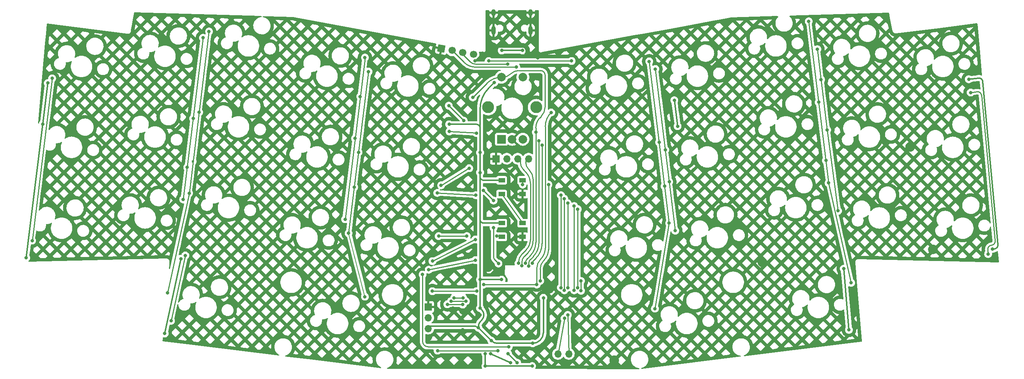
<source format=gbr>
%TF.GenerationSoftware,KiCad,Pcbnew,(6.0.4)*%
%TF.CreationDate,2022-05-08T12:30:25-05:00*%
%TF.ProjectId,LeChiffre-HE,4c654368-6966-4667-9265-2d48452e6b69,rev?*%
%TF.SameCoordinates,Original*%
%TF.FileFunction,Copper,L1,Top*%
%TF.FilePolarity,Positive*%
%FSLAX46Y46*%
G04 Gerber Fmt 4.6, Leading zero omitted, Abs format (unit mm)*
G04 Created by KiCad (PCBNEW (6.0.4)) date 2022-05-08 12:30:25*
%MOMM*%
%LPD*%
G01*
G04 APERTURE LIST*
G04 Aperture macros list*
%AMHorizOval*
0 Thick line with rounded ends*
0 $1 width*
0 $2 $3 position (X,Y) of the first rounded end (center of the circle)*
0 $4 $5 position (X,Y) of the second rounded end (center of the circle)*
0 Add line between two ends*
20,1,$1,$2,$3,$4,$5,0*
0 Add two circle primitives to create the rounded ends*
1,1,$1,$2,$3*
1,1,$1,$4,$5*%
%AMRotRect*
0 Rectangle, with rotation*
0 The origin of the aperture is its center*
0 $1 length*
0 $2 width*
0 $3 Rotation angle, in degrees counterclockwise*
0 Add horizontal line*
21,1,$1,$2,0,0,$3*%
G04 Aperture macros list end*
%TA.AperFunction,NonConductor*%
%ADD10C,0.250000*%
%TD*%
%TA.AperFunction,NonConductor*%
%ADD11C,0.375000*%
%TD*%
%TA.AperFunction,NonConductor*%
%ADD12C,0.200000*%
%TD*%
%TA.AperFunction,ComponentPad*%
%ADD13R,1.700000X1.700000*%
%TD*%
%TA.AperFunction,ComponentPad*%
%ADD14O,1.700000X1.700000*%
%TD*%
%TA.AperFunction,ComponentPad*%
%ADD15R,2.000000X2.000000*%
%TD*%
%TA.AperFunction,ComponentPad*%
%ADD16C,2.000000*%
%TD*%
%TA.AperFunction,ComponentPad*%
%ADD17C,2.800000*%
%TD*%
%TA.AperFunction,SMDPad,CuDef*%
%ADD18R,1.500000X1.000000*%
%TD*%
%TA.AperFunction,ComponentPad*%
%ADD19O,1.000000X1.600000*%
%TD*%
%TA.AperFunction,ComponentPad*%
%ADD20O,1.000000X2.100000*%
%TD*%
%TA.AperFunction,ComponentPad*%
%ADD21RotRect,1.700000X1.700000X259.500000*%
%TD*%
%TA.AperFunction,ComponentPad*%
%ADD22HorizOval,1.700000X0.000000X0.000000X0.000000X0.000000X0*%
%TD*%
%TA.AperFunction,ViaPad*%
%ADD23C,0.800000*%
%TD*%
%TA.AperFunction,ViaPad*%
%ADD24C,0.600000*%
%TD*%
%TA.AperFunction,Conductor*%
%ADD25C,0.375000*%
%TD*%
%TA.AperFunction,Conductor*%
%ADD26C,0.250000*%
%TD*%
G04 APERTURE END LIST*
D10*
X151050000Y-108520000D02*
X151290000Y-117670000D01*
X150300000Y-109320000D02*
X148750000Y-117740000D01*
D11*
X250629997Y-93106558D02*
G75*
G03*
X251477229Y-92010000I-74397J933058D01*
G01*
D10*
X121480000Y-78220000D02*
X128020000Y-74200000D01*
D11*
X132980000Y-117630000D02*
X137660000Y-119690000D01*
X29640000Y-54300000D02*
X24560000Y-95250000D01*
D10*
X211630000Y-65280000D02*
X214160000Y-84190000D01*
X247653221Y-57163895D02*
G75*
G03*
X246570000Y-56330000I-919021J-73305D01*
G01*
X103700000Y-48340000D02*
X99060000Y-86160000D01*
X247653163Y-57163900D02*
X250830000Y-91130000D01*
D11*
X60700000Y-95380000D02*
X56910000Y-112910000D01*
D10*
X104510000Y-51600000D02*
X99870000Y-89430000D01*
D12*
X99870000Y-89420000D02*
X103680000Y-104280000D01*
D10*
X30650000Y-53200000D02*
X26000000Y-91150000D01*
X120580000Y-80000000D02*
X129560000Y-80520000D01*
X249973693Y-92230729D02*
G75*
G03*
X250830000Y-91130000I-73893J940929D01*
G01*
X209320000Y-46380000D02*
X211630000Y-65280000D01*
X67280000Y-42230000D02*
X62640000Y-80060000D01*
D11*
X246875000Y-53130000D02*
X244675000Y-53400000D01*
X175930000Y-58320000D02*
X176690000Y-64410000D01*
X130573367Y-64849720D02*
G75*
G03*
X129670942Y-63937599I-847667J63820D01*
G01*
X247958221Y-53963895D02*
G75*
G03*
X246875000Y-53130000I-919021J-73305D01*
G01*
D10*
X171500000Y-51010000D02*
X176140000Y-88820000D01*
X135650000Y-80250000D02*
X140560000Y-87100000D01*
X61750000Y-94610000D02*
X58420000Y-109890000D01*
D11*
X245250000Y-53325000D02*
X244675000Y-53400000D01*
X247958163Y-53963900D02*
X251477229Y-92010000D01*
D10*
X118580000Y-97940000D02*
X129460000Y-95710000D01*
X170070000Y-49230000D02*
X174720000Y-87050000D01*
D11*
X250250000Y-93110000D02*
X250630000Y-93106597D01*
D10*
X174720000Y-87050000D02*
X171390000Y-107060000D01*
X119460000Y-95950000D02*
X129450000Y-90880000D01*
X65900000Y-43690000D02*
X61250000Y-81550000D01*
X129730000Y-65980000D02*
X123410000Y-65620000D01*
X211950000Y-77690000D02*
X217220000Y-101030000D01*
X249973704Y-92230869D02*
G75*
G03*
X249117398Y-93331600I73896J-940931D01*
G01*
X246570000Y-56330000D02*
X245110000Y-56510000D01*
D11*
X123340000Y-63940000D02*
X129670942Y-63937599D01*
D10*
X249117398Y-93331600D02*
X249200000Y-94330000D01*
D11*
X216700000Y-112030000D02*
X215500000Y-97690000D01*
D10*
X62640000Y-80050000D02*
X57580000Y-103400000D01*
X207310000Y-39860000D02*
X211950000Y-77670000D01*
D13*
X118470000Y-106640000D03*
D14*
X118470000Y-109180000D03*
X118470000Y-111720000D03*
D13*
X134265000Y-72000000D03*
D14*
X136805000Y-72000000D03*
X139345000Y-72000000D03*
X141885000Y-72000000D03*
D15*
X135565000Y-67440000D03*
D16*
X140565000Y-67440000D03*
X138065000Y-67440000D03*
D17*
X143665000Y-59940000D03*
X132465000Y-59940000D03*
D16*
X140565000Y-52940000D03*
X135565000Y-52940000D03*
D18*
X135615000Y-77040000D03*
X135615000Y-80240000D03*
X140515000Y-80240000D03*
X140515000Y-77040000D03*
X135615000Y-87070000D03*
X135615000Y-90270000D03*
X140515000Y-90270000D03*
X140515000Y-87070000D03*
D14*
X151295000Y-117645000D03*
X148755000Y-117645000D03*
D19*
X142385000Y-37800000D03*
X133745000Y-37800000D03*
D20*
X142385000Y-41980000D03*
X133745000Y-41980000D03*
D21*
X121539076Y-46202087D03*
D22*
X124036543Y-46664965D03*
X126534011Y-47127843D03*
X129031478Y-47590722D03*
D23*
X161890000Y-119150000D03*
X118320000Y-113520000D03*
X165810000Y-120720000D03*
X193750000Y-117430000D03*
X82210000Y-117340000D03*
X95240000Y-118930000D03*
X170220000Y-120150000D03*
X127830000Y-95080000D03*
X130600000Y-108500000D03*
X37450000Y-47000000D03*
X144200000Y-52600000D03*
X133425000Y-45875000D03*
X237850000Y-70200000D03*
X146700000Y-102400000D03*
X135150000Y-60400000D03*
X35000000Y-65800000D03*
X240350000Y-89150000D03*
X130440000Y-120490000D03*
X236300000Y-93200000D03*
X126500000Y-112000000D03*
X129250000Y-97050000D03*
X144000000Y-48400000D03*
X196500000Y-96200000D03*
X92700000Y-68500000D03*
X132150000Y-64600000D03*
X56950000Y-44450000D03*
X89700000Y-86900000D03*
X132450000Y-97350000D03*
X132990000Y-117630000D03*
X141290000Y-47490000D03*
X129350000Y-49120000D03*
X137660000Y-96425000D03*
X131650000Y-81750000D03*
X131100000Y-51720000D03*
X231000000Y-69200000D03*
X126800000Y-107400000D03*
X124200000Y-106900000D03*
X137666186Y-119690011D03*
X131180000Y-47280000D03*
X74400000Y-61200000D03*
X133100000Y-79300000D03*
X142850000Y-115175000D03*
X24570000Y-95180000D03*
X133875000Y-54200000D03*
X130570000Y-106940000D03*
X175927500Y-58325000D03*
X131800000Y-120480000D03*
X215500000Y-97700000D03*
X142732989Y-120477011D03*
X244675000Y-53400000D03*
X28470000Y-63890000D03*
X60700000Y-95380000D03*
X130575000Y-70550000D03*
X130575000Y-75225000D03*
X135589500Y-100271568D03*
X130175000Y-111525000D03*
X133175000Y-114525000D03*
X56920000Y-112890000D03*
X131800000Y-117604500D03*
X250250000Y-93100000D03*
X145355000Y-104520000D03*
X216700000Y-112020000D03*
X176690000Y-64390000D03*
X123340000Y-63940000D03*
X130580000Y-100270000D03*
X29640000Y-54290000D03*
X170069888Y-49230000D03*
X151030270Y-102155353D03*
X173660000Y-78410000D03*
X151030000Y-82400000D03*
X174719888Y-87040000D03*
X172389888Y-68140000D03*
X171390000Y-107060000D03*
X123263787Y-59600000D03*
X126760000Y-63090000D03*
X149460000Y-102154500D03*
X120570000Y-80000000D03*
X149460000Y-80520000D03*
X129549584Y-80520000D03*
X102590000Y-57460000D03*
X99059888Y-86150000D03*
X101379888Y-67240000D03*
X103689888Y-48340000D03*
X126620000Y-104520000D03*
X124520000Y-104520000D03*
X129460000Y-95710000D03*
X118577929Y-97940000D03*
X117150000Y-99090000D03*
X137250000Y-115980000D03*
X137120000Y-117600000D03*
X139210000Y-119690000D03*
X61249888Y-81510000D03*
X62190000Y-74010000D03*
X63569888Y-62600000D03*
X65891650Y-43693459D03*
X211949888Y-77670000D03*
X152534500Y-83064500D03*
X217209888Y-101020000D03*
X152534500Y-102780000D03*
X209629888Y-58770000D03*
X211310000Y-72420000D03*
X207309888Y-39860000D03*
X122940000Y-106040000D03*
X62640112Y-80050000D03*
D24*
X63540000Y-72660000D03*
D23*
X126524500Y-106120000D03*
X64960112Y-61140000D03*
X57580000Y-103390000D03*
X67280112Y-42230000D03*
X131400000Y-101430000D03*
X129788000Y-102975000D03*
X143800000Y-101430000D03*
X119430000Y-102980000D03*
X147166736Y-61178258D03*
X134865000Y-96505000D03*
X131370000Y-79430000D03*
X133720000Y-88089705D03*
X133720000Y-81773553D03*
X176140112Y-88820000D03*
X173820112Y-69920000D03*
X150250000Y-81390000D03*
X174740000Y-77400000D03*
X150250000Y-102780000D03*
X171500112Y-51010000D03*
X153390000Y-83790000D03*
X153390000Y-102190000D03*
X103680000Y-104280000D03*
X102190112Y-70510000D03*
X99870112Y-89420000D03*
X123760000Y-105320000D03*
X101190000Y-78670000D03*
X127260000Y-105320000D03*
X104510112Y-51600000D03*
X210190000Y-53480000D03*
X211630112Y-65270000D03*
X214160000Y-84180000D03*
X143590000Y-65780000D03*
X141150000Y-96434500D03*
X209320112Y-46370000D03*
X128880000Y-57650000D03*
X137020000Y-49860000D03*
X139025000Y-50570000D03*
X151945000Y-49125000D03*
X132594082Y-49125000D03*
X121470000Y-78220000D03*
X128030000Y-74210000D03*
X119455148Y-95940000D03*
X129451717Y-90883431D03*
X140340000Y-97040000D03*
X139540000Y-96434500D03*
X142740000Y-96450000D03*
X145039000Y-68830000D03*
X141935000Y-97095000D03*
X144314500Y-67790000D03*
X150290000Y-109320000D03*
X151050000Y-108520000D03*
X61740000Y-94610000D03*
X58410000Y-109900000D03*
X30660000Y-53200000D03*
X25970000Y-91150000D03*
X129720000Y-65990000D03*
X123410000Y-65630000D03*
X249200000Y-94290000D03*
X245130000Y-56510000D03*
X144610000Y-100580000D03*
X154130000Y-102880000D03*
X154130000Y-100580000D03*
X146540000Y-78040000D03*
X140520000Y-78040000D03*
X127484500Y-90090000D03*
X120905500Y-90090000D03*
X134444500Y-90090000D03*
X134700000Y-116875000D03*
X120630000Y-116880000D03*
X140500000Y-46675000D03*
X135615000Y-46675000D03*
D25*
X140704140Y-45875000D02*
X133400000Y-45875000D01*
X141290000Y-47490000D02*
X141290000Y-46565000D01*
D26*
X131180000Y-47280000D02*
X129357072Y-49102928D01*
X129349988Y-49120000D02*
G75*
G02*
X129357072Y-49102928I24112J0D01*
G01*
D25*
X140600000Y-45875000D02*
G75*
G02*
X141290000Y-46565000I0J-690000D01*
G01*
X135615000Y-87070000D02*
X131445000Y-87070000D01*
X142850000Y-115175000D02*
X141425000Y-115175000D01*
X141425000Y-115175000D02*
X142611828Y-115175000D01*
X131800000Y-117604500D02*
X131800000Y-120450000D01*
X130575000Y-70600000D02*
X130575000Y-73975000D01*
X130575000Y-101775000D02*
X130575000Y-106927929D01*
X131800000Y-120450000D02*
X131827011Y-120477011D01*
X135570000Y-100271568D02*
X130583785Y-100271568D01*
X130943812Y-109776188D02*
X130670000Y-110050000D01*
X130575000Y-86200000D02*
X130575000Y-99675000D01*
X130575000Y-76300000D02*
X130575000Y-86200000D01*
X130070417Y-111420416D02*
X130175000Y-111525000D01*
X129490000Y-111180000D02*
X119010000Y-111180000D01*
X133175000Y-114525000D02*
X130175000Y-111525000D01*
X133175000Y-114525000D02*
X133259314Y-114609314D01*
X130575000Y-100255000D02*
X130575000Y-100305000D01*
X135615000Y-77040000D02*
X131315000Y-77040000D01*
X131827011Y-120477011D02*
X142732989Y-120477011D01*
X133875000Y-54200000D02*
X132590255Y-55484745D01*
X130575000Y-73975000D02*
X130575000Y-76300000D01*
X145355000Y-104520000D02*
X145355000Y-112670000D01*
X130575000Y-99675000D02*
X130575000Y-100255000D01*
X130570000Y-106940000D02*
X130965025Y-107335025D01*
X130175000Y-111245035D02*
X130175000Y-111525000D01*
X141425000Y-115175000D02*
X134625000Y-115175000D01*
X119010000Y-111180000D02*
X118470000Y-111720000D01*
X130575000Y-60350000D02*
X130575000Y-70600000D01*
X130575000Y-100305000D02*
X130575000Y-101775000D01*
X130574996Y-100304996D02*
G75*
G02*
X130655711Y-100271568I80704J-80704D01*
G01*
D26*
X130580004Y-100269996D02*
G75*
G03*
X130583785Y-100271568I3796J3796D01*
G01*
D25*
X134625000Y-115174991D02*
G75*
G02*
X133259314Y-114609314I0J1931391D01*
G01*
X130175015Y-111245035D02*
G75*
G02*
X130670000Y-110050000I1689985J35D01*
G01*
X130569992Y-106939992D02*
G75*
G03*
X130575000Y-106927929I-12092J12092D01*
G01*
X130943817Y-109776193D02*
G75*
G03*
X131460000Y-108530000I-1246217J1246193D01*
G01*
X130574998Y-60350000D02*
G75*
G02*
X132590255Y-55484745I6880502J0D01*
G01*
X130575000Y-76300000D02*
G75*
G03*
X131315000Y-77040000I740000J0D01*
G01*
X130070410Y-111420423D02*
G75*
G03*
X129490000Y-111180000I-580410J-580377D01*
G01*
X142850000Y-115175000D02*
G75*
G03*
X145355000Y-112670000I0J2505000D01*
G01*
X130575000Y-86200000D02*
G75*
G03*
X131445000Y-87070000I870000J0D01*
G01*
X131459985Y-108530000D02*
G75*
G03*
X130965025Y-107335025I-1689985J0D01*
G01*
D26*
X151030000Y-82400000D02*
X151030000Y-102154702D01*
X151030275Y-102155348D02*
G75*
G02*
X151030000Y-102154702I625J648D01*
G01*
X123263787Y-59600000D02*
X126749394Y-63085607D01*
X126760000Y-63089999D02*
G75*
G02*
X126749395Y-63085606I0J14999D01*
G01*
X149460000Y-102154500D02*
X149460000Y-80530000D01*
X126620000Y-104520000D02*
X124520000Y-104520000D01*
X117150000Y-99090000D02*
X117150000Y-114720000D01*
X118700000Y-115980000D02*
X118410000Y-115980000D01*
X137250000Y-115980000D02*
X118700000Y-115980000D01*
X117150000Y-114720000D02*
G75*
G03*
X118410000Y-115980000I1260000J0D01*
G01*
X137120000Y-117600000D02*
X139210000Y-119690000D01*
X152534500Y-102780000D02*
X152534500Y-83064500D01*
X126524500Y-106120000D02*
X126449011Y-106044511D01*
X126449011Y-106044511D02*
X122950890Y-106044511D01*
X122940003Y-106039997D02*
G75*
G03*
X122950890Y-106044511I10897J10897D01*
G01*
X143800000Y-101430000D02*
X143800000Y-97696934D01*
X145790000Y-92660000D02*
X145790000Y-64560000D01*
X145790000Y-92892650D02*
X145790000Y-92660000D01*
X131400000Y-101430000D02*
X143800000Y-101430000D01*
X145790000Y-64501992D02*
X145790000Y-64560000D01*
X119390000Y-102980000D02*
X129775929Y-102980000D01*
X144709990Y-95499990D02*
G75*
G03*
X143800000Y-97696934I2196910J-2196910D01*
G01*
X145790049Y-92892650D02*
G75*
G02*
X144709999Y-95499999I-3687349J50D01*
G01*
X129787992Y-102974992D02*
G75*
G02*
X129775929Y-102980000I-12092J12092D01*
G01*
X145790004Y-64501992D02*
G75*
G02*
X147166736Y-61178258I4700496J-8D01*
G01*
X133708995Y-81768994D02*
X131370000Y-79430000D01*
X133720000Y-94900000D02*
X133720000Y-88089705D01*
X134865000Y-96505000D02*
X134045269Y-95685269D01*
X133719989Y-94900000D02*
G75*
G03*
X134045269Y-95685269I1110511J0D01*
G01*
X133708997Y-81768992D02*
G75*
G03*
X133720000Y-81773553I11003J10992D01*
G01*
X150250000Y-102780000D02*
X150250000Y-81390000D01*
X153390000Y-102190000D02*
X153390000Y-83790000D01*
X127260000Y-105320000D02*
X123760000Y-105320000D01*
X145770000Y-59860000D02*
X145770000Y-52470000D01*
X135565000Y-52940000D02*
X135826914Y-52940000D01*
X141591588Y-95368412D02*
X142288923Y-94671077D01*
X128880000Y-57650000D02*
X132193463Y-54336537D01*
X144600000Y-62350000D02*
X144836618Y-62113382D01*
X143590000Y-91530000D02*
X143590000Y-64788355D01*
X139593086Y-51380000D02*
X140250000Y-51380000D01*
X140250000Y-51380000D02*
X144680000Y-51380000D01*
X143589986Y-91530000D02*
G75*
G02*
X142288923Y-94671077I-4442186J0D01*
G01*
X144680000Y-51380000D02*
G75*
G02*
X145770000Y-52470000I0J-1090000D01*
G01*
X139593086Y-51379995D02*
G75*
G03*
X137710000Y-52160000I14J-2663105D01*
G01*
X137709996Y-52159996D02*
G75*
G02*
X135826914Y-52940000I-1883096J1883096D01*
G01*
X145769988Y-59860000D02*
G75*
G02*
X144836617Y-62113381I-3186788J0D01*
G01*
X144600013Y-62350013D02*
G75*
G03*
X143590000Y-64788355I2438387J-2438387D01*
G01*
X135565000Y-52940009D02*
G75*
G03*
X132193464Y-54336538I0J-4768091D01*
G01*
X141591583Y-95368407D02*
G75*
G03*
X141150000Y-96434500I1066117J-1066093D01*
G01*
X137020000Y-49860000D02*
X129490000Y-49860000D01*
X127760000Y-48820000D02*
X128312096Y-49372096D01*
X127760000Y-48820000D02*
X126573433Y-47633433D01*
X126533985Y-47127843D02*
G75*
G03*
X126686866Y-47496866I521915J43D01*
G01*
X129490000Y-49860002D02*
G75*
G02*
X128312096Y-49372096I0J1665802D01*
G01*
X124036543Y-46664965D02*
X126832536Y-49460958D01*
X139025000Y-50570000D02*
X129510000Y-50570000D01*
X129510000Y-50570001D02*
G75*
G02*
X126832536Y-49460958I0J3786501D01*
G01*
X132594082Y-49125000D02*
X151945000Y-49125000D01*
X129460000Y-90879996D02*
G75*
G03*
X129451717Y-90883431I0J-11704D01*
G01*
X142060000Y-74640000D02*
X141932965Y-74512965D01*
X141240000Y-72840000D02*
X141240000Y-72222253D01*
X140340000Y-97040000D02*
X140340000Y-96206101D01*
X140910000Y-94830000D02*
X141783273Y-93956727D01*
X142950000Y-91140000D02*
X142950000Y-76788650D01*
X140909999Y-94829999D02*
G75*
G03*
X140340000Y-96206101I1376101J-1376101D01*
G01*
X141239992Y-72840000D02*
G75*
G03*
X141932965Y-74512965I2365908J0D01*
G01*
X142060015Y-74639985D02*
G75*
G02*
X142950000Y-76788650I-2148615J-2148615D01*
G01*
X142950015Y-91140000D02*
G75*
G02*
X141783273Y-93956727I-3983415J0D01*
G01*
X141191335Y-75061335D02*
X140716605Y-74586605D01*
X140416812Y-94223187D02*
X141190000Y-93450000D01*
X139960000Y-72760000D02*
X139960000Y-72188111D01*
X140780000Y-74650000D02*
X141191335Y-75061335D01*
X141190000Y-93450000D02*
X141327121Y-93312879D01*
X142310000Y-90940000D02*
X142310000Y-77762031D01*
X139959998Y-72760000D02*
G75*
G03*
X140716605Y-74586605I2583202J0D01*
G01*
X140416818Y-94223193D02*
G75*
G03*
X139540000Y-96340000I2116782J-2116807D01*
G01*
X142309966Y-77762031D02*
G75*
G03*
X141191335Y-75061335I-3819366J31D01*
G01*
X142309987Y-90940000D02*
G75*
G02*
X141327121Y-93312879I-3355787J0D01*
G01*
X145039000Y-68830000D02*
X145039000Y-91831000D01*
X142952132Y-95937868D02*
X143610644Y-95279356D01*
X145039003Y-91831000D02*
G75*
G02*
X143610644Y-95279356I-4876703J0D01*
G01*
X142952125Y-95937861D02*
G75*
G03*
X142740000Y-96450000I512175J-512139D01*
G01*
X141935000Y-97095000D02*
X141935000Y-96501898D01*
X144314500Y-67790000D02*
X144314500Y-91649430D01*
X142350000Y-95500000D02*
X142980847Y-94869153D01*
X142350000Y-95500000D02*
G75*
G03*
X141935000Y-96501898I1001900J-1001900D01*
G01*
X142980837Y-94869143D02*
G75*
G03*
X144314500Y-91649430I-3219737J3219743D01*
G01*
X140515000Y-77040000D02*
X140515000Y-78035000D01*
X144610000Y-97820000D02*
X144610000Y-100580000D01*
X146540000Y-78040000D02*
X146540000Y-93261645D01*
X145530000Y-95700000D02*
X145458528Y-95771472D01*
X154130000Y-100580000D02*
X154130000Y-102880000D01*
X140520000Y-78040000D02*
G75*
G02*
X140515000Y-78035000I0J5000D01*
G01*
X144610013Y-97820000D02*
G75*
G02*
X145458528Y-95771472I2897087J0D01*
G01*
X145529987Y-95699987D02*
G75*
G03*
X146540000Y-93261645I-2438387J2438387D01*
G01*
X135657666Y-80257689D02*
G75*
G03*
X135615000Y-80240000I-42666J-42611D01*
G01*
X127484500Y-90090000D02*
X120905500Y-90090000D01*
X134444500Y-90090000D02*
X135510173Y-90090000D01*
X120630000Y-116880000D02*
X134687929Y-116880000D01*
X134699992Y-116874992D02*
G75*
G02*
X134687929Y-116880000I-12092J12092D01*
G01*
D25*
X135615000Y-46675000D02*
X140500000Y-46675000D01*
%TA.AperFunction,Conductor*%
G36*
X144219519Y-37282730D02*
G01*
X144266079Y-37336327D01*
X144277532Y-37388760D01*
X144281485Y-46575165D01*
X144280741Y-46588895D01*
X144276559Y-46627198D01*
X144278127Y-46636029D01*
X144278127Y-46636031D01*
X144287458Y-46688583D01*
X144288118Y-46692694D01*
X144295081Y-46741163D01*
X144296982Y-46754399D01*
X144300527Y-46762187D01*
X144302023Y-46770612D01*
X144319031Y-46804922D01*
X144329707Y-46826458D01*
X144331495Y-46830219D01*
X144357327Y-46886968D01*
X144362915Y-46893448D01*
X144366716Y-46901115D01*
X144372796Y-46907711D01*
X144372798Y-46907714D01*
X144408985Y-46946972D01*
X144411714Y-46950032D01*
X144452454Y-46997272D01*
X144459637Y-47001923D01*
X144465437Y-47008216D01*
X144473129Y-47012844D01*
X144473132Y-47012846D01*
X144518852Y-47040351D01*
X144522371Y-47042548D01*
X144574716Y-47076445D01*
X144582921Y-47078895D01*
X144590248Y-47083303D01*
X144614733Y-47089741D01*
X144650505Y-47099147D01*
X144654514Y-47100272D01*
X144705684Y-47115551D01*
X144705686Y-47115551D01*
X144714285Y-47118119D01*
X144722844Y-47118168D01*
X144731117Y-47120343D01*
X144777400Y-47119076D01*
X144793429Y-47118637D01*
X144797592Y-47118592D01*
X144850961Y-47118895D01*
X144859940Y-47118946D01*
X144900761Y-47107260D01*
X144912643Y-47104474D01*
X150089276Y-46152664D01*
X154502132Y-46152664D01*
X155382299Y-47032831D01*
X156444374Y-45970756D01*
X157572914Y-45970756D01*
X158634990Y-47032831D01*
X159697065Y-45970756D01*
X160825606Y-45970756D01*
X161887681Y-47032831D01*
X162949756Y-45970756D01*
X164078297Y-45970756D01*
X165030148Y-46922607D01*
X165201470Y-46971733D01*
X166202447Y-45970756D01*
X167330988Y-45970756D01*
X168393063Y-47032831D01*
X169455139Y-45970756D01*
X170583679Y-45970756D01*
X171645755Y-47032831D01*
X172707830Y-45970756D01*
X173836370Y-45970756D01*
X174898446Y-47032831D01*
X175960521Y-45970756D01*
X177089062Y-45970756D01*
X178151137Y-47032831D01*
X179213212Y-45970756D01*
X178151137Y-44908680D01*
X177089062Y-45970756D01*
X175960521Y-45970756D01*
X174898446Y-44908680D01*
X173836370Y-45970756D01*
X172707830Y-45970756D01*
X171645755Y-44908680D01*
X170583679Y-45970756D01*
X169455139Y-45970756D01*
X168393063Y-44908680D01*
X167330988Y-45970756D01*
X166202447Y-45970756D01*
X165140372Y-44908680D01*
X164078297Y-45970756D01*
X162949756Y-45970756D01*
X161887681Y-44908680D01*
X160825606Y-45970756D01*
X159697065Y-45970756D01*
X159043895Y-45317586D01*
X158041840Y-45501830D01*
X157572914Y-45970756D01*
X156444374Y-45970756D01*
X156296380Y-45822762D01*
X154502132Y-46152664D01*
X150089276Y-46152664D01*
X158331822Y-44637135D01*
X162744677Y-44637135D01*
X163514027Y-45406485D01*
X164576102Y-44344410D01*
X165704642Y-44344410D01*
X166766718Y-45406485D01*
X167828793Y-44344410D01*
X168957334Y-44344410D01*
X170019409Y-45406485D01*
X171081484Y-44344410D01*
X172210025Y-44344410D01*
X173272100Y-45406485D01*
X174334175Y-44344410D01*
X175462716Y-44344410D01*
X176524791Y-45406485D01*
X177586867Y-44344410D01*
X178715407Y-44344410D01*
X179777483Y-45406485D01*
X180839558Y-44344410D01*
X180839557Y-44344409D01*
X181968099Y-44344409D01*
X182291010Y-44667320D01*
X182393851Y-44629889D01*
X182398005Y-44628458D01*
X182434225Y-44616688D01*
X182438429Y-44615403D01*
X182455326Y-44610557D01*
X182459579Y-44609417D01*
X182496582Y-44600191D01*
X182500868Y-44599201D01*
X182775626Y-44540799D01*
X182779942Y-44539960D01*
X182817490Y-44533339D01*
X182821839Y-44532651D01*
X182839247Y-44530205D01*
X182843612Y-44529669D01*
X182881498Y-44525688D01*
X182885876Y-44525305D01*
X183095942Y-44510616D01*
X183098137Y-44510482D01*
X183117163Y-44509485D01*
X183119358Y-44509389D01*
X183128147Y-44509082D01*
X183130345Y-44509024D01*
X183149405Y-44508691D01*
X183151606Y-44508672D01*
X183362200Y-44508672D01*
X183366598Y-44508749D01*
X183404678Y-44510079D01*
X183409068Y-44510309D01*
X183426604Y-44511535D01*
X183430986Y-44511918D01*
X183468894Y-44515902D01*
X183473260Y-44516438D01*
X183751422Y-44555531D01*
X183755764Y-44556219D01*
X183793305Y-44562838D01*
X183797626Y-44563678D01*
X183814820Y-44567333D01*
X183819106Y-44568322D01*
X183856074Y-44577540D01*
X183858475Y-44578184D01*
X184092249Y-44344410D01*
X185220790Y-44344410D01*
X186282865Y-45406485D01*
X187344940Y-44344410D01*
X188473481Y-44344410D01*
X189535556Y-45406485D01*
X190597631Y-44344410D01*
X191726172Y-44344410D01*
X192650439Y-45268677D01*
X192713830Y-45143996D01*
X192716348Y-45139293D01*
X192739019Y-45099019D01*
X192741733Y-45094428D01*
X192752961Y-45076320D01*
X192755866Y-45071850D01*
X192781847Y-45033657D01*
X192784938Y-45029313D01*
X192925089Y-44840943D01*
X192928361Y-44836734D01*
X192957478Y-44800873D01*
X192960925Y-44796807D01*
X192975042Y-44780850D01*
X192978660Y-44776931D01*
X193010432Y-44743943D01*
X192972199Y-44665555D01*
X192970340Y-44661568D01*
X192954836Y-44626745D01*
X192953117Y-44622696D01*
X192946532Y-44606397D01*
X192944956Y-44602291D01*
X192931924Y-44566484D01*
X192930493Y-44562327D01*
X192843692Y-44295179D01*
X192842407Y-44290975D01*
X192831906Y-44254356D01*
X192830768Y-44250109D01*
X192826515Y-44233053D01*
X192825525Y-44228767D01*
X192817598Y-44191476D01*
X192816758Y-44187157D01*
X192767981Y-43910528D01*
X192767293Y-43906183D01*
X192761987Y-43868427D01*
X192761451Y-43864059D01*
X192759614Y-43846576D01*
X192759231Y-43842194D01*
X192756575Y-43804193D01*
X192756345Y-43799805D01*
X192746542Y-43519080D01*
X192746465Y-43514686D01*
X192746464Y-43476590D01*
X192746541Y-43472193D01*
X192747154Y-43454626D01*
X192747384Y-43450232D01*
X192750043Y-43412202D01*
X192750426Y-43407820D01*
X192760722Y-43309860D01*
X191726172Y-44344410D01*
X190597631Y-44344410D01*
X189535556Y-43282335D01*
X188473481Y-44344410D01*
X187344940Y-44344410D01*
X186282865Y-43282335D01*
X185220790Y-44344410D01*
X184092249Y-44344410D01*
X183030174Y-43282335D01*
X181968099Y-44344409D01*
X180839557Y-44344409D01*
X179777483Y-43282335D01*
X178715407Y-44344410D01*
X177586867Y-44344410D01*
X176524791Y-43282335D01*
X175462716Y-44344410D01*
X174334175Y-44344410D01*
X173272100Y-43282335D01*
X172210025Y-44344410D01*
X171081484Y-44344410D01*
X170033955Y-43296881D01*
X169998309Y-43303435D01*
X168957334Y-44344410D01*
X167828793Y-44344410D01*
X167286440Y-43802057D01*
X166012819Y-44036233D01*
X165704642Y-44344410D01*
X164576102Y-44344410D01*
X164538925Y-44307233D01*
X162744677Y-44637135D01*
X158331822Y-44637135D01*
X162926163Y-43792389D01*
X166574362Y-43121607D01*
X170987222Y-43121607D01*
X171645755Y-43780140D01*
X172601008Y-42824886D01*
X170987222Y-43121607D01*
X166574362Y-43121607D01*
X168769122Y-42718064D01*
X173836370Y-42718064D01*
X174898446Y-43780140D01*
X175960521Y-42718064D01*
X177089062Y-42718064D01*
X178151137Y-43780140D01*
X179213212Y-42718064D01*
X180341753Y-42718064D01*
X181403828Y-43780140D01*
X182465903Y-42718064D01*
X183594444Y-42718064D01*
X184656519Y-43780140D01*
X185718595Y-42718064D01*
X186847135Y-42718064D01*
X187909211Y-43780140D01*
X188971286Y-42718064D01*
X190099826Y-42718064D01*
X191161902Y-43780140D01*
X192223977Y-42718064D01*
X191161902Y-41655989D01*
X190099826Y-42718064D01*
X188971286Y-42718064D01*
X187909211Y-41655989D01*
X186847135Y-42718064D01*
X185718595Y-42718064D01*
X184656519Y-41655989D01*
X183594444Y-42718064D01*
X182465903Y-42718064D01*
X181403828Y-41655989D01*
X180341753Y-42718064D01*
X179213212Y-42718064D01*
X178276500Y-41781352D01*
X177969288Y-41837838D01*
X177089062Y-42718064D01*
X175960521Y-42718064D01*
X175528985Y-42286528D01*
X173983798Y-42570636D01*
X173836370Y-42718064D01*
X168769122Y-42718064D01*
X174816909Y-41606078D01*
X179229767Y-41606078D01*
X179777483Y-42153794D01*
X180571989Y-41359288D01*
X179229767Y-41606078D01*
X174816909Y-41606078D01*
X177564423Y-41100902D01*
X181977282Y-41100902D01*
X183030174Y-42153794D01*
X184092249Y-41091719D01*
X185220790Y-41091719D01*
X186282865Y-42153794D01*
X187344940Y-41091719D01*
X188473481Y-41091719D01*
X189535556Y-42153794D01*
X190597631Y-41091719D01*
X191726172Y-41091719D01*
X192788247Y-42153794D01*
X193850323Y-41091719D01*
X193524326Y-40765722D01*
X195304860Y-40765722D01*
X195430423Y-40756942D01*
X195432618Y-40756808D01*
X195451644Y-40755811D01*
X195453839Y-40755715D01*
X195462628Y-40755408D01*
X195464826Y-40755350D01*
X195483886Y-40755017D01*
X195486087Y-40754998D01*
X195696681Y-40754998D01*
X195701079Y-40755075D01*
X195739159Y-40756405D01*
X195743549Y-40756635D01*
X195761085Y-40757861D01*
X195765467Y-40758244D01*
X195803375Y-40762228D01*
X195807741Y-40762764D01*
X196085903Y-40801857D01*
X196090245Y-40802545D01*
X196127786Y-40809164D01*
X196132107Y-40810004D01*
X196149301Y-40813659D01*
X196153587Y-40814648D01*
X196190555Y-40823866D01*
X196194800Y-40825004D01*
X196464815Y-40902429D01*
X196469021Y-40903715D01*
X196505255Y-40915488D01*
X196509411Y-40916919D01*
X196525930Y-40922931D01*
X196530034Y-40924506D01*
X196565382Y-40938786D01*
X196569435Y-40940506D01*
X196826046Y-41054757D01*
X196830034Y-41056617D01*
X196864295Y-41073328D01*
X196868213Y-41075325D01*
X196883734Y-41083578D01*
X196887580Y-41085709D01*
X196920575Y-41104759D01*
X196924344Y-41107024D01*
X197024885Y-41169848D01*
X197103014Y-41091719D01*
X198231554Y-41091719D01*
X199293630Y-42153794D01*
X199387545Y-42059879D01*
X199369738Y-42040103D01*
X199366852Y-42036782D01*
X199342353Y-42007584D01*
X199339586Y-42004168D01*
X199328763Y-41990315D01*
X199326118Y-41986804D01*
X199303719Y-41955975D01*
X199301195Y-41952371D01*
X199144120Y-41719497D01*
X199141725Y-41715808D01*
X199121530Y-41683489D01*
X199119265Y-41679720D01*
X199110476Y-41664497D01*
X199108344Y-41660651D01*
X199090453Y-41627003D01*
X199088456Y-41623084D01*
X198965319Y-41370617D01*
X198963460Y-41366630D01*
X198947956Y-41331807D01*
X198946237Y-41327758D01*
X198939652Y-41311459D01*
X198938076Y-41307353D01*
X198925044Y-41271546D01*
X198923613Y-41267389D01*
X198836812Y-41000241D01*
X198835527Y-40996037D01*
X198825026Y-40959418D01*
X198823888Y-40955171D01*
X198819635Y-40938115D01*
X198818645Y-40933829D01*
X198810718Y-40896538D01*
X198809878Y-40892219D01*
X198761101Y-40615590D01*
X198760413Y-40611245D01*
X198755107Y-40573489D01*
X198754571Y-40569121D01*
X198754531Y-40568742D01*
X198231554Y-41091719D01*
X197103014Y-41091719D01*
X196040938Y-40029643D01*
X195304860Y-40765722D01*
X193524326Y-40765722D01*
X192788247Y-40029643D01*
X191726172Y-41091719D01*
X190597631Y-41091719D01*
X189535556Y-40029643D01*
X188473481Y-41091719D01*
X187344940Y-41091719D01*
X186519045Y-40265824D01*
X185940268Y-40372241D01*
X185220790Y-41091719D01*
X184092249Y-41091719D01*
X183771530Y-40771000D01*
X181977282Y-41100902D01*
X177564423Y-41100902D01*
X185070419Y-39720800D01*
X190355253Y-39720800D01*
X191161902Y-40527448D01*
X192019542Y-39669808D01*
X190355253Y-39720800D01*
X185070419Y-39720800D01*
X185596322Y-39624104D01*
X193511249Y-39624104D01*
X194414593Y-40527448D01*
X195375042Y-39566999D01*
X193511249Y-39624104D01*
X185596322Y-39624104D01*
X186122225Y-39527408D01*
X196667244Y-39527408D01*
X197667284Y-40527448D01*
X198729359Y-39465373D01*
X198728248Y-39464262D01*
X196667244Y-39527408D01*
X186122225Y-39527408D01*
X189214685Y-38958808D01*
X189233611Y-38956790D01*
X200041557Y-38625649D01*
X200110259Y-38643556D01*
X200158373Y-38695762D01*
X200170624Y-38765694D01*
X200143123Y-38831148D01*
X200132947Y-38842223D01*
X200053101Y-38919329D01*
X199938356Y-39066197D01*
X199903936Y-39110253D01*
X199880165Y-39140678D01*
X199877969Y-39144482D01*
X199877964Y-39144489D01*
X199798859Y-39281504D01*
X199739717Y-39383941D01*
X199634491Y-39644384D01*
X199633426Y-39648657D01*
X199633425Y-39648659D01*
X199568700Y-39908258D01*
X199566536Y-39916936D01*
X199566077Y-39921304D01*
X199566076Y-39921309D01*
X199538271Y-40185861D01*
X199537175Y-40196293D01*
X199537328Y-40200681D01*
X199537328Y-40200687D01*
X199546569Y-40465299D01*
X199546978Y-40477018D01*
X199547740Y-40481341D01*
X199547741Y-40481348D01*
X199572269Y-40620453D01*
X199595755Y-40753647D01*
X199682556Y-41020795D01*
X199684484Y-41024748D01*
X199684486Y-41024753D01*
X199723508Y-41104759D01*
X199805693Y-41273262D01*
X199808148Y-41276901D01*
X199808151Y-41276907D01*
X199872794Y-41372744D01*
X199962768Y-41506136D01*
X199965713Y-41509407D01*
X199965714Y-41509408D01*
X200021763Y-41571656D01*
X200150724Y-41714882D01*
X200154086Y-41717703D01*
X200154087Y-41717704D01*
X200192856Y-41750235D01*
X200365903Y-41895439D01*
X200604117Y-42044291D01*
X200766161Y-42116438D01*
X200841745Y-42150090D01*
X200860728Y-42158542D01*
X200890748Y-42167150D01*
X201067157Y-42217734D01*
X201130743Y-42235967D01*
X201135093Y-42236578D01*
X201135096Y-42236579D01*
X201196240Y-42245172D01*
X201408905Y-42275060D01*
X201619499Y-42275060D01*
X201621685Y-42274907D01*
X201621689Y-42274907D01*
X201825180Y-42260678D01*
X201825185Y-42260677D01*
X201829565Y-42260371D01*
X202104323Y-42201969D01*
X202108452Y-42200466D01*
X202108456Y-42200465D01*
X202364134Y-42107406D01*
X202364138Y-42107404D01*
X202368279Y-42105897D01*
X202616295Y-41974024D01*
X202621071Y-41970554D01*
X202839982Y-41811507D01*
X202839985Y-41811504D01*
X202843545Y-41808918D01*
X202850022Y-41802664D01*
X202940922Y-41714882D01*
X203045605Y-41613791D01*
X203210138Y-41403198D01*
X203215834Y-41395907D01*
X203215835Y-41395906D01*
X203218541Y-41392442D01*
X203220737Y-41388638D01*
X203220742Y-41388631D01*
X203356788Y-41152991D01*
X203358989Y-41149179D01*
X203382204Y-41091719D01*
X204736937Y-41091719D01*
X205799012Y-42153794D01*
X206110968Y-41841838D01*
X206002552Y-40958379D01*
X205977818Y-40930909D01*
X205973536Y-40925895D01*
X205937573Y-40881486D01*
X205933557Y-40876252D01*
X205918074Y-40854942D01*
X205914337Y-40849505D01*
X205883207Y-40801569D01*
X205879760Y-40795944D01*
X205784273Y-40630556D01*
X205781125Y-40624759D01*
X205755179Y-40573837D01*
X205752339Y-40567883D01*
X205741625Y-40543819D01*
X205739101Y-40537724D01*
X205718621Y-40484371D01*
X205716419Y-40478153D01*
X205657404Y-40296525D01*
X205655530Y-40290201D01*
X205640739Y-40235001D01*
X205639200Y-40228587D01*
X205633723Y-40202821D01*
X205632521Y-40196335D01*
X205632494Y-40196162D01*
X204736937Y-41091719D01*
X203382204Y-41091719D01*
X203464215Y-40888736D01*
X203466113Y-40881124D01*
X203531106Y-40620453D01*
X203531107Y-40620448D01*
X203532170Y-40616184D01*
X203533266Y-40605764D01*
X203561072Y-40341196D01*
X203561072Y-40341193D01*
X203561531Y-40336827D01*
X203561378Y-40332433D01*
X203551882Y-40060499D01*
X203551881Y-40060493D01*
X203551728Y-40056102D01*
X203550640Y-40049928D01*
X203510052Y-39819743D01*
X203502951Y-39779473D01*
X203416150Y-39512325D01*
X203404503Y-39488444D01*
X203338239Y-39352584D01*
X203311160Y-39297064D01*
X204185274Y-39297064D01*
X204261894Y-39532879D01*
X204263179Y-39537083D01*
X204273680Y-39573702D01*
X204274818Y-39577949D01*
X204279071Y-39595005D01*
X204280061Y-39599291D01*
X204287988Y-39636582D01*
X204288828Y-39640901D01*
X204337605Y-39917530D01*
X204338293Y-39921875D01*
X204343599Y-39959631D01*
X204344135Y-39963999D01*
X204345972Y-39981482D01*
X204346355Y-39985864D01*
X204349011Y-40023865D01*
X204349241Y-40028253D01*
X204359044Y-40308978D01*
X204359121Y-40313372D01*
X204359122Y-40340992D01*
X204840115Y-39860000D01*
X206396384Y-39860000D01*
X206397074Y-39866565D01*
X206415354Y-40040485D01*
X206416346Y-40049928D01*
X206475361Y-40231556D01*
X206570848Y-40396944D01*
X206575266Y-40401851D01*
X206575267Y-40401852D01*
X206688354Y-40527448D01*
X206698635Y-40538866D01*
X206716253Y-40551666D01*
X206759606Y-40607887D01*
X206767254Y-40638254D01*
X208915250Y-58141635D01*
X208915400Y-58142860D01*
X208903844Y-58212909D01*
X208893687Y-58229903D01*
X208890848Y-58233056D01*
X208854493Y-58296025D01*
X208800247Y-58389982D01*
X208795361Y-58398444D01*
X208736346Y-58580072D01*
X208735656Y-58586633D01*
X208735656Y-58586635D01*
X208717275Y-58761525D01*
X208716384Y-58770000D01*
X208717074Y-58776565D01*
X208735237Y-58949372D01*
X208736346Y-58959928D01*
X208795361Y-59141556D01*
X208798664Y-59147278D01*
X208798665Y-59147279D01*
X208815109Y-59175760D01*
X208890848Y-59306944D01*
X208895266Y-59311851D01*
X208895267Y-59311852D01*
X208974439Y-59399781D01*
X209018635Y-59448866D01*
X209023976Y-59452747D01*
X209023981Y-59452751D01*
X209036928Y-59462158D01*
X209080281Y-59518381D01*
X209087928Y-59548746D01*
X210590770Y-71794954D01*
X210591235Y-71798747D01*
X210579679Y-71868796D01*
X210571543Y-71882409D01*
X210570960Y-71883056D01*
X210563618Y-71895773D01*
X210479855Y-72040855D01*
X210475473Y-72048444D01*
X210416458Y-72230072D01*
X210415768Y-72236633D01*
X210415768Y-72236635D01*
X210401920Y-72368389D01*
X210396496Y-72420000D01*
X210397186Y-72426565D01*
X210415197Y-72597926D01*
X210416458Y-72609928D01*
X210475473Y-72791556D01*
X210478776Y-72797278D01*
X210478777Y-72797279D01*
X210498222Y-72830958D01*
X210570960Y-72956944D01*
X210575378Y-72961851D01*
X210575379Y-72961852D01*
X210643519Y-73037529D01*
X210698747Y-73098866D01*
X210705330Y-73103649D01*
X210711552Y-73108170D01*
X210754905Y-73164393D01*
X210762551Y-73194758D01*
X211233789Y-77034729D01*
X211234875Y-77043582D01*
X211223319Y-77113631D01*
X211213411Y-77130209D01*
X211210848Y-77133056D01*
X211207548Y-77138772D01*
X211207545Y-77138776D01*
X211139516Y-77256606D01*
X211115361Y-77298444D01*
X211056346Y-77480072D01*
X211055656Y-77486633D01*
X211055656Y-77486635D01*
X211046286Y-77575784D01*
X211036384Y-77670000D01*
X211037074Y-77676565D01*
X211055239Y-77849392D01*
X211056346Y-77859928D01*
X211115361Y-78041556D01*
X211118664Y-78047278D01*
X211118665Y-78047279D01*
X211129426Y-78065918D01*
X211210848Y-78206944D01*
X211215266Y-78211851D01*
X211215267Y-78211852D01*
X211295908Y-78301413D01*
X211338635Y-78348866D01*
X211394201Y-78389237D01*
X211432647Y-78417170D01*
X211476001Y-78473392D01*
X211481492Y-78491355D01*
X215578814Y-96637749D01*
X215574307Y-96708602D01*
X215532208Y-96765771D01*
X215465885Y-96791104D01*
X215455908Y-96791500D01*
X215404513Y-96791500D01*
X215398061Y-96792872D01*
X215398056Y-96792872D01*
X215316697Y-96810166D01*
X215217712Y-96831206D01*
X215211682Y-96833891D01*
X215211681Y-96833891D01*
X215049278Y-96906197D01*
X215049276Y-96906198D01*
X215043248Y-96908882D01*
X214888747Y-97021134D01*
X214884326Y-97026044D01*
X214884325Y-97026045D01*
X214777580Y-97144598D01*
X214760960Y-97163056D01*
X214746063Y-97188859D01*
X214681544Y-97300609D01*
X214665473Y-97328444D01*
X214606458Y-97510072D01*
X214605768Y-97516633D01*
X214605768Y-97516635D01*
X214588573Y-97680236D01*
X214586496Y-97700000D01*
X214587186Y-97706565D01*
X214605650Y-97882237D01*
X214606458Y-97889928D01*
X214665473Y-98071556D01*
X214760960Y-98236944D01*
X214765378Y-98241851D01*
X214765379Y-98241852D01*
X214804271Y-98285045D01*
X214827533Y-98310880D01*
X214827800Y-98311177D01*
X214858517Y-98375185D01*
X214859724Y-98384977D01*
X214986400Y-99898751D01*
X215396160Y-104795385D01*
X215381908Y-104864936D01*
X215332317Y-104915742D01*
X215263130Y-104931670D01*
X215208268Y-104915394D01*
X215180415Y-104899539D01*
X214959716Y-104819429D01*
X214954467Y-104818480D01*
X214954464Y-104818479D01*
X214873390Y-104803819D01*
X214728675Y-104777650D01*
X214724536Y-104777455D01*
X214724529Y-104777454D01*
X214705565Y-104776560D01*
X214705556Y-104776560D01*
X214704076Y-104776490D01*
X214539055Y-104776490D01*
X214461674Y-104783056D01*
X214369368Y-104790888D01*
X214369364Y-104790889D01*
X214364057Y-104791339D01*
X214358902Y-104792677D01*
X214358896Y-104792678D01*
X214181182Y-104838804D01*
X214136799Y-104850323D01*
X214131933Y-104852515D01*
X214131930Y-104852516D01*
X213927588Y-104944566D01*
X213927585Y-104944567D01*
X213922727Y-104946756D01*
X213727964Y-105077878D01*
X213724107Y-105081557D01*
X213724105Y-105081559D01*
X213671754Y-105131500D01*
X213558078Y-105239941D01*
X213554896Y-105244218D01*
X213554895Y-105244219D01*
X213516094Y-105296369D01*
X213417927Y-105428311D01*
X213415511Y-105433062D01*
X213415509Y-105433066D01*
X213313936Y-105632846D01*
X213311518Y-105637602D01*
X213241894Y-105861830D01*
X213241193Y-105867119D01*
X213212314Y-106085005D01*
X213211044Y-106094583D01*
X213211244Y-106099912D01*
X213211244Y-106099913D01*
X213212389Y-106130417D01*
X213219853Y-106329206D01*
X213233819Y-106395766D01*
X213266239Y-106550277D01*
X213268067Y-106558991D01*
X213354307Y-106777367D01*
X213372951Y-106808091D01*
X213462479Y-106955628D01*
X213476109Y-106978090D01*
X213629990Y-107155422D01*
X213634122Y-107158810D01*
X213807421Y-107300907D01*
X213807427Y-107300911D01*
X213811549Y-107304291D01*
X213816185Y-107306930D01*
X213816188Y-107306932D01*
X213951103Y-107383730D01*
X214015595Y-107420441D01*
X214236294Y-107500551D01*
X214241543Y-107501500D01*
X214241546Y-107501501D01*
X214322620Y-107516161D01*
X214467335Y-107542330D01*
X214471474Y-107542525D01*
X214471481Y-107542526D01*
X214490445Y-107543420D01*
X214490454Y-107543420D01*
X214491934Y-107543490D01*
X214656955Y-107543490D01*
X214738304Y-107536587D01*
X214826642Y-107529092D01*
X214826646Y-107529091D01*
X214831953Y-107528641D01*
X214837108Y-107527303D01*
X214837114Y-107527302D01*
X215034730Y-107476011D01*
X215059211Y-107469657D01*
X215064077Y-107467465D01*
X215064080Y-107467464D01*
X215268422Y-107375414D01*
X215268425Y-107375413D01*
X215273283Y-107373224D01*
X215286934Y-107364034D01*
X215378504Y-107302385D01*
X215415790Y-107277283D01*
X215483467Y-107255832D01*
X215551999Y-107274375D01*
X215599627Y-107327027D01*
X215611717Y-107371296D01*
X215849896Y-110217529D01*
X215943410Y-111335019D01*
X215953160Y-111451537D01*
X215936718Y-111525043D01*
X215865473Y-111648444D01*
X215806458Y-111830072D01*
X215805768Y-111836633D01*
X215805768Y-111836635D01*
X215799470Y-111896556D01*
X215786496Y-112020000D01*
X215787186Y-112026565D01*
X215796321Y-112113475D01*
X215806458Y-112209928D01*
X215865473Y-112391556D01*
X215868776Y-112397278D01*
X215868777Y-112397279D01*
X215889249Y-112432737D01*
X215960960Y-112556944D01*
X215965378Y-112561851D01*
X215965379Y-112561852D01*
X216083511Y-112693051D01*
X216088747Y-112698866D01*
X216243248Y-112811118D01*
X216249276Y-112813802D01*
X216249278Y-112813803D01*
X216411681Y-112886109D01*
X216417712Y-112888794D01*
X216511113Y-112908647D01*
X216598056Y-112927128D01*
X216598061Y-112927128D01*
X216604513Y-112928500D01*
X216795487Y-112928500D01*
X216801939Y-112927128D01*
X216801944Y-112927128D01*
X216888887Y-112908647D01*
X216982288Y-112888794D01*
X216988319Y-112886109D01*
X217150722Y-112813803D01*
X217150724Y-112813802D01*
X217156752Y-112811118D01*
X217311253Y-112698866D01*
X217316489Y-112693051D01*
X217434621Y-112561852D01*
X217434622Y-112561851D01*
X217439040Y-112556944D01*
X217510751Y-112432737D01*
X217531223Y-112397279D01*
X217531224Y-112397278D01*
X217534527Y-112391556D01*
X217593542Y-112209928D01*
X217603680Y-112113475D01*
X217612814Y-112026565D01*
X217613504Y-112020000D01*
X217600530Y-111896556D01*
X217594232Y-111836635D01*
X217594232Y-111836633D01*
X217593542Y-111830072D01*
X217534527Y-111648444D01*
X217489105Y-111569770D01*
X217442343Y-111488777D01*
X217439040Y-111483056D01*
X217433992Y-111477449D01*
X217372200Y-111408823D01*
X217341483Y-111344815D01*
X217340275Y-111335019D01*
X217160341Y-109184807D01*
X217961129Y-109184807D01*
X218000111Y-109650643D01*
X218547502Y-110198034D01*
X218426937Y-108718999D01*
X217961129Y-109184807D01*
X217160341Y-109184807D01*
X216552653Y-101922935D01*
X216566905Y-101853385D01*
X216616496Y-101802579D01*
X216685683Y-101786651D01*
X216740693Y-101806333D01*
X216742077Y-101803936D01*
X216747795Y-101807237D01*
X216753136Y-101811118D01*
X216759164Y-101813802D01*
X216759166Y-101813803D01*
X216900200Y-101876595D01*
X216927600Y-101888794D01*
X217021001Y-101908647D01*
X217107944Y-101927128D01*
X217107949Y-101927128D01*
X217114401Y-101928500D01*
X217305375Y-101928500D01*
X217311827Y-101927128D01*
X217311832Y-101927128D01*
X217398776Y-101908647D01*
X217492176Y-101888794D01*
X217519576Y-101876595D01*
X217660610Y-101813803D01*
X217660612Y-101813802D01*
X217666640Y-101811118D01*
X217682100Y-101799886D01*
X217760920Y-101742619D01*
X217821141Y-101698866D01*
X217845784Y-101671497D01*
X217944509Y-101561852D01*
X217944510Y-101561851D01*
X217948928Y-101556944D01*
X218017004Y-101439034D01*
X218041111Y-101397279D01*
X218041112Y-101397278D01*
X218044415Y-101391556D01*
X218103430Y-101209928D01*
X218108596Y-101160781D01*
X218122702Y-101026565D01*
X218123392Y-101020000D01*
X218112947Y-100920618D01*
X218104120Y-100836635D01*
X218104120Y-100836633D01*
X218103430Y-100830072D01*
X218044415Y-100648444D01*
X218030890Y-100625017D01*
X217966031Y-100512679D01*
X217948928Y-100483056D01*
X217928104Y-100459928D01*
X217825563Y-100346045D01*
X217825562Y-100346044D01*
X217821141Y-100341134D01*
X217753276Y-100291827D01*
X217731256Y-100275828D01*
X217687902Y-100219605D01*
X217682411Y-100201643D01*
X216242018Y-93822372D01*
X217060107Y-93822372D01*
X217451378Y-95555252D01*
X217728620Y-95278010D01*
X217769036Y-95224594D01*
X217773330Y-95219229D01*
X217811782Y-95173787D01*
X217816362Y-95168665D01*
X217835197Y-95148721D01*
X217840048Y-95143857D01*
X217883211Y-95102877D01*
X217888321Y-95098284D01*
X218009610Y-94995098D01*
X218014961Y-94990791D01*
X218018632Y-94987998D01*
X218245507Y-94761123D01*
X222626738Y-94761123D01*
X222631622Y-94766007D01*
X224699478Y-94812534D01*
X224750889Y-94761123D01*
X225879430Y-94761123D01*
X225959186Y-94840879D01*
X227880592Y-94884111D01*
X228003580Y-94761123D01*
X229132121Y-94761123D01*
X229286749Y-94915751D01*
X231061706Y-94955688D01*
X231256271Y-94761123D01*
X232384812Y-94761123D01*
X232614312Y-94990623D01*
X234242821Y-95027265D01*
X234508963Y-94761123D01*
X235637503Y-94761123D01*
X235941876Y-95065496D01*
X237423935Y-95098842D01*
X237761653Y-94761124D01*
X237761652Y-94761123D01*
X238890194Y-94761123D01*
X239269439Y-95140368D01*
X240605049Y-95170419D01*
X241014345Y-94761123D01*
X242142886Y-94761123D01*
X242597003Y-95215240D01*
X243786163Y-95241996D01*
X244267036Y-94761123D01*
X245395577Y-94761123D01*
X245924566Y-95290112D01*
X246967277Y-95313573D01*
X247519727Y-94761123D01*
X246457652Y-93699048D01*
X245395577Y-94761123D01*
X244267036Y-94761123D01*
X243204961Y-93699048D01*
X242142886Y-94761123D01*
X241014345Y-94761123D01*
X239952270Y-93699048D01*
X238890194Y-94761123D01*
X237761652Y-94761123D01*
X237046370Y-94045841D01*
X236915994Y-94147703D01*
X236895230Y-94160880D01*
X236720184Y-94249301D01*
X236697258Y-94258193D01*
X236508372Y-94310931D01*
X236484155Y-94315202D01*
X236288623Y-94330248D01*
X236264037Y-94329733D01*
X236089684Y-94308942D01*
X235637503Y-94761123D01*
X234508963Y-94761123D01*
X233446887Y-93699048D01*
X232384812Y-94761123D01*
X231256271Y-94761123D01*
X230194196Y-93699048D01*
X229132121Y-94761123D01*
X228003580Y-94761123D01*
X226941505Y-93699048D01*
X225879430Y-94761123D01*
X224750889Y-94761123D01*
X223688814Y-93699048D01*
X222626738Y-94761123D01*
X218245507Y-94761123D01*
X218178599Y-94694215D01*
X219440955Y-94694215D01*
X221477104Y-94740029D01*
X220436122Y-93699048D01*
X219440955Y-94694215D01*
X218178599Y-94694215D01*
X217183431Y-93699048D01*
X217060107Y-93822372D01*
X216242018Y-93822372D01*
X216086764Y-93134778D01*
X217747702Y-93134778D01*
X218809777Y-94196853D01*
X219871852Y-93134778D01*
X221000393Y-93134778D01*
X222062468Y-94196853D01*
X223124543Y-93134778D01*
X224253084Y-93134778D01*
X225315159Y-94196853D01*
X226377235Y-93134778D01*
X227505775Y-93134778D01*
X228567850Y-94196853D01*
X229629926Y-93134778D01*
X230758466Y-93134778D01*
X231820542Y-94196853D01*
X232882617Y-93134778D01*
X234011158Y-93134778D01*
X235073233Y-94196853D01*
X235396799Y-93873287D01*
X235356621Y-93822594D01*
X235343300Y-93801924D01*
X235253658Y-93627500D01*
X235244605Y-93604636D01*
X235190550Y-93416123D01*
X235186111Y-93391936D01*
X235169701Y-93196513D01*
X235170044Y-93171925D01*
X235190635Y-92988353D01*
X237410274Y-92988353D01*
X237411101Y-92992531D01*
X237430238Y-93187705D01*
X237430827Y-93201760D01*
X237430435Y-93229817D01*
X237429453Y-93243849D01*
X237423112Y-93294041D01*
X238325924Y-94196853D01*
X239387999Y-93134778D01*
X240516540Y-93134778D01*
X241578615Y-94196853D01*
X242640690Y-93134778D01*
X243769231Y-93134778D01*
X244831306Y-94196853D01*
X245893382Y-93134778D01*
X245893381Y-93134777D01*
X247021923Y-93134777D01*
X247594873Y-93707727D01*
X247606531Y-93671847D01*
X247608733Y-93665629D01*
X247629213Y-93612276D01*
X247631737Y-93606181D01*
X247642451Y-93582117D01*
X247645291Y-93576163D01*
X247671237Y-93525241D01*
X247674385Y-93519444D01*
X247691141Y-93490422D01*
X247691046Y-93489202D01*
X247689635Y-93466297D01*
X247671699Y-93277179D01*
X247671339Y-93272431D01*
X247668998Y-93231240D01*
X247668818Y-93226482D01*
X247668457Y-93207459D01*
X247668456Y-93202697D01*
X247669232Y-93161459D01*
X247669412Y-93156704D01*
X247682919Y-92918246D01*
X247683278Y-92913500D01*
X247687165Y-92872429D01*
X247687703Y-92867697D01*
X247690210Y-92848838D01*
X247690926Y-92844132D01*
X247697902Y-92803479D01*
X247698796Y-92798804D01*
X247748052Y-92565098D01*
X247749121Y-92560458D01*
X247759146Y-92520449D01*
X247760390Y-92515856D01*
X247765708Y-92497588D01*
X247767125Y-92493043D01*
X247780146Y-92453891D01*
X247781734Y-92449401D01*
X247826416Y-92330285D01*
X247021923Y-93134777D01*
X245893381Y-93134777D01*
X244831306Y-92072703D01*
X243769231Y-93134778D01*
X242640690Y-93134778D01*
X241578615Y-92072703D01*
X240516540Y-93134778D01*
X239387999Y-93134778D01*
X238325924Y-92072703D01*
X237410274Y-92988353D01*
X235190635Y-92988353D01*
X235191904Y-92977037D01*
X235197017Y-92952983D01*
X235256315Y-92766053D01*
X235266002Y-92743451D01*
X235360479Y-92571598D01*
X235374372Y-92551308D01*
X235455342Y-92454812D01*
X235073233Y-92072703D01*
X234011158Y-93134778D01*
X232882617Y-93134778D01*
X231820542Y-92072703D01*
X230758466Y-93134778D01*
X229629926Y-93134778D01*
X228567850Y-92072703D01*
X227505775Y-93134778D01*
X226377235Y-93134778D01*
X225315159Y-92072703D01*
X224253084Y-93134778D01*
X223124543Y-93134778D01*
X222062468Y-92072703D01*
X221000393Y-93134778D01*
X219871852Y-93134778D01*
X218809777Y-92072703D01*
X217747702Y-93134778D01*
X216086764Y-93134778D01*
X215642868Y-91168831D01*
X216460957Y-91168831D01*
X216659042Y-92046117D01*
X217183432Y-92570507D01*
X218245507Y-91508432D01*
X219374047Y-91508432D01*
X220436122Y-92570508D01*
X221498198Y-91508432D01*
X222626738Y-91508432D01*
X223688814Y-92570508D01*
X224750889Y-91508432D01*
X225879430Y-91508432D01*
X226941505Y-92570508D01*
X228003580Y-91508432D01*
X229132121Y-91508432D01*
X230194196Y-92570508D01*
X231256271Y-91508432D01*
X232384812Y-91508432D01*
X233446887Y-92570508D01*
X234508963Y-91508432D01*
X235637503Y-91508432D01*
X236206852Y-92077780D01*
X236295595Y-92069704D01*
X236320186Y-92069875D01*
X236515222Y-92090375D01*
X236539310Y-92095320D01*
X236726650Y-92153311D01*
X236749320Y-92162840D01*
X236921828Y-92256115D01*
X236942214Y-92269866D01*
X236973959Y-92296127D01*
X237761654Y-91508432D01*
X238890194Y-91508432D01*
X239952270Y-92570508D01*
X241014345Y-91508432D01*
X242142886Y-91508432D01*
X243204961Y-92570508D01*
X244267036Y-91508432D01*
X245395577Y-91508432D01*
X246457652Y-92570508D01*
X247519727Y-91508432D01*
X246457652Y-90446357D01*
X245395577Y-91508432D01*
X244267036Y-91508432D01*
X244178012Y-91419408D01*
X244137567Y-91432550D01*
X244133782Y-91433714D01*
X244100841Y-91443284D01*
X244097024Y-91444329D01*
X244081698Y-91448264D01*
X244077849Y-91449187D01*
X244044377Y-91456669D01*
X244040501Y-91457472D01*
X243731203Y-91516474D01*
X243727302Y-91517155D01*
X243693419Y-91522521D01*
X243689501Y-91523079D01*
X243673803Y-91525062D01*
X243669871Y-91525496D01*
X243635726Y-91528724D01*
X243631779Y-91529034D01*
X243396172Y-91543857D01*
X243394197Y-91543966D01*
X243377089Y-91544773D01*
X243375115Y-91544851D01*
X243367203Y-91545100D01*
X243365221Y-91545146D01*
X243348046Y-91545416D01*
X243346065Y-91545432D01*
X243188771Y-91545432D01*
X243186790Y-91545416D01*
X243169615Y-91545146D01*
X243167633Y-91545100D01*
X243159721Y-91544851D01*
X243157747Y-91544773D01*
X243140639Y-91543966D01*
X243138664Y-91543857D01*
X242903057Y-91529034D01*
X242899110Y-91528724D01*
X242864965Y-91525496D01*
X242861033Y-91525062D01*
X242845335Y-91523079D01*
X242841417Y-91522521D01*
X242807534Y-91517155D01*
X242803633Y-91516474D01*
X242494335Y-91457472D01*
X242490459Y-91456669D01*
X242456987Y-91449187D01*
X242453138Y-91448264D01*
X242437812Y-91444329D01*
X242433995Y-91443284D01*
X242401054Y-91433714D01*
X242397270Y-91432550D01*
X242262543Y-91388775D01*
X242142886Y-91508432D01*
X241014345Y-91508432D01*
X239952270Y-90446357D01*
X238890194Y-91508432D01*
X237761654Y-91508432D01*
X236699578Y-90446357D01*
X235637503Y-91508432D01*
X234508963Y-91508432D01*
X233446887Y-90446357D01*
X232384812Y-91508432D01*
X231256271Y-91508432D01*
X230194196Y-90446357D01*
X229132121Y-91508432D01*
X228003580Y-91508432D01*
X226941505Y-90446357D01*
X225879430Y-91508432D01*
X224750889Y-91508432D01*
X223688814Y-90446357D01*
X222626738Y-91508432D01*
X221498198Y-91508432D01*
X220436122Y-90446357D01*
X219374047Y-91508432D01*
X218245507Y-91508432D01*
X217183431Y-90446357D01*
X216460957Y-91168831D01*
X215642868Y-91168831D01*
X215352331Y-89882087D01*
X217747702Y-89882087D01*
X218809777Y-90944162D01*
X219871852Y-89882087D01*
X221000393Y-89882087D01*
X222062468Y-90944162D01*
X223124543Y-89882087D01*
X224253084Y-89882087D01*
X225315159Y-90944162D01*
X226377235Y-89882087D01*
X227505775Y-89882087D01*
X228567850Y-90944162D01*
X229629926Y-89882087D01*
X230758466Y-89882087D01*
X231820542Y-90944162D01*
X232882617Y-89882087D01*
X234011158Y-89882087D01*
X235073233Y-90944162D01*
X236135308Y-89882087D01*
X235073233Y-88820011D01*
X234011158Y-89882087D01*
X232882617Y-89882087D01*
X231820542Y-88820011D01*
X230758466Y-89882087D01*
X229629926Y-89882087D01*
X228567850Y-88820011D01*
X227505775Y-89882087D01*
X226377235Y-89882087D01*
X225315159Y-88820011D01*
X224253084Y-89882087D01*
X223124543Y-89882087D01*
X222062468Y-88820011D01*
X221000393Y-89882087D01*
X219871852Y-89882087D01*
X218809777Y-88820011D01*
X217747702Y-89882087D01*
X215352331Y-89882087D01*
X214985114Y-88255741D01*
X216121356Y-88255741D01*
X217183431Y-89317816D01*
X217992063Y-88509185D01*
X217882189Y-88469302D01*
X217880166Y-88468519D01*
X219586825Y-88468519D01*
X220436122Y-89317816D01*
X221498198Y-88255741D01*
X220684328Y-87441872D01*
X220628295Y-87552081D01*
X220625777Y-87556784D01*
X220603106Y-87597058D01*
X220600392Y-87601649D01*
X220589164Y-87619757D01*
X220586259Y-87624227D01*
X220560278Y-87662420D01*
X220557187Y-87666764D01*
X220417036Y-87855134D01*
X220413764Y-87859343D01*
X220384647Y-87895204D01*
X220381200Y-87899270D01*
X220367083Y-87915227D01*
X220363465Y-87919146D01*
X220331405Y-87952433D01*
X220327625Y-87956196D01*
X220157739Y-88118259D01*
X220153802Y-88121858D01*
X220119039Y-88152317D01*
X220114953Y-88155747D01*
X220098348Y-88169097D01*
X220094124Y-88172348D01*
X220056934Y-88199741D01*
X220052576Y-88202811D01*
X219857813Y-88333933D01*
X219853329Y-88336816D01*
X219813953Y-88360970D01*
X219809350Y-88363661D01*
X219790734Y-88374023D01*
X219786021Y-88376518D01*
X219744727Y-88397265D01*
X219739911Y-88399558D01*
X219586825Y-88468519D01*
X217880166Y-88468519D01*
X217877216Y-88467377D01*
X217834487Y-88449787D01*
X217829599Y-88447653D01*
X217810258Y-88438716D01*
X217805467Y-88436377D01*
X217764385Y-88415241D01*
X217759696Y-88412702D01*
X217555650Y-88296552D01*
X217551070Y-88293815D01*
X217511919Y-88269278D01*
X217507464Y-88266353D01*
X217489905Y-88254285D01*
X217485576Y-88251173D01*
X217448640Y-88223416D01*
X217444445Y-88220122D01*
X217262886Y-88071253D01*
X217258833Y-88067784D01*
X217224366Y-88036993D01*
X217220465Y-88033357D01*
X217205191Y-88018503D01*
X217201450Y-88014708D01*
X217169727Y-87981133D01*
X217166148Y-87977179D01*
X217012267Y-87799847D01*
X217008859Y-87795749D01*
X216980097Y-87759624D01*
X216976867Y-87755386D01*
X216964313Y-87738172D01*
X216961262Y-87733796D01*
X216935626Y-87695323D01*
X216932761Y-87690821D01*
X216839676Y-87537421D01*
X216121356Y-88255741D01*
X214985114Y-88255741D01*
X214444569Y-85861750D01*
X215262656Y-85861750D01*
X215653928Y-87594628D01*
X216563358Y-86685198D01*
X216561599Y-86663216D01*
X216561287Y-86657893D01*
X216557918Y-86568152D01*
X216383097Y-86393331D01*
X217349916Y-86393331D01*
X217350116Y-86398660D01*
X217350116Y-86398661D01*
X217352980Y-86474945D01*
X217358725Y-86627954D01*
X217368675Y-86675374D01*
X217402933Y-86838645D01*
X217406939Y-86857739D01*
X217493179Y-87076115D01*
X217495948Y-87080678D01*
X217609705Y-87268143D01*
X217614981Y-87276838D01*
X217768862Y-87454170D01*
X217772994Y-87457558D01*
X217946293Y-87599655D01*
X217946299Y-87599659D01*
X217950421Y-87603039D01*
X217955057Y-87605678D01*
X217955060Y-87605680D01*
X218114830Y-87696626D01*
X218154467Y-87719189D01*
X218375166Y-87799299D01*
X218380415Y-87800248D01*
X218380418Y-87800249D01*
X218438430Y-87810739D01*
X218606207Y-87841078D01*
X218610346Y-87841273D01*
X218610353Y-87841274D01*
X218629317Y-87842168D01*
X218629326Y-87842168D01*
X218630806Y-87842238D01*
X218795827Y-87842238D01*
X218877176Y-87835335D01*
X218965514Y-87827840D01*
X218965518Y-87827839D01*
X218970825Y-87827389D01*
X218975980Y-87826051D01*
X218975986Y-87826050D01*
X219171895Y-87775202D01*
X219198083Y-87768405D01*
X219202949Y-87766213D01*
X219202952Y-87766212D01*
X219407294Y-87674162D01*
X219407297Y-87674161D01*
X219412155Y-87671972D01*
X219439039Y-87653873D01*
X219490467Y-87619249D01*
X219606918Y-87540850D01*
X219612508Y-87535518D01*
X219718211Y-87434682D01*
X219776804Y-87378787D01*
X219803587Y-87342790D01*
X219870054Y-87253454D01*
X219916955Y-87190417D01*
X219919477Y-87185458D01*
X220020946Y-86985882D01*
X220020946Y-86985881D01*
X220023364Y-86981126D01*
X220092988Y-86756898D01*
X220098579Y-86714716D01*
X220123138Y-86529428D01*
X220123138Y-86529425D01*
X220123838Y-86524145D01*
X220123625Y-86518458D01*
X220118965Y-86394348D01*
X220115029Y-86289522D01*
X220089464Y-86167681D01*
X220067912Y-86064964D01*
X220067911Y-86064961D01*
X220066815Y-86059737D01*
X220010769Y-85917818D01*
X220004351Y-85847113D01*
X220037179Y-85784162D01*
X220101764Y-85748291D01*
X220242832Y-85718306D01*
X220246961Y-85716803D01*
X220246965Y-85716802D01*
X220502643Y-85623743D01*
X220502647Y-85623741D01*
X220506788Y-85622234D01*
X220754804Y-85490361D01*
X220765672Y-85482465D01*
X220978491Y-85327844D01*
X220978494Y-85327841D01*
X220982054Y-85325255D01*
X220992031Y-85315621D01*
X221089003Y-85221976D01*
X221121107Y-85190973D01*
X221184004Y-85158041D01*
X221254720Y-85164341D01*
X221310805Y-85207873D01*
X221334451Y-85274816D01*
X221330675Y-85312945D01*
X221317063Y-85365962D01*
X221317062Y-85365970D01*
X221316075Y-85369812D01*
X221276611Y-85682204D01*
X221276611Y-85997080D01*
X221316075Y-86309472D01*
X221394381Y-86614455D01*
X221395834Y-86618124D01*
X221395834Y-86618125D01*
X221401527Y-86632504D01*
X221510295Y-86907219D01*
X221512197Y-86910678D01*
X221512198Y-86910681D01*
X221656949Y-87173981D01*
X221661987Y-87183146D01*
X221717742Y-87259886D01*
X221833648Y-87419417D01*
X221847066Y-87437886D01*
X222062613Y-87667420D01*
X222305229Y-87868129D01*
X222440418Y-87953923D01*
X222553291Y-88025554D01*
X222571087Y-88036848D01*
X222574666Y-88038532D01*
X222574673Y-88038536D01*
X222852405Y-88169226D01*
X222852409Y-88169228D01*
X222855995Y-88170915D01*
X222859767Y-88172141D01*
X222859768Y-88172141D01*
X222958580Y-88204247D01*
X223155459Y-88268217D01*
X223464757Y-88327219D01*
X223558311Y-88333105D01*
X223698369Y-88341917D01*
X223698385Y-88341918D01*
X223700364Y-88342042D01*
X223857658Y-88342042D01*
X223859637Y-88341918D01*
X223859653Y-88341917D01*
X223999711Y-88333105D01*
X224093265Y-88327219D01*
X224095980Y-88326701D01*
X225950390Y-88326701D01*
X226941505Y-89317816D01*
X228003580Y-88255741D01*
X229132121Y-88255741D01*
X230194196Y-89317816D01*
X231256271Y-88255741D01*
X232384812Y-88255741D01*
X233446887Y-89317816D01*
X233965982Y-88798721D01*
X236838323Y-88798721D01*
X236838523Y-88804050D01*
X236838523Y-88804051D01*
X236840937Y-88868336D01*
X236847132Y-89033344D01*
X236857761Y-89084003D01*
X236894164Y-89257494D01*
X236895346Y-89263129D01*
X236981586Y-89481505D01*
X236984355Y-89486068D01*
X237097131Y-89671916D01*
X237103388Y-89682228D01*
X237257269Y-89859560D01*
X237261401Y-89862948D01*
X237434700Y-90005045D01*
X237434706Y-90005049D01*
X237438828Y-90008429D01*
X237443464Y-90011068D01*
X237443467Y-90011070D01*
X237595697Y-90097724D01*
X237642874Y-90124579D01*
X237863573Y-90204689D01*
X237868822Y-90205638D01*
X237868825Y-90205639D01*
X237910534Y-90213181D01*
X238094614Y-90246468D01*
X238098753Y-90246663D01*
X238098760Y-90246664D01*
X238117724Y-90247558D01*
X238117733Y-90247558D01*
X238119213Y-90247628D01*
X238284234Y-90247628D01*
X238370054Y-90240346D01*
X238453921Y-90233230D01*
X238453925Y-90233229D01*
X238459232Y-90232779D01*
X238464387Y-90231441D01*
X238464393Y-90231440D01*
X238655220Y-90181911D01*
X238686490Y-90173795D01*
X238691356Y-90171603D01*
X238691359Y-90171602D01*
X238895701Y-90079552D01*
X238895704Y-90079551D01*
X238900562Y-90077362D01*
X239095325Y-89946240D01*
X239109729Y-89932500D01*
X239203259Y-89843276D01*
X239265211Y-89784177D01*
X239277996Y-89766994D01*
X239348882Y-89671719D01*
X239405362Y-89595807D01*
X239409804Y-89587072D01*
X239509353Y-89391272D01*
X239509353Y-89391271D01*
X239511771Y-89386516D01*
X239581395Y-89162288D01*
X239586986Y-89120106D01*
X239611545Y-88934818D01*
X239611545Y-88934815D01*
X239612245Y-88929535D01*
X239611851Y-88919027D01*
X239607886Y-88813435D01*
X239603436Y-88694912D01*
X239577796Y-88572712D01*
X239556319Y-88470354D01*
X239556318Y-88470351D01*
X239555222Y-88465127D01*
X239499176Y-88323208D01*
X239492758Y-88252503D01*
X239525586Y-88189552D01*
X239590171Y-88153681D01*
X239731239Y-88123696D01*
X239735368Y-88122193D01*
X239735372Y-88122192D01*
X239991050Y-88029133D01*
X239991054Y-88029131D01*
X239995195Y-88027624D01*
X240243211Y-87895751D01*
X240250861Y-87890193D01*
X240466898Y-87733234D01*
X240466901Y-87733231D01*
X240470461Y-87730645D01*
X240474611Y-87726638D01*
X240609514Y-87596363D01*
X240672411Y-87563431D01*
X240743127Y-87569731D01*
X240799212Y-87613263D01*
X240822858Y-87680206D01*
X240819082Y-87718335D01*
X240805470Y-87771352D01*
X240805469Y-87771360D01*
X240804482Y-87775202D01*
X240765018Y-88087594D01*
X240765018Y-88402470D01*
X240804482Y-88714862D01*
X240882788Y-89019845D01*
X240884241Y-89023514D01*
X240884241Y-89023515D01*
X240902266Y-89069040D01*
X240998702Y-89312609D01*
X241000604Y-89316068D01*
X241000605Y-89316071D01*
X241143999Y-89576903D01*
X241150394Y-89588536D01*
X241255887Y-89733735D01*
X241305375Y-89801849D01*
X241335473Y-89843276D01*
X241551020Y-90072810D01*
X241793636Y-90273519D01*
X241929946Y-90360024D01*
X242050062Y-90436252D01*
X242059494Y-90442238D01*
X242063073Y-90443922D01*
X242063080Y-90443926D01*
X242340812Y-90574616D01*
X242340816Y-90574618D01*
X242344402Y-90576305D01*
X242348174Y-90577531D01*
X242348175Y-90577531D01*
X242403315Y-90595447D01*
X242643866Y-90673607D01*
X242953164Y-90732609D01*
X243046718Y-90738495D01*
X243186776Y-90747307D01*
X243186792Y-90747308D01*
X243188771Y-90747432D01*
X243346065Y-90747432D01*
X243348044Y-90747308D01*
X243348060Y-90747307D01*
X243488118Y-90738495D01*
X243581672Y-90732609D01*
X243890970Y-90673607D01*
X244131521Y-90595447D01*
X244186661Y-90577531D01*
X244186662Y-90577531D01*
X244190434Y-90576305D01*
X244194020Y-90574618D01*
X244194024Y-90574616D01*
X244471756Y-90443926D01*
X244471763Y-90443922D01*
X244475342Y-90442238D01*
X244484775Y-90436252D01*
X244604890Y-90360024D01*
X244741200Y-90273519D01*
X244983816Y-90072810D01*
X245162917Y-89882087D01*
X247021922Y-89882087D01*
X248083998Y-90944162D01*
X249146073Y-89882087D01*
X248971828Y-89707842D01*
X248971234Y-89708010D01*
X248743976Y-89766994D01*
X248738789Y-89768224D01*
X248693622Y-89777928D01*
X248688386Y-89778937D01*
X248667385Y-89782527D01*
X248662111Y-89783315D01*
X248616274Y-89789167D01*
X248610970Y-89789730D01*
X248435972Y-89804579D01*
X248433310Y-89804776D01*
X248410240Y-89806242D01*
X248407578Y-89806383D01*
X248396925Y-89806834D01*
X248394263Y-89806919D01*
X248371169Y-89807408D01*
X248368502Y-89807436D01*
X248203481Y-89807436D01*
X248201994Y-89807427D01*
X248189118Y-89807275D01*
X248187634Y-89807249D01*
X248181699Y-89807109D01*
X248180219Y-89807065D01*
X248167376Y-89806611D01*
X248165892Y-89806550D01*
X248141293Y-89805390D01*
X248137149Y-89805126D01*
X248101298Y-89802249D01*
X248097168Y-89801849D01*
X248080682Y-89799978D01*
X248076567Y-89799442D01*
X248040980Y-89794211D01*
X248036883Y-89793540D01*
X247805842Y-89751761D01*
X247800616Y-89750701D01*
X247755543Y-89740564D01*
X247750368Y-89739285D01*
X247729798Y-89733735D01*
X247724681Y-89732238D01*
X247680615Y-89718324D01*
X247675563Y-89716610D01*
X247454864Y-89636500D01*
X247449891Y-89634575D01*
X247407162Y-89616985D01*
X247402274Y-89614851D01*
X247382933Y-89605914D01*
X247378142Y-89603575D01*
X247337060Y-89582439D01*
X247332371Y-89579900D01*
X247327106Y-89576903D01*
X247021922Y-89882087D01*
X245162917Y-89882087D01*
X245199363Y-89843276D01*
X245229462Y-89801849D01*
X245278949Y-89733735D01*
X245384442Y-89588536D01*
X245390838Y-89576903D01*
X245534231Y-89316071D01*
X245534232Y-89316068D01*
X245536134Y-89312609D01*
X245632570Y-89069040D01*
X245650595Y-89023515D01*
X245650595Y-89023514D01*
X245652048Y-89019845D01*
X245730354Y-88714862D01*
X245769818Y-88402470D01*
X245769818Y-88087594D01*
X245730354Y-87775202D01*
X245652048Y-87470219D01*
X245642313Y-87445630D01*
X245617625Y-87383278D01*
X245536134Y-87177455D01*
X245534224Y-87173981D01*
X245386351Y-86905000D01*
X245386349Y-86904997D01*
X245384442Y-86901528D01*
X245262135Y-86733186D01*
X245201691Y-86649992D01*
X245201690Y-86649990D01*
X245199363Y-86646788D01*
X244983816Y-86417254D01*
X244741200Y-86216545D01*
X244550510Y-86095529D01*
X244478689Y-86049950D01*
X244478688Y-86049950D01*
X244475342Y-86047826D01*
X244471763Y-86046142D01*
X244471756Y-86046138D01*
X244194024Y-85915448D01*
X244194020Y-85915446D01*
X244190434Y-85913759D01*
X244146710Y-85899552D01*
X244030367Y-85861750D01*
X243890970Y-85816457D01*
X243581672Y-85757455D01*
X243477260Y-85750886D01*
X243348060Y-85742757D01*
X243348044Y-85742756D01*
X243346065Y-85742632D01*
X243188771Y-85742632D01*
X243186792Y-85742756D01*
X243186776Y-85742757D01*
X243057576Y-85750886D01*
X242953164Y-85757455D01*
X242643866Y-85816457D01*
X242504469Y-85861750D01*
X242388127Y-85899552D01*
X242344402Y-85913759D01*
X242340816Y-85915446D01*
X242340812Y-85915448D01*
X242063080Y-86046138D01*
X242063073Y-86046142D01*
X242059494Y-86047826D01*
X242056148Y-86049950D01*
X242056147Y-86049950D01*
X241984326Y-86095529D01*
X241793636Y-86216545D01*
X241551020Y-86417254D01*
X241380265Y-86599090D01*
X241319053Y-86635054D01*
X241248114Y-86632217D01*
X241189969Y-86591476D01*
X241163081Y-86525768D01*
X241163106Y-86499666D01*
X241187988Y-86262923D01*
X241187988Y-86262920D01*
X241188447Y-86258554D01*
X241188262Y-86253252D01*
X241178798Y-85982226D01*
X241178797Y-85982220D01*
X241178644Y-85977829D01*
X241177241Y-85969867D01*
X241140911Y-85763836D01*
X241129867Y-85701200D01*
X241092145Y-85585102D01*
X245977629Y-85585102D01*
X246457652Y-86065125D01*
X247519727Y-85003050D01*
X247273577Y-84756900D01*
X247267206Y-84764493D01*
X247264322Y-84767811D01*
X247252559Y-84780875D01*
X247249561Y-84784090D01*
X247223089Y-84811503D01*
X247219978Y-84814614D01*
X247017918Y-85009741D01*
X247014700Y-85012741D01*
X246986373Y-85038246D01*
X246983054Y-85041132D01*
X246969588Y-85052431D01*
X246966172Y-85055197D01*
X246936146Y-85078656D01*
X246932633Y-85081303D01*
X246705383Y-85246409D01*
X246701780Y-85248932D01*
X246670188Y-85270241D01*
X246666500Y-85272636D01*
X246651593Y-85281951D01*
X246647823Y-85284216D01*
X246614817Y-85303272D01*
X246610971Y-85305404D01*
X246362955Y-85437277D01*
X246359035Y-85439274D01*
X246324772Y-85455985D01*
X246320785Y-85457845D01*
X246304725Y-85464995D01*
X246300677Y-85466713D01*
X246265351Y-85480985D01*
X246261246Y-85482560D01*
X245997290Y-85578632D01*
X245993136Y-85580063D01*
X245977629Y-85585102D01*
X241092145Y-85585102D01*
X241043066Y-85434052D01*
X241037408Y-85422450D01*
X240963676Y-85271280D01*
X240919929Y-85181585D01*
X240917474Y-85177946D01*
X240917471Y-85177940D01*
X240828660Y-85046273D01*
X240762854Y-84948711D01*
X240737654Y-84920723D01*
X240642112Y-84814614D01*
X240574898Y-84739965D01*
X240525131Y-84698205D01*
X240497819Y-84675288D01*
X240359719Y-84559408D01*
X240121505Y-84410556D01*
X239915001Y-84318614D01*
X239868908Y-84298092D01*
X239868906Y-84298091D01*
X239864894Y-84296305D01*
X239673409Y-84241398D01*
X239599106Y-84220092D01*
X239599105Y-84220092D01*
X239594879Y-84218880D01*
X239590529Y-84218269D01*
X239590526Y-84218268D01*
X239487579Y-84203800D01*
X239316717Y-84179787D01*
X239106123Y-84179787D01*
X239103937Y-84179940D01*
X239103933Y-84179940D01*
X238900442Y-84194169D01*
X238900437Y-84194170D01*
X238896057Y-84194476D01*
X238621299Y-84252878D01*
X238617170Y-84254381D01*
X238617166Y-84254382D01*
X238361488Y-84347441D01*
X238361484Y-84347443D01*
X238357343Y-84348950D01*
X238109327Y-84480823D01*
X238105768Y-84483409D01*
X238105766Y-84483410D01*
X237887770Y-84641793D01*
X237882077Y-84645929D01*
X237878913Y-84648985D01*
X237878910Y-84648987D01*
X237817810Y-84707991D01*
X237680017Y-84841056D01*
X237558739Y-84996285D01*
X237510419Y-85058133D01*
X237507081Y-85062405D01*
X237504885Y-85066209D01*
X237504880Y-85066216D01*
X237404933Y-85239330D01*
X237366633Y-85305668D01*
X237261407Y-85566111D01*
X237260342Y-85570384D01*
X237260341Y-85570386D01*
X237197130Y-85823913D01*
X237193452Y-85838663D01*
X237192993Y-85843031D01*
X237192992Y-85843036D01*
X237165400Y-86105561D01*
X237164091Y-86118020D01*
X237164244Y-86122408D01*
X237164244Y-86122414D01*
X237173705Y-86393331D01*
X237173894Y-86398745D01*
X237174656Y-86403068D01*
X237174657Y-86403075D01*
X237204841Y-86574253D01*
X237222671Y-86675374D01*
X237309472Y-86942522D01*
X237311400Y-86946475D01*
X237311402Y-86946480D01*
X237350592Y-87026830D01*
X237432609Y-87194989D01*
X237435064Y-87198628D01*
X237435067Y-87198634D01*
X237498529Y-87292720D01*
X237589684Y-87427863D01*
X237601308Y-87440772D01*
X237605590Y-87445528D01*
X237636308Y-87509535D01*
X237627545Y-87579989D01*
X237582083Y-87634521D01*
X237563710Y-87644720D01*
X237554871Y-87648702D01*
X237554867Y-87648704D01*
X237550006Y-87650894D01*
X237545582Y-87653873D01*
X237545581Y-87653873D01*
X237521710Y-87669944D01*
X237355243Y-87782016D01*
X237351386Y-87785695D01*
X237351384Y-87785697D01*
X237292350Y-87842013D01*
X237185357Y-87944079D01*
X237182175Y-87948356D01*
X237182174Y-87948357D01*
X237155540Y-87984155D01*
X237045206Y-88132449D01*
X237042790Y-88137200D01*
X237042788Y-88137204D01*
X236941300Y-88336816D01*
X236938797Y-88341740D01*
X236914027Y-88421513D01*
X236872916Y-88553915D01*
X236869173Y-88565968D01*
X236868472Y-88571257D01*
X236841027Y-88778323D01*
X236838323Y-88798721D01*
X233965982Y-88798721D01*
X234508963Y-88255741D01*
X233446887Y-87193666D01*
X232384812Y-88255741D01*
X231256271Y-88255741D01*
X230194196Y-87193666D01*
X229132121Y-88255741D01*
X228003580Y-88255741D01*
X226941505Y-87193666D01*
X226629204Y-87505967D01*
X226595329Y-87567585D01*
X226593365Y-87571027D01*
X226575896Y-87600563D01*
X226573829Y-87603937D01*
X226565350Y-87617297D01*
X226563179Y-87620602D01*
X226543908Y-87648959D01*
X226541631Y-87652198D01*
X226356552Y-87906938D01*
X226354175Y-87910104D01*
X226333153Y-87937205D01*
X226330679Y-87940293D01*
X226320593Y-87952485D01*
X226318023Y-87955494D01*
X226295338Y-87981226D01*
X226292673Y-87984155D01*
X226077126Y-88213689D01*
X226074370Y-88216533D01*
X226050114Y-88240788D01*
X226047273Y-88243541D01*
X226035738Y-88254373D01*
X226032812Y-88257036D01*
X226007084Y-88279719D01*
X226004072Y-88282291D01*
X225950390Y-88326701D01*
X224095980Y-88326701D01*
X224402563Y-88268217D01*
X224599442Y-88204247D01*
X224698254Y-88172141D01*
X224698255Y-88172141D01*
X224702027Y-88170915D01*
X224705613Y-88169228D01*
X224705617Y-88169226D01*
X224983349Y-88038536D01*
X224983356Y-88038532D01*
X224986935Y-88036848D01*
X225004732Y-88025554D01*
X225117604Y-87953923D01*
X225252793Y-87868129D01*
X225495409Y-87667420D01*
X225710956Y-87437886D01*
X225724375Y-87419417D01*
X225840280Y-87259886D01*
X225896035Y-87183146D01*
X225901074Y-87173981D01*
X226045824Y-86910681D01*
X226045825Y-86910678D01*
X226047727Y-86907219D01*
X226156495Y-86632504D01*
X226157726Y-86629395D01*
X230758466Y-86629395D01*
X231820542Y-87691471D01*
X232882617Y-86629395D01*
X234011158Y-86629395D01*
X235073233Y-87691471D01*
X236135308Y-86629395D01*
X235073233Y-85567320D01*
X234011158Y-86629395D01*
X232882617Y-86629395D01*
X231820542Y-85567320D01*
X230758466Y-86629395D01*
X226157726Y-86629395D01*
X226162188Y-86618125D01*
X226162188Y-86618124D01*
X226163641Y-86614455D01*
X226241947Y-86309472D01*
X226281411Y-85997080D01*
X226281411Y-85682204D01*
X226241947Y-85369812D01*
X226186829Y-85155139D01*
X227434184Y-85155139D01*
X227442993Y-85389762D01*
X227459271Y-85467344D01*
X227490032Y-85613945D01*
X227491207Y-85619547D01*
X227577447Y-85837923D01*
X227597776Y-85871424D01*
X227696021Y-86033326D01*
X227699249Y-86038646D01*
X227853130Y-86215978D01*
X227857262Y-86219366D01*
X228030561Y-86361463D01*
X228030567Y-86361467D01*
X228034689Y-86364847D01*
X228039325Y-86367486D01*
X228039328Y-86367488D01*
X228177412Y-86446090D01*
X228238735Y-86480997D01*
X228459434Y-86561107D01*
X228464683Y-86562056D01*
X228464686Y-86562057D01*
X228532132Y-86574253D01*
X228690475Y-86602886D01*
X228694614Y-86603081D01*
X228694621Y-86603082D01*
X228713585Y-86603976D01*
X228713594Y-86603976D01*
X228715074Y-86604046D01*
X228880095Y-86604046D01*
X228966763Y-86596692D01*
X229049782Y-86589648D01*
X229049786Y-86589647D01*
X229055093Y-86589197D01*
X229060248Y-86587859D01*
X229060254Y-86587858D01*
X229250064Y-86538593D01*
X229282351Y-86530213D01*
X229287217Y-86528021D01*
X229287220Y-86528020D01*
X229491562Y-86435970D01*
X229491565Y-86435969D01*
X229496423Y-86433780D01*
X229523307Y-86415681D01*
X229564351Y-86388048D01*
X229691186Y-86302658D01*
X229695708Y-86298345D01*
X229769053Y-86228377D01*
X229861072Y-86140595D01*
X229884559Y-86109028D01*
X229940882Y-86033326D01*
X230001223Y-85952225D01*
X230007105Y-85940657D01*
X230105214Y-85747690D01*
X230105214Y-85747689D01*
X230107632Y-85742934D01*
X230152960Y-85596954D01*
X230175674Y-85523801D01*
X230177256Y-85518706D01*
X230184674Y-85462739D01*
X230207406Y-85291236D01*
X230207406Y-85291233D01*
X230208106Y-85285953D01*
X230207901Y-85280477D01*
X230203888Y-85173599D01*
X230199297Y-85051330D01*
X230189167Y-85003050D01*
X232384812Y-85003050D01*
X233446887Y-86065125D01*
X234508963Y-85003050D01*
X235637503Y-85003050D01*
X236398861Y-85764408D01*
X236399823Y-85755252D01*
X236400359Y-85750886D01*
X236405665Y-85713132D01*
X236406354Y-85708785D01*
X236409407Y-85691473D01*
X236410246Y-85687156D01*
X236418168Y-85649891D01*
X236419157Y-85645609D01*
X236487112Y-85373057D01*
X236488249Y-85368811D01*
X236498750Y-85332187D01*
X236500036Y-85327981D01*
X236505468Y-85311262D01*
X236506901Y-85307102D01*
X236519939Y-85271280D01*
X236521515Y-85267173D01*
X236626741Y-85006730D01*
X236628460Y-85002682D01*
X236643964Y-84967860D01*
X236645823Y-84963872D01*
X236653529Y-84948073D01*
X236655525Y-84944156D01*
X236673413Y-84910514D01*
X236675545Y-84906668D01*
X236815993Y-84663405D01*
X236818258Y-84659635D01*
X236838445Y-84627329D01*
X236840838Y-84623644D01*
X236850667Y-84609071D01*
X236853190Y-84605468D01*
X236875598Y-84574624D01*
X236878246Y-84571109D01*
X237051182Y-84349760D01*
X237053952Y-84346340D01*
X237077217Y-84318614D01*
X236699578Y-83940975D01*
X235637503Y-85003050D01*
X234508963Y-85003050D01*
X233446887Y-83940975D01*
X232384812Y-85003050D01*
X230189167Y-85003050D01*
X230175392Y-84937400D01*
X230152180Y-84826772D01*
X230152179Y-84826769D01*
X230151083Y-84821545D01*
X230064843Y-84603169D01*
X230019694Y-84528766D01*
X229945809Y-84407007D01*
X229945807Y-84407004D01*
X229943041Y-84402446D01*
X229789160Y-84225114D01*
X229756618Y-84198431D01*
X229611729Y-84079629D01*
X229611723Y-84079625D01*
X229607601Y-84076245D01*
X229602965Y-84073606D01*
X229602962Y-84073604D01*
X229408198Y-83962738D01*
X229403555Y-83960095D01*
X229182856Y-83879985D01*
X229177607Y-83879036D01*
X229177604Y-83879035D01*
X229096530Y-83864375D01*
X228951815Y-83838206D01*
X228947676Y-83838011D01*
X228947669Y-83838010D01*
X228928705Y-83837116D01*
X228928696Y-83837116D01*
X228927216Y-83837046D01*
X228762195Y-83837046D01*
X228684189Y-83843665D01*
X228592508Y-83851444D01*
X228592504Y-83851445D01*
X228587197Y-83851895D01*
X228582042Y-83853233D01*
X228582036Y-83853234D01*
X228426563Y-83893587D01*
X228359939Y-83910879D01*
X228355073Y-83913071D01*
X228355070Y-83913072D01*
X228150728Y-84005122D01*
X228150725Y-84005123D01*
X228145867Y-84007312D01*
X228141443Y-84010291D01*
X228141442Y-84010291D01*
X228117332Y-84026523D01*
X227951104Y-84138434D01*
X227947247Y-84142113D01*
X227947245Y-84142115D01*
X227888211Y-84198431D01*
X227781218Y-84300497D01*
X227641067Y-84488867D01*
X227638651Y-84493618D01*
X227638649Y-84493622D01*
X227538033Y-84691520D01*
X227534658Y-84698158D01*
X227465034Y-84922386D01*
X227464333Y-84927675D01*
X227436300Y-85139177D01*
X227434184Y-85155139D01*
X226186829Y-85155139D01*
X226163641Y-85064829D01*
X226047727Y-84772065D01*
X226045700Y-84768378D01*
X225897944Y-84499610D01*
X225897942Y-84499607D01*
X225896035Y-84496138D01*
X225758552Y-84306909D01*
X225713284Y-84244602D01*
X225713283Y-84244600D01*
X225710956Y-84241398D01*
X225495409Y-84011864D01*
X225252793Y-83811155D01*
X225032814Y-83671552D01*
X224990282Y-83644560D01*
X224990281Y-83644560D01*
X224986935Y-83642436D01*
X224983356Y-83640752D01*
X224983349Y-83640748D01*
X224705617Y-83510058D01*
X224705613Y-83510056D01*
X224702027Y-83508369D01*
X224694875Y-83506045D01*
X224511839Y-83446573D01*
X224402563Y-83411067D01*
X224222427Y-83376704D01*
X227505775Y-83376704D01*
X227565269Y-83436198D01*
X227653639Y-83376704D01*
X230758466Y-83376704D01*
X231820542Y-84438780D01*
X232882617Y-83376704D01*
X234011158Y-83376704D01*
X235073233Y-84438780D01*
X236135308Y-83376704D01*
X237263849Y-83376704D01*
X237689612Y-83802467D01*
X237694065Y-83799685D01*
X237697835Y-83797420D01*
X237730841Y-83778364D01*
X237734687Y-83776232D01*
X237982703Y-83644359D01*
X237986623Y-83642362D01*
X238020886Y-83625651D01*
X238024873Y-83623791D01*
X238040933Y-83616641D01*
X238044981Y-83614923D01*
X238080307Y-83600651D01*
X238084412Y-83599076D01*
X238348368Y-83503004D01*
X238352522Y-83501573D01*
X238388742Y-83489803D01*
X238392946Y-83488518D01*
X238409843Y-83483672D01*
X238414096Y-83482532D01*
X238451099Y-83473306D01*
X238455385Y-83472316D01*
X238730143Y-83413914D01*
X238734459Y-83413075D01*
X238772007Y-83406454D01*
X238776356Y-83405766D01*
X238793764Y-83403320D01*
X238798129Y-83402784D01*
X238836015Y-83398803D01*
X238840393Y-83398420D01*
X239050459Y-83383731D01*
X239052654Y-83383597D01*
X239071680Y-83382600D01*
X239073875Y-83382504D01*
X239082664Y-83382197D01*
X239084862Y-83382139D01*
X239103922Y-83381806D01*
X239106123Y-83381787D01*
X239316717Y-83381787D01*
X239321115Y-83381864D01*
X239359195Y-83383194D01*
X239363585Y-83383424D01*
X239380123Y-83384580D01*
X239387999Y-83376704D01*
X240516540Y-83376704D01*
X241578615Y-84438780D01*
X242442230Y-83575165D01*
X242439671Y-83564904D01*
X242438681Y-83560618D01*
X242430754Y-83523327D01*
X242429914Y-83519008D01*
X242381137Y-83242379D01*
X242380449Y-83238034D01*
X242375143Y-83200278D01*
X242374607Y-83195910D01*
X242372770Y-83178427D01*
X242372387Y-83174045D01*
X242369731Y-83136044D01*
X242369501Y-83131656D01*
X242368555Y-83104569D01*
X242087068Y-82823082D01*
X243157211Y-82823082D01*
X243157364Y-82827470D01*
X243157364Y-82827476D01*
X243166812Y-83098014D01*
X243167014Y-83103807D01*
X243167776Y-83108130D01*
X243167777Y-83108137D01*
X243193976Y-83256719D01*
X243215791Y-83380436D01*
X243302592Y-83647584D01*
X243304520Y-83651537D01*
X243304522Y-83651542D01*
X243355051Y-83755141D01*
X243425729Y-83900051D01*
X243428184Y-83903690D01*
X243428187Y-83903696D01*
X243491584Y-83997685D01*
X243582804Y-84132925D01*
X243585749Y-84136196D01*
X243585750Y-84136197D01*
X243644150Y-84201057D01*
X243770760Y-84341671D01*
X243985939Y-84522228D01*
X244224153Y-84671080D01*
X244380562Y-84740718D01*
X244473622Y-84782151D01*
X244480764Y-84785331D01*
X244495868Y-84789662D01*
X244707985Y-84850485D01*
X244750779Y-84862756D01*
X244755129Y-84863367D01*
X244755132Y-84863368D01*
X244841329Y-84875482D01*
X245028941Y-84901849D01*
X245239535Y-84901849D01*
X245241721Y-84901696D01*
X245241725Y-84901696D01*
X245445216Y-84887467D01*
X245445221Y-84887466D01*
X245449601Y-84887160D01*
X245724359Y-84828758D01*
X245728488Y-84827255D01*
X245728492Y-84827254D01*
X245984170Y-84734195D01*
X245984174Y-84734193D01*
X245988315Y-84732686D01*
X246236331Y-84600813D01*
X246247381Y-84592785D01*
X246460018Y-84438296D01*
X246460021Y-84438293D01*
X246463581Y-84435707D01*
X246470058Y-84429453D01*
X246576208Y-84326944D01*
X246665641Y-84240580D01*
X246795751Y-84074046D01*
X247719264Y-84074046D01*
X248083997Y-84438779D01*
X248708058Y-83814718D01*
X248617669Y-82848300D01*
X248083998Y-82314629D01*
X247942152Y-82456475D01*
X247957641Y-82544319D01*
X247958329Y-82548664D01*
X247963635Y-82586420D01*
X247964171Y-82590788D01*
X247966008Y-82608271D01*
X247966391Y-82612653D01*
X247969047Y-82650654D01*
X247969277Y-82655042D01*
X247979080Y-82935767D01*
X247979157Y-82940161D01*
X247979158Y-82978257D01*
X247979081Y-82982654D01*
X247978468Y-83000221D01*
X247978238Y-83004615D01*
X247975579Y-83042645D01*
X247975196Y-83047027D01*
X247945835Y-83326384D01*
X247945299Y-83330750D01*
X247939993Y-83368504D01*
X247939304Y-83372851D01*
X247936251Y-83390163D01*
X247935412Y-83394480D01*
X247927490Y-83431745D01*
X247926501Y-83436027D01*
X247858546Y-83708579D01*
X247857409Y-83712825D01*
X247846908Y-83749449D01*
X247845622Y-83753655D01*
X247840190Y-83770374D01*
X247838757Y-83774534D01*
X247825719Y-83810356D01*
X247824143Y-83814463D01*
X247719264Y-84074046D01*
X246795751Y-84074046D01*
X246833749Y-84025411D01*
X246835870Y-84022696D01*
X246835871Y-84022695D01*
X246838577Y-84019231D01*
X246840773Y-84015427D01*
X246840778Y-84015420D01*
X246968747Y-83793770D01*
X246979025Y-83775968D01*
X247084251Y-83515525D01*
X247089074Y-83496181D01*
X247151142Y-83247242D01*
X247151143Y-83247237D01*
X247152206Y-83242973D01*
X247152684Y-83238431D01*
X247181108Y-82967985D01*
X247181108Y-82967982D01*
X247181567Y-82963616D01*
X247181414Y-82959222D01*
X247171918Y-82687288D01*
X247171917Y-82687282D01*
X247171764Y-82682891D01*
X247170275Y-82674442D01*
X247130919Y-82451248D01*
X247122987Y-82406262D01*
X247036186Y-82139114D01*
X247032591Y-82131742D01*
X246966899Y-81997056D01*
X246913049Y-81886647D01*
X246910594Y-81883008D01*
X246910591Y-81883002D01*
X246812139Y-81737042D01*
X246755974Y-81653773D01*
X246737292Y-81633024D01*
X246653614Y-81540091D01*
X246568018Y-81445027D01*
X246534056Y-81416529D01*
X246474431Y-81366498D01*
X246352839Y-81264470D01*
X246114625Y-81115618D01*
X245927392Y-81032256D01*
X245862028Y-81003154D01*
X245862026Y-81003153D01*
X245858014Y-81001367D01*
X245587999Y-80923942D01*
X245583649Y-80923331D01*
X245583646Y-80923330D01*
X245441742Y-80903387D01*
X245309837Y-80884849D01*
X245099243Y-80884849D01*
X245097057Y-80885002D01*
X245097053Y-80885002D01*
X244893562Y-80899231D01*
X244893557Y-80899232D01*
X244889177Y-80899538D01*
X244614419Y-80957940D01*
X244610290Y-80959443D01*
X244610286Y-80959444D01*
X244354608Y-81052503D01*
X244354604Y-81052505D01*
X244350463Y-81054012D01*
X244102447Y-81185885D01*
X244098888Y-81188471D01*
X244098886Y-81188472D01*
X243907684Y-81327388D01*
X243875197Y-81350991D01*
X243872033Y-81354047D01*
X243872030Y-81354049D01*
X243815864Y-81408288D01*
X243673137Y-81546118D01*
X243541202Y-81714988D01*
X243503332Y-81763460D01*
X243500201Y-81767467D01*
X243498005Y-81771271D01*
X243498000Y-81771278D01*
X243396521Y-81947046D01*
X243359753Y-82010730D01*
X243254527Y-82271173D01*
X243253462Y-82275446D01*
X243253461Y-82275448D01*
X243187686Y-82539258D01*
X243186572Y-82543725D01*
X243186113Y-82548093D01*
X243186112Y-82548098D01*
X243160106Y-82795540D01*
X243157211Y-82823082D01*
X242087068Y-82823082D01*
X241578615Y-82314629D01*
X240516540Y-83376704D01*
X239387999Y-83376704D01*
X238325924Y-82314629D01*
X237263849Y-83376704D01*
X236135308Y-83376704D01*
X235073233Y-82314629D01*
X234011158Y-83376704D01*
X232882617Y-83376704D01*
X231820542Y-82314629D01*
X230758466Y-83376704D01*
X227653639Y-83376704D01*
X227700209Y-83345351D01*
X227704693Y-83342468D01*
X227744069Y-83318314D01*
X227748672Y-83315623D01*
X227767288Y-83305261D01*
X227772001Y-83302766D01*
X227813295Y-83282019D01*
X227818111Y-83279726D01*
X228032183Y-83183293D01*
X228037092Y-83181206D01*
X228079992Y-83164026D01*
X228084983Y-83162148D01*
X228105080Y-83155071D01*
X228110147Y-83153407D01*
X228154333Y-83139920D01*
X228159463Y-83138472D01*
X228386721Y-83079488D01*
X228391908Y-83078258D01*
X228437075Y-83068554D01*
X228442311Y-83067545D01*
X228463312Y-83063955D01*
X228468586Y-83063167D01*
X228514423Y-83057315D01*
X228519727Y-83056752D01*
X228694725Y-83041903D01*
X228697387Y-83041706D01*
X228720457Y-83040240D01*
X228723119Y-83040099D01*
X228733772Y-83039648D01*
X228736434Y-83039563D01*
X228759528Y-83039074D01*
X228762195Y-83039046D01*
X228927216Y-83039046D01*
X228928703Y-83039055D01*
X228941579Y-83039207D01*
X228943063Y-83039233D01*
X228948998Y-83039373D01*
X228950478Y-83039417D01*
X228963321Y-83039871D01*
X228964805Y-83039932D01*
X228989404Y-83041092D01*
X228993548Y-83041356D01*
X229029399Y-83044233D01*
X229033529Y-83044633D01*
X229050015Y-83046504D01*
X229054130Y-83047040D01*
X229089717Y-83052271D01*
X229093814Y-83052942D01*
X229324855Y-83094721D01*
X229330081Y-83095781D01*
X229354493Y-83101271D01*
X228567850Y-82314629D01*
X227505775Y-83376704D01*
X224222427Y-83376704D01*
X224093265Y-83352065D01*
X223999711Y-83346179D01*
X223859653Y-83337367D01*
X223859637Y-83337366D01*
X223857658Y-83337242D01*
X223700364Y-83337242D01*
X223698385Y-83337366D01*
X223698369Y-83337367D01*
X223558311Y-83346179D01*
X223464757Y-83352065D01*
X223155459Y-83411067D01*
X223046183Y-83446573D01*
X222863148Y-83506045D01*
X222855995Y-83508369D01*
X222852409Y-83510056D01*
X222852405Y-83510058D01*
X222574673Y-83640748D01*
X222574666Y-83640752D01*
X222571087Y-83642436D01*
X222567741Y-83644560D01*
X222567740Y-83644560D01*
X222525208Y-83671552D01*
X222305229Y-83811155D01*
X222062613Y-84011864D01*
X221891858Y-84193700D01*
X221830646Y-84229664D01*
X221759707Y-84226827D01*
X221701562Y-84186086D01*
X221674674Y-84120378D01*
X221674699Y-84094276D01*
X221699581Y-83857533D01*
X221699581Y-83857530D01*
X221700040Y-83853164D01*
X221699887Y-83848770D01*
X221690391Y-83576836D01*
X221690390Y-83576830D01*
X221690237Y-83572439D01*
X221689197Y-83566538D01*
X221655724Y-83376704D01*
X221641460Y-83295810D01*
X221554659Y-83028662D01*
X221551011Y-83021181D01*
X221464150Y-82843093D01*
X221431522Y-82776195D01*
X221429067Y-82772556D01*
X221429064Y-82772550D01*
X221351134Y-82657015D01*
X221274447Y-82543321D01*
X221271298Y-82539823D01*
X221164652Y-82421382D01*
X221086491Y-82334575D01*
X221075189Y-82325091D01*
X221007678Y-82268443D01*
X220871312Y-82154018D01*
X220633098Y-82005166D01*
X220446947Y-81922286D01*
X220380501Y-81892702D01*
X220380499Y-81892701D01*
X220376487Y-81890915D01*
X220230283Y-81848992D01*
X220110699Y-81814702D01*
X220110698Y-81814702D01*
X220106472Y-81813490D01*
X220102122Y-81812879D01*
X220102119Y-81812878D01*
X219999172Y-81798410D01*
X219828310Y-81774397D01*
X219617716Y-81774397D01*
X219615530Y-81774550D01*
X219615526Y-81774550D01*
X219412035Y-81788779D01*
X219412030Y-81788780D01*
X219407650Y-81789086D01*
X219132892Y-81847488D01*
X219128763Y-81848991D01*
X219128759Y-81848992D01*
X218873081Y-81942051D01*
X218873077Y-81942053D01*
X218868936Y-81943560D01*
X218620920Y-82075433D01*
X218617361Y-82078019D01*
X218617359Y-82078020D01*
X218399363Y-82236403D01*
X218393670Y-82240539D01*
X218390506Y-82243595D01*
X218390503Y-82243597D01*
X218316144Y-82315405D01*
X218191610Y-82435666D01*
X218084369Y-82572929D01*
X218022012Y-82652743D01*
X218018674Y-82657015D01*
X218016478Y-82660819D01*
X218016473Y-82660826D01*
X217907680Y-82849263D01*
X217878226Y-82900278D01*
X217773000Y-83160721D01*
X217771935Y-83164994D01*
X217771934Y-83164996D01*
X217706783Y-83426304D01*
X217705045Y-83433273D01*
X217704586Y-83437641D01*
X217704585Y-83437646D01*
X217677569Y-83694692D01*
X217675684Y-83712630D01*
X217675837Y-83717018D01*
X217675837Y-83717024D01*
X217685298Y-83987941D01*
X217685487Y-83993355D01*
X217686249Y-83997678D01*
X217686250Y-83997685D01*
X217716154Y-84167279D01*
X217734264Y-84269984D01*
X217821065Y-84537132D01*
X217822993Y-84541085D01*
X217822995Y-84541090D01*
X217854395Y-84605468D01*
X217944202Y-84789599D01*
X217946657Y-84793238D01*
X217946660Y-84793244D01*
X218010122Y-84887330D01*
X218101277Y-85022473D01*
X218112901Y-85035382D01*
X218117183Y-85040138D01*
X218147901Y-85104145D01*
X218139138Y-85174599D01*
X218093676Y-85229131D01*
X218075303Y-85239330D01*
X218066464Y-85243312D01*
X218066460Y-85243314D01*
X218061599Y-85245504D01*
X218057175Y-85248483D01*
X218057174Y-85248483D01*
X218033613Y-85264345D01*
X217866836Y-85376626D01*
X217862979Y-85380305D01*
X217862977Y-85380307D01*
X217804639Y-85435959D01*
X217696950Y-85538689D01*
X217693768Y-85542966D01*
X217693767Y-85542967D01*
X217646699Y-85606229D01*
X217556799Y-85727059D01*
X217554383Y-85731810D01*
X217554381Y-85731814D01*
X217461876Y-85913759D01*
X217450390Y-85936350D01*
X217448808Y-85941445D01*
X217385375Y-86145736D01*
X217380766Y-86160578D01*
X217380065Y-86165867D01*
X217350951Y-86385525D01*
X217349916Y-86393331D01*
X216383097Y-86393331D01*
X215557086Y-85567320D01*
X215262656Y-85861750D01*
X214444569Y-85861750D01*
X214297415Y-85210030D01*
X214301922Y-85139177D01*
X214344021Y-85082008D01*
X214394123Y-85059033D01*
X214435824Y-85050169D01*
X214435833Y-85050166D01*
X214442288Y-85048794D01*
X214448319Y-85046109D01*
X214545032Y-85003050D01*
X216121356Y-85003050D01*
X216724535Y-85606229D01*
X216736735Y-85579489D01*
X216739050Y-85574686D01*
X216845459Y-85365395D01*
X216847977Y-85360692D01*
X216870648Y-85320418D01*
X216873362Y-85315827D01*
X216884590Y-85297719D01*
X216887495Y-85293249D01*
X216913476Y-85255056D01*
X216916567Y-85250712D01*
X217056718Y-85062342D01*
X217059990Y-85058133D01*
X217089107Y-85022272D01*
X217092554Y-85018206D01*
X217106671Y-85002249D01*
X217110289Y-84998330D01*
X217142061Y-84965342D01*
X217103828Y-84886954D01*
X217101969Y-84882967D01*
X217086465Y-84848144D01*
X217084746Y-84844095D01*
X217078161Y-84827796D01*
X217076585Y-84823690D01*
X217063553Y-84787883D01*
X217062122Y-84783726D01*
X216975321Y-84516578D01*
X216974036Y-84512374D01*
X216963535Y-84475755D01*
X216962397Y-84471508D01*
X216958144Y-84454452D01*
X216957154Y-84450166D01*
X216949227Y-84412875D01*
X216948387Y-84408556D01*
X216913531Y-84210875D01*
X216121356Y-85003050D01*
X214545032Y-85003050D01*
X214610722Y-84973803D01*
X214610724Y-84973802D01*
X214616752Y-84971118D01*
X214627114Y-84963590D01*
X214702554Y-84908779D01*
X214771253Y-84858866D01*
X214775675Y-84853955D01*
X214894621Y-84721852D01*
X214894622Y-84721851D01*
X214899040Y-84716944D01*
X214978201Y-84579834D01*
X214991223Y-84557279D01*
X214991224Y-84557278D01*
X214994527Y-84551556D01*
X215053542Y-84369928D01*
X215054943Y-84356603D01*
X215072814Y-84186565D01*
X215073504Y-84180000D01*
X215067345Y-84121399D01*
X215054232Y-83996635D01*
X215054232Y-83996633D01*
X215053542Y-83990072D01*
X214994527Y-83808444D01*
X214988224Y-83797526D01*
X214943662Y-83720343D01*
X214899040Y-83643056D01*
X214883369Y-83625651D01*
X214775675Y-83506045D01*
X214775674Y-83506044D01*
X214771253Y-83501134D01*
X214756587Y-83490478D01*
X214747999Y-83484239D01*
X214743728Y-83481136D01*
X214700374Y-83424914D01*
X214692902Y-83395909D01*
X214692695Y-83394361D01*
X214572278Y-82494327D01*
X215377388Y-82494327D01*
X215453978Y-83066786D01*
X215492069Y-83109090D01*
X215496352Y-83114105D01*
X215532315Y-83158514D01*
X215536331Y-83163748D01*
X215551814Y-83185058D01*
X215555551Y-83190495D01*
X215586681Y-83238431D01*
X215590128Y-83244056D01*
X215685615Y-83409444D01*
X215688763Y-83415241D01*
X215714709Y-83466163D01*
X215717549Y-83472117D01*
X215728263Y-83496181D01*
X215730787Y-83502276D01*
X215751267Y-83555629D01*
X215753469Y-83561847D01*
X215812484Y-83743475D01*
X215814358Y-83749799D01*
X215829149Y-83804999D01*
X215830688Y-83811413D01*
X215836165Y-83837179D01*
X215837367Y-83843665D01*
X215846309Y-83900118D01*
X215847171Y-83906660D01*
X215867133Y-84096588D01*
X215867650Y-84103164D01*
X215868898Y-84126968D01*
X216619161Y-83376704D01*
X215557086Y-82314629D01*
X215377388Y-82494327D01*
X214572278Y-82494327D01*
X214472741Y-81750359D01*
X216121356Y-81750359D01*
X217090566Y-82719569D01*
X217138334Y-82601340D01*
X217140053Y-82597292D01*
X217155557Y-82562470D01*
X217157416Y-82558482D01*
X217165122Y-82542683D01*
X217167118Y-82538766D01*
X217185006Y-82505124D01*
X217187138Y-82501278D01*
X217327586Y-82258015D01*
X217329851Y-82254245D01*
X217350038Y-82221939D01*
X217352431Y-82218254D01*
X217362260Y-82203681D01*
X217364783Y-82200078D01*
X217387191Y-82169234D01*
X217389839Y-82165719D01*
X217562775Y-81944370D01*
X217565545Y-81940950D01*
X217590045Y-81911753D01*
X217592929Y-81908435D01*
X217604692Y-81895371D01*
X217607690Y-81892156D01*
X217634162Y-81864743D01*
X217637273Y-81861632D01*
X217752501Y-81750358D01*
X222626739Y-81750358D01*
X223430993Y-82554612D01*
X223650257Y-82540817D01*
X223652232Y-82540708D01*
X223669340Y-82539901D01*
X223671314Y-82539823D01*
X223679226Y-82539574D01*
X223681208Y-82539528D01*
X223698383Y-82539258D01*
X223700364Y-82539242D01*
X223760029Y-82539242D01*
X223737772Y-82519202D01*
X223734555Y-82516202D01*
X223721910Y-82503991D01*
X223718800Y-82500882D01*
X223692324Y-82473466D01*
X223689324Y-82470249D01*
X223501368Y-82261503D01*
X223498481Y-82258181D01*
X223473982Y-82228983D01*
X223471215Y-82225567D01*
X223460392Y-82211714D01*
X223457747Y-82208203D01*
X223435348Y-82177374D01*
X223432824Y-82173770D01*
X223275749Y-81940896D01*
X223273354Y-81937207D01*
X223253159Y-81904888D01*
X223250894Y-81901119D01*
X223242105Y-81885896D01*
X223239973Y-81882050D01*
X223222082Y-81848402D01*
X223220085Y-81844483D01*
X223096948Y-81592016D01*
X223095089Y-81588029D01*
X223079585Y-81553206D01*
X223077866Y-81549157D01*
X223071281Y-81532858D01*
X223069705Y-81528752D01*
X223056673Y-81492945D01*
X223055242Y-81488788D01*
X223014304Y-81362793D01*
X222626739Y-81750358D01*
X217752501Y-81750358D01*
X217839333Y-81666505D01*
X217842551Y-81663505D01*
X217870878Y-81638000D01*
X217874197Y-81635114D01*
X217887663Y-81623815D01*
X217891079Y-81621049D01*
X217921105Y-81597590D01*
X217924618Y-81594943D01*
X218020459Y-81525311D01*
X217183431Y-80688283D01*
X216121356Y-81750359D01*
X214472741Y-81750359D01*
X214188449Y-79625466D01*
X214993558Y-79625466D01*
X215147566Y-80776568D01*
X215557086Y-81186088D01*
X216619161Y-80124013D01*
X217747702Y-80124013D01*
X218758303Y-81134614D01*
X218859961Y-81097614D01*
X218864115Y-81096183D01*
X218900335Y-81084413D01*
X218904539Y-81083128D01*
X218916034Y-81079831D01*
X219871852Y-80124013D01*
X221000393Y-80124013D01*
X222062468Y-81186088D01*
X222830864Y-80417692D01*
X223668804Y-80417692D01*
X223668957Y-80422080D01*
X223668957Y-80422086D01*
X223678060Y-80682749D01*
X223678607Y-80698417D01*
X223679369Y-80702740D01*
X223679370Y-80702747D01*
X223708649Y-80868794D01*
X223727384Y-80975046D01*
X223814185Y-81242194D01*
X223816113Y-81246147D01*
X223816115Y-81246152D01*
X223864524Y-81345403D01*
X223937322Y-81494661D01*
X223939777Y-81498300D01*
X223939780Y-81498306D01*
X224003177Y-81592295D01*
X224094397Y-81727535D01*
X224097342Y-81730806D01*
X224097343Y-81730807D01*
X224153392Y-81793055D01*
X224282353Y-81936281D01*
X224285715Y-81939102D01*
X224285716Y-81939103D01*
X224324485Y-81971634D01*
X224497532Y-82116838D01*
X224735746Y-82265690D01*
X224884480Y-82331911D01*
X224973374Y-82371489D01*
X224992357Y-82379941D01*
X225028745Y-82390375D01*
X225245120Y-82452419D01*
X225262372Y-82457366D01*
X225266722Y-82457977D01*
X225266725Y-82457978D01*
X225364030Y-82471653D01*
X225540534Y-82496459D01*
X225751128Y-82496459D01*
X225753314Y-82496306D01*
X225753318Y-82496306D01*
X225956809Y-82482077D01*
X225956814Y-82482076D01*
X225961194Y-82481770D01*
X226235952Y-82423368D01*
X226240081Y-82421865D01*
X226240085Y-82421864D01*
X226495763Y-82328805D01*
X226495767Y-82328803D01*
X226499908Y-82327296D01*
X226747924Y-82195423D01*
X226751485Y-82192836D01*
X226971611Y-82032906D01*
X226971614Y-82032903D01*
X226975174Y-82030317D01*
X226981651Y-82024063D01*
X227069629Y-81939103D01*
X227177234Y-81835190D01*
X227243511Y-81750359D01*
X229132121Y-81750359D01*
X230194196Y-82812434D01*
X231256271Y-81750359D01*
X232384812Y-81750359D01*
X233446887Y-82812434D01*
X234508963Y-81750359D01*
X235637503Y-81750359D01*
X236699578Y-82812434D01*
X237761654Y-81750359D01*
X238890194Y-81750359D01*
X239952270Y-82812434D01*
X241014345Y-81750359D01*
X239952270Y-80688283D01*
X238890194Y-81750359D01*
X237761654Y-81750359D01*
X236699578Y-80688283D01*
X235637503Y-81750359D01*
X234508963Y-81750359D01*
X233446887Y-80688283D01*
X232384812Y-81750359D01*
X231256271Y-81750359D01*
X230194196Y-80688283D01*
X229132121Y-81750359D01*
X227243511Y-81750359D01*
X227336647Y-81631150D01*
X227347463Y-81617306D01*
X227347464Y-81617305D01*
X227350170Y-81613841D01*
X227352366Y-81610037D01*
X227352371Y-81610030D01*
X227477058Y-81394065D01*
X227490618Y-81370578D01*
X227595844Y-81110135D01*
X227602257Y-81084413D01*
X227662735Y-80841852D01*
X227662736Y-80841847D01*
X227663799Y-80837583D01*
X227664499Y-80830930D01*
X227692701Y-80562595D01*
X227692701Y-80562592D01*
X227693160Y-80558226D01*
X227693007Y-80553832D01*
X227683511Y-80281898D01*
X227683510Y-80281892D01*
X227683357Y-80277501D01*
X227679467Y-80255436D01*
X227643341Y-80050558D01*
X227634580Y-80000872D01*
X227547779Y-79733724D01*
X227545418Y-79728882D01*
X227476976Y-79588557D01*
X227424642Y-79481257D01*
X227422187Y-79477618D01*
X227422184Y-79477612D01*
X227350303Y-79371044D01*
X228258744Y-79371044D01*
X228265016Y-79383902D01*
X228266875Y-79387889D01*
X228282379Y-79422712D01*
X228284098Y-79426761D01*
X228290683Y-79443060D01*
X228292259Y-79447166D01*
X228305291Y-79482973D01*
X228306722Y-79487130D01*
X228393523Y-79754278D01*
X228394808Y-79758482D01*
X228405309Y-79795101D01*
X228406447Y-79799348D01*
X228410700Y-79816404D01*
X228411690Y-79820690D01*
X228419617Y-79857981D01*
X228420457Y-79862300D01*
X228469234Y-80138929D01*
X228469922Y-80143274D01*
X228475228Y-80181030D01*
X228475764Y-80185398D01*
X228477601Y-80202881D01*
X228477984Y-80207263D01*
X228480640Y-80245264D01*
X228480870Y-80249652D01*
X228490673Y-80530377D01*
X228490750Y-80534771D01*
X228490751Y-80572867D01*
X228490674Y-80577264D01*
X228490061Y-80594831D01*
X228489831Y-80599225D01*
X228487172Y-80637255D01*
X228486789Y-80641637D01*
X228457428Y-80920994D01*
X228456892Y-80925360D01*
X228451586Y-80963114D01*
X228450897Y-80967461D01*
X228447844Y-80984773D01*
X228447005Y-80989090D01*
X228439083Y-81026355D01*
X228438094Y-81030638D01*
X228432966Y-81051204D01*
X228567850Y-81186088D01*
X229629926Y-80124013D01*
X230758466Y-80124013D01*
X231820542Y-81186088D01*
X232882617Y-80124013D01*
X234011158Y-80124013D01*
X235073233Y-81186088D01*
X236135308Y-80124013D01*
X237263849Y-80124013D01*
X238325924Y-81186088D01*
X239387999Y-80124013D01*
X240516540Y-80124013D01*
X241578615Y-81186088D01*
X242640690Y-80124013D01*
X243769231Y-80124013D01*
X243988413Y-80343195D01*
X244014006Y-80330713D01*
X244017993Y-80328853D01*
X244034053Y-80321703D01*
X244038101Y-80319985D01*
X244073427Y-80305713D01*
X244077532Y-80304138D01*
X244341488Y-80208066D01*
X244345642Y-80206635D01*
X244381862Y-80194865D01*
X244386066Y-80193580D01*
X244402963Y-80188734D01*
X244407216Y-80187594D01*
X244444219Y-80178368D01*
X244448505Y-80177378D01*
X244723263Y-80118976D01*
X244727579Y-80118137D01*
X244765127Y-80111516D01*
X244769476Y-80110828D01*
X244786884Y-80108382D01*
X244791249Y-80107846D01*
X244829135Y-80103865D01*
X244833513Y-80103482D01*
X245043579Y-80088793D01*
X245045774Y-80088659D01*
X245064800Y-80087662D01*
X245066995Y-80087566D01*
X245075784Y-80087259D01*
X245077982Y-80087201D01*
X245097042Y-80086868D01*
X245099243Y-80086849D01*
X245309837Y-80086849D01*
X245314235Y-80086926D01*
X245352315Y-80088256D01*
X245356705Y-80088486D01*
X245374241Y-80089712D01*
X245378623Y-80090095D01*
X245416531Y-80094079D01*
X245420897Y-80094615D01*
X245699059Y-80133708D01*
X245703401Y-80134396D01*
X245740942Y-80141015D01*
X245745263Y-80141855D01*
X245762457Y-80145510D01*
X245766743Y-80146499D01*
X245803711Y-80155717D01*
X245807956Y-80156855D01*
X245848822Y-80168573D01*
X245893382Y-80124013D01*
X247021922Y-80124013D01*
X248083998Y-81186088D01*
X248429856Y-80840230D01*
X248282057Y-79259997D01*
X248083998Y-79061938D01*
X247021922Y-80124013D01*
X245893382Y-80124013D01*
X244831306Y-79061938D01*
X243769231Y-80124013D01*
X242640690Y-80124013D01*
X241578615Y-79061938D01*
X240516540Y-80124013D01*
X239387999Y-80124013D01*
X238325924Y-79061938D01*
X237263849Y-80124013D01*
X236135308Y-80124013D01*
X235073233Y-79061938D01*
X234011158Y-80124013D01*
X232882617Y-80124013D01*
X231820542Y-79061938D01*
X230758466Y-80124013D01*
X229629926Y-80124013D01*
X228567850Y-79061938D01*
X228258744Y-79371044D01*
X227350303Y-79371044D01*
X227348880Y-79368935D01*
X227267567Y-79248383D01*
X227261389Y-79241521D01*
X227089776Y-79050926D01*
X227079611Y-79039637D01*
X227045624Y-79011118D01*
X226990886Y-78965188D01*
X226864432Y-78859080D01*
X226626218Y-78710228D01*
X226416410Y-78616815D01*
X226373621Y-78597764D01*
X226373619Y-78597763D01*
X226369607Y-78595977D01*
X226189805Y-78544420D01*
X226103819Y-78519764D01*
X226103818Y-78519764D01*
X226099592Y-78518552D01*
X226095242Y-78517941D01*
X226095239Y-78517940D01*
X225950994Y-78497668D01*
X225821430Y-78479459D01*
X225610836Y-78479459D01*
X225608650Y-78479612D01*
X225608646Y-78479612D01*
X225405155Y-78493841D01*
X225405150Y-78493842D01*
X225400770Y-78494148D01*
X225126012Y-78552550D01*
X225121883Y-78554053D01*
X225121879Y-78554054D01*
X224866201Y-78647113D01*
X224866197Y-78647115D01*
X224862056Y-78648622D01*
X224614040Y-78780495D01*
X224610481Y-78783081D01*
X224610479Y-78783082D01*
X224392812Y-78941226D01*
X224386790Y-78945601D01*
X224383626Y-78948657D01*
X224383623Y-78948659D01*
X224341004Y-78989816D01*
X224184730Y-79140728D01*
X224069761Y-79287882D01*
X224022116Y-79348866D01*
X224011794Y-79362077D01*
X224009598Y-79365881D01*
X224009593Y-79365888D01*
X223907677Y-79542413D01*
X223871346Y-79605340D01*
X223766120Y-79865783D01*
X223765055Y-79870056D01*
X223765054Y-79870058D01*
X223699279Y-80133868D01*
X223698165Y-80138335D01*
X223697706Y-80142703D01*
X223697705Y-80142708D01*
X223670448Y-80402051D01*
X223668804Y-80417692D01*
X222830864Y-80417692D01*
X222872153Y-80376403D01*
X222874792Y-80338663D01*
X222875175Y-80334281D01*
X222904536Y-80054924D01*
X222905072Y-80050558D01*
X222910378Y-80012804D01*
X222911067Y-80008457D01*
X222914120Y-79991145D01*
X222914959Y-79986828D01*
X222922881Y-79949563D01*
X222923870Y-79945280D01*
X222928249Y-79927719D01*
X222062468Y-79061938D01*
X221000393Y-80124013D01*
X219871852Y-80124013D01*
X218809777Y-79061938D01*
X217747702Y-80124013D01*
X216619161Y-80124013D01*
X215557086Y-79061938D01*
X214993558Y-79625466D01*
X214188449Y-79625466D01*
X214037559Y-78497668D01*
X216121356Y-78497668D01*
X217183431Y-79559743D01*
X218245507Y-78497668D01*
X219374047Y-78497668D01*
X220436122Y-79559743D01*
X221498198Y-78497668D01*
X222626738Y-78497668D01*
X223237048Y-79107978D01*
X223320706Y-78963077D01*
X223322971Y-78959307D01*
X223343158Y-78927001D01*
X223345551Y-78923316D01*
X223355380Y-78908743D01*
X223357903Y-78905140D01*
X223380311Y-78874296D01*
X223382959Y-78870781D01*
X223555895Y-78649432D01*
X223558665Y-78646012D01*
X223583165Y-78616815D01*
X223586049Y-78613497D01*
X223597812Y-78600433D01*
X223600810Y-78597218D01*
X223627282Y-78569805D01*
X223630393Y-78566694D01*
X223832453Y-78371567D01*
X223835671Y-78368567D01*
X223863998Y-78343062D01*
X223867317Y-78340176D01*
X223880783Y-78328877D01*
X223884199Y-78326111D01*
X223914225Y-78302652D01*
X223917738Y-78300005D01*
X224144988Y-78134899D01*
X224148591Y-78132376D01*
X224180183Y-78111067D01*
X224183871Y-78108672D01*
X224198778Y-78099357D01*
X224202548Y-78097092D01*
X224235554Y-78078036D01*
X224239400Y-78075904D01*
X224297979Y-78044757D01*
X224072896Y-77819674D01*
X226557423Y-77819674D01*
X226589564Y-77828890D01*
X226593770Y-77830176D01*
X226630004Y-77841949D01*
X226634160Y-77843380D01*
X226650679Y-77849392D01*
X226654783Y-77850967D01*
X226690131Y-77865247D01*
X226694184Y-77866967D01*
X226950795Y-77981218D01*
X226954783Y-77983078D01*
X226989044Y-77999789D01*
X226992962Y-78001786D01*
X227008483Y-78010039D01*
X227012329Y-78012170D01*
X227045324Y-78031220D01*
X227049093Y-78033485D01*
X227287307Y-78182337D01*
X227290995Y-78184732D01*
X227322587Y-78206041D01*
X227326189Y-78208563D01*
X227340410Y-78218895D01*
X227343924Y-78221543D01*
X227373959Y-78245009D01*
X227377376Y-78247776D01*
X227592555Y-78428333D01*
X227595873Y-78431218D01*
X227624192Y-78456716D01*
X227627409Y-78459716D01*
X227640054Y-78471927D01*
X227643164Y-78475036D01*
X227669640Y-78502452D01*
X227672640Y-78505669D01*
X227825647Y-78675601D01*
X228003580Y-78497668D01*
X229132121Y-78497668D01*
X230194196Y-79559743D01*
X231256271Y-78497668D01*
X232384812Y-78497668D01*
X233446887Y-79559743D01*
X234508963Y-78497668D01*
X235637503Y-78497668D01*
X236699578Y-79559743D01*
X237761654Y-78497668D01*
X238890194Y-78497668D01*
X239952270Y-79559743D01*
X241014345Y-78497668D01*
X242142886Y-78497668D01*
X243204961Y-79559743D01*
X244267036Y-78497668D01*
X245395577Y-78497668D01*
X246457652Y-79559743D01*
X247519727Y-78497668D01*
X246457652Y-77435592D01*
X245395577Y-78497668D01*
X244267036Y-78497668D01*
X243204961Y-77435592D01*
X242142886Y-78497668D01*
X241014345Y-78497668D01*
X239952270Y-77435592D01*
X238890194Y-78497668D01*
X237761654Y-78497668D01*
X236699578Y-77435592D01*
X235637503Y-78497668D01*
X234508963Y-78497668D01*
X233446887Y-77435592D01*
X232384812Y-78497668D01*
X231256271Y-78497668D01*
X230194196Y-77435592D01*
X229132121Y-78497668D01*
X228003580Y-78497668D01*
X226941505Y-77435592D01*
X226557423Y-77819674D01*
X224072896Y-77819674D01*
X223688814Y-77435592D01*
X222626738Y-78497668D01*
X221498198Y-78497668D01*
X220436122Y-77435592D01*
X219374047Y-78497668D01*
X218245507Y-78497668D01*
X217183431Y-77435592D01*
X216121356Y-78497668D01*
X214037559Y-78497668D01*
X213804619Y-76756604D01*
X214609729Y-76756604D01*
X214645166Y-77021478D01*
X215557086Y-77933397D01*
X216619161Y-76871322D01*
X217747702Y-76871322D01*
X218809777Y-77933397D01*
X219871852Y-76871322D01*
X221000393Y-76871322D01*
X222062468Y-77933397D01*
X223124543Y-76871322D01*
X224253084Y-76871322D01*
X225119803Y-77738041D01*
X225234856Y-77713586D01*
X225239172Y-77712747D01*
X225276720Y-77706126D01*
X225281069Y-77705438D01*
X225298477Y-77702992D01*
X225302842Y-77702456D01*
X225340728Y-77698475D01*
X225345106Y-77698092D01*
X225555172Y-77683403D01*
X225557367Y-77683269D01*
X225565724Y-77682831D01*
X226377233Y-76871322D01*
X227505775Y-76871322D01*
X228567850Y-77933397D01*
X229629926Y-76871322D01*
X230758466Y-76871322D01*
X231820542Y-77933397D01*
X232882617Y-76871322D01*
X234011158Y-76871322D01*
X235073233Y-77933397D01*
X236135308Y-76871322D01*
X237263849Y-76871322D01*
X238325924Y-77933397D01*
X239387999Y-76871322D01*
X240516540Y-76871322D01*
X241578615Y-77933397D01*
X242640690Y-76871322D01*
X243769231Y-76871322D01*
X244831306Y-77933397D01*
X245893382Y-76871322D01*
X247021922Y-76871322D01*
X248083998Y-77933397D01*
X248151653Y-77865742D01*
X247969974Y-75923271D01*
X247021922Y-76871322D01*
X245893382Y-76871322D01*
X244831306Y-75809247D01*
X243769231Y-76871322D01*
X242640690Y-76871322D01*
X241578615Y-75809247D01*
X240516540Y-76871322D01*
X239387999Y-76871322D01*
X238325924Y-75809247D01*
X237263849Y-76871322D01*
X236135308Y-76871322D01*
X235073233Y-75809247D01*
X234011158Y-76871322D01*
X232882617Y-76871322D01*
X231820542Y-75809247D01*
X230758466Y-76871322D01*
X229629926Y-76871322D01*
X228567850Y-75809247D01*
X227505775Y-76871322D01*
X226377233Y-76871322D01*
X226377234Y-76871321D01*
X225315159Y-75809247D01*
X224253084Y-76871322D01*
X223124543Y-76871322D01*
X222062468Y-75809247D01*
X221000393Y-76871322D01*
X219871852Y-76871322D01*
X218809777Y-75809247D01*
X217747702Y-76871322D01*
X216619161Y-76871322D01*
X215557086Y-75809247D01*
X214609729Y-76756604D01*
X213804619Y-76756604D01*
X213602376Y-75244976D01*
X216121356Y-75244976D01*
X217183431Y-76307052D01*
X218245507Y-75244976D01*
X219374047Y-75244976D01*
X220436122Y-76307052D01*
X221498198Y-75244976D01*
X222626738Y-75244976D01*
X223688814Y-76307052D01*
X224750889Y-75244976D01*
X225879430Y-75244976D01*
X226941505Y-76307052D01*
X228003580Y-75244976D01*
X229132121Y-75244976D01*
X230194196Y-76307052D01*
X231256271Y-75244976D01*
X232384812Y-75244976D01*
X233446887Y-76307052D01*
X234508963Y-75244976D01*
X235637503Y-75244976D01*
X236699578Y-76307052D01*
X237761654Y-75244976D01*
X238890194Y-75244976D01*
X239952270Y-76307052D01*
X241014345Y-75244976D01*
X242142886Y-75244976D01*
X243204961Y-76307052D01*
X244267036Y-75244976D01*
X245395577Y-75244976D01*
X246457652Y-76307052D01*
X247519727Y-75244976D01*
X246457652Y-74182901D01*
X245395577Y-75244976D01*
X244267036Y-75244976D01*
X243204961Y-74182901D01*
X242142886Y-75244976D01*
X241014345Y-75244976D01*
X239952270Y-74182901D01*
X238890194Y-75244976D01*
X237761654Y-75244976D01*
X236699578Y-74182901D01*
X235637503Y-75244976D01*
X234508963Y-75244976D01*
X233446887Y-74182901D01*
X232384812Y-75244976D01*
X231256271Y-75244976D01*
X230194196Y-74182901D01*
X229132121Y-75244976D01*
X228003580Y-75244976D01*
X226941505Y-74182901D01*
X225879430Y-75244976D01*
X224750889Y-75244976D01*
X223688814Y-74182901D01*
X222626738Y-75244976D01*
X221498198Y-75244976D01*
X220436122Y-74182901D01*
X219374047Y-75244976D01*
X218245507Y-75244976D01*
X217183431Y-74182901D01*
X216121356Y-75244976D01*
X213602376Y-75244976D01*
X213384785Y-73618631D01*
X214495010Y-73618631D01*
X215557086Y-74680706D01*
X216619161Y-73618631D01*
X217747702Y-73618631D01*
X218809777Y-74680706D01*
X219871852Y-73618631D01*
X221000393Y-73618631D01*
X222062468Y-74680706D01*
X223124543Y-73618631D01*
X224253084Y-73618631D01*
X225315159Y-74680706D01*
X226377235Y-73618631D01*
X227505775Y-73618631D01*
X228567850Y-74680706D01*
X229629926Y-73618631D01*
X230758466Y-73618631D01*
X231820542Y-74680706D01*
X232882617Y-73618631D01*
X234011158Y-73618631D01*
X235073233Y-74680706D01*
X236135308Y-73618631D01*
X237263849Y-73618631D01*
X238325924Y-74680706D01*
X239387999Y-73618631D01*
X240516540Y-73618631D01*
X241578615Y-74680706D01*
X242640690Y-73618631D01*
X243769231Y-73618631D01*
X244831306Y-74680706D01*
X245893382Y-73618631D01*
X247021922Y-73618631D01*
X247830001Y-74426710D01*
X247691771Y-72948782D01*
X247021922Y-73618631D01*
X245893382Y-73618631D01*
X244831306Y-72556555D01*
X243769231Y-73618631D01*
X242640690Y-73618631D01*
X241595135Y-72573075D01*
X241554307Y-72580863D01*
X240516540Y-73618631D01*
X239387999Y-73618631D01*
X238325924Y-72556555D01*
X237263849Y-73618631D01*
X236135308Y-73618631D01*
X235073233Y-72556555D01*
X234011158Y-73618631D01*
X232882617Y-73618631D01*
X231820542Y-72556555D01*
X230758466Y-73618631D01*
X229629926Y-73618631D01*
X228567850Y-72556555D01*
X227505775Y-73618631D01*
X226377235Y-73618631D01*
X225315159Y-72556555D01*
X224253084Y-73618631D01*
X223124543Y-73618631D01*
X222062468Y-72556555D01*
X221000393Y-73618631D01*
X219871852Y-73618631D01*
X218809777Y-72556555D01*
X217747702Y-73618631D01*
X216619161Y-73618631D01*
X215557086Y-72556555D01*
X214495010Y-73618631D01*
X213384785Y-73618631D01*
X213036960Y-71018881D01*
X213842069Y-71018881D01*
X214092726Y-72892374D01*
X214992815Y-71992285D01*
X216121356Y-71992285D01*
X217183431Y-73054360D01*
X218245507Y-71992285D01*
X219374047Y-71992285D01*
X220436122Y-73054360D01*
X221498198Y-71992285D01*
X222626738Y-71992285D01*
X223688814Y-73054360D01*
X224750889Y-71992285D01*
X225879430Y-71992285D01*
X226941505Y-73054360D01*
X228003580Y-71992285D01*
X229132121Y-71992285D01*
X230194196Y-73054360D01*
X231256271Y-71992285D01*
X232384812Y-71992285D01*
X233446887Y-73054360D01*
X234363796Y-72137452D01*
X235782670Y-72137452D01*
X236699578Y-73054360D01*
X237761654Y-71992285D01*
X238890194Y-71992285D01*
X239952270Y-73054360D01*
X240411596Y-72595034D01*
X240172724Y-72549467D01*
X240168848Y-72548664D01*
X240135376Y-72541182D01*
X240131527Y-72540259D01*
X240116201Y-72536324D01*
X240112384Y-72535279D01*
X240079443Y-72525709D01*
X240075659Y-72524545D01*
X239776195Y-72427243D01*
X239772449Y-72425961D01*
X239740174Y-72414341D01*
X239736472Y-72412942D01*
X239721760Y-72407117D01*
X239718103Y-72405602D01*
X239686627Y-72391981D01*
X239683020Y-72390352D01*
X239457012Y-72284001D01*
X242434602Y-72284001D01*
X243204961Y-73054360D01*
X244267036Y-71992285D01*
X245395577Y-71992285D01*
X246457652Y-73054360D01*
X247519727Y-71992285D01*
X246457652Y-70930210D01*
X245395577Y-71992285D01*
X244267036Y-71992285D01*
X243588879Y-71314128D01*
X243523348Y-71404323D01*
X243520971Y-71407489D01*
X243499949Y-71434590D01*
X243497475Y-71437678D01*
X243487389Y-71449870D01*
X243484819Y-71452879D01*
X243462134Y-71478611D01*
X243459469Y-71481540D01*
X243243922Y-71711074D01*
X243241166Y-71713918D01*
X243216910Y-71738173D01*
X243214069Y-71740926D01*
X243202534Y-71751758D01*
X243199608Y-71754421D01*
X243173880Y-71777104D01*
X243170868Y-71779676D01*
X242928252Y-71980385D01*
X242925161Y-71982861D01*
X242898048Y-72003891D01*
X242894882Y-72006268D01*
X242882081Y-72015568D01*
X242878845Y-72017842D01*
X242850487Y-72037114D01*
X242847179Y-72039287D01*
X242581321Y-72208006D01*
X242577946Y-72210075D01*
X242548424Y-72227534D01*
X242544987Y-72229494D01*
X242531121Y-72237117D01*
X242527623Y-72238969D01*
X242497058Y-72254543D01*
X242493502Y-72256285D01*
X242434602Y-72284001D01*
X239457012Y-72284001D01*
X239398112Y-72256285D01*
X239394556Y-72254543D01*
X239363991Y-72238969D01*
X239360493Y-72237117D01*
X239346627Y-72229494D01*
X239343190Y-72227534D01*
X239313668Y-72210075D01*
X239310293Y-72208006D01*
X239044435Y-72039287D01*
X239041127Y-72037114D01*
X239012769Y-72017842D01*
X239009533Y-72015568D01*
X238996732Y-72006268D01*
X238993566Y-72003891D01*
X238966453Y-71982861D01*
X238963361Y-71980385D01*
X238929832Y-71952647D01*
X238890194Y-71992285D01*
X237761654Y-71992285D01*
X237355486Y-71586117D01*
X237324534Y-71615644D01*
X237320598Y-71619243D01*
X237285835Y-71649702D01*
X237281749Y-71653132D01*
X237265144Y-71666482D01*
X237260920Y-71669733D01*
X237223730Y-71697126D01*
X237219372Y-71700196D01*
X237024609Y-71831318D01*
X237020125Y-71834201D01*
X236980749Y-71858355D01*
X236976146Y-71861046D01*
X236957530Y-71871408D01*
X236952817Y-71873903D01*
X236911523Y-71894650D01*
X236906707Y-71896943D01*
X236692635Y-71993376D01*
X236687726Y-71995463D01*
X236644826Y-72012643D01*
X236639835Y-72014521D01*
X236619738Y-72021598D01*
X236614671Y-72023262D01*
X236570485Y-72036749D01*
X236565355Y-72038197D01*
X236338097Y-72097181D01*
X236332910Y-72098411D01*
X236287743Y-72108115D01*
X236282507Y-72109124D01*
X236261506Y-72112714D01*
X236256232Y-72113502D01*
X236210395Y-72119354D01*
X236205091Y-72119917D01*
X236030093Y-72134766D01*
X236027431Y-72134963D01*
X236004361Y-72136429D01*
X236001699Y-72136570D01*
X235991046Y-72137021D01*
X235988384Y-72137106D01*
X235965290Y-72137595D01*
X235962623Y-72137623D01*
X235797602Y-72137623D01*
X235796115Y-72137614D01*
X235783239Y-72137462D01*
X235782670Y-72137452D01*
X234363796Y-72137452D01*
X234508963Y-71992285D01*
X233446887Y-70930210D01*
X232384812Y-71992285D01*
X231256271Y-71992285D01*
X230194196Y-70930210D01*
X229132121Y-71992285D01*
X228003580Y-71992285D01*
X226941505Y-70930210D01*
X225879430Y-71992285D01*
X224750889Y-71992285D01*
X223688814Y-70930210D01*
X222626738Y-71992285D01*
X221498198Y-71992285D01*
X220436122Y-70930210D01*
X219374047Y-71992285D01*
X218245507Y-71992285D01*
X217183431Y-70930210D01*
X216121356Y-71992285D01*
X214992815Y-71992285D01*
X213930740Y-70930210D01*
X213842069Y-71018881D01*
X213036960Y-71018881D01*
X212949602Y-70365940D01*
X214495010Y-70365940D01*
X215557086Y-71428015D01*
X216619161Y-70365940D01*
X217747702Y-70365940D01*
X218809777Y-71428015D01*
X219871852Y-70365940D01*
X221000393Y-70365940D01*
X222062468Y-71428015D01*
X223124543Y-70365940D01*
X224253084Y-70365940D01*
X225315159Y-71428015D01*
X226377235Y-70365940D01*
X227505775Y-70365940D01*
X228567850Y-71428015D01*
X229629926Y-70365940D01*
X230758466Y-70365940D01*
X231820542Y-71428015D01*
X232882617Y-70365940D01*
X232407394Y-69890716D01*
X234516712Y-69890716D01*
X234516912Y-69896045D01*
X234516912Y-69896046D01*
X234519326Y-69960331D01*
X234525521Y-70125339D01*
X234532890Y-70160459D01*
X234572553Y-70349489D01*
X234573735Y-70355124D01*
X234659975Y-70573500D01*
X234662744Y-70578063D01*
X234772623Y-70759137D01*
X234781777Y-70774223D01*
X234935658Y-70951555D01*
X234939790Y-70954943D01*
X235113089Y-71097040D01*
X235113095Y-71097044D01*
X235117217Y-71100424D01*
X235121853Y-71103063D01*
X235121856Y-71103065D01*
X235283600Y-71195135D01*
X235321263Y-71216574D01*
X235541962Y-71296684D01*
X235547211Y-71297633D01*
X235547214Y-71297634D01*
X235608859Y-71308781D01*
X235773003Y-71338463D01*
X235777142Y-71338658D01*
X235777149Y-71338659D01*
X235796113Y-71339553D01*
X235796122Y-71339553D01*
X235797602Y-71339623D01*
X235962623Y-71339623D01*
X236043972Y-71332720D01*
X236132310Y-71325225D01*
X236132314Y-71325224D01*
X236137621Y-71324774D01*
X236142776Y-71323436D01*
X236142782Y-71323435D01*
X236333609Y-71273906D01*
X236364879Y-71265790D01*
X236369745Y-71263598D01*
X236369748Y-71263597D01*
X236574090Y-71171547D01*
X236574093Y-71171546D01*
X236578951Y-71169357D01*
X236773714Y-71038235D01*
X236803278Y-71010033D01*
X236881648Y-70935271D01*
X236943600Y-70876172D01*
X237083751Y-70687802D01*
X237087128Y-70681161D01*
X237187742Y-70483267D01*
X237187742Y-70483266D01*
X237190160Y-70478511D01*
X237241959Y-70311689D01*
X237258202Y-70259378D01*
X237259784Y-70254283D01*
X237265375Y-70212101D01*
X237289934Y-70026813D01*
X237289934Y-70026810D01*
X237290634Y-70021530D01*
X237289891Y-70001727D01*
X237286290Y-69905820D01*
X237281825Y-69786907D01*
X237256054Y-69664082D01*
X237234708Y-69562349D01*
X237234707Y-69562346D01*
X237233611Y-69557122D01*
X237177565Y-69415203D01*
X237171147Y-69344498D01*
X237203975Y-69281547D01*
X237268560Y-69245676D01*
X237409628Y-69215691D01*
X237413757Y-69214188D01*
X237413761Y-69214187D01*
X237669439Y-69121128D01*
X237669443Y-69121126D01*
X237673584Y-69119619D01*
X237921600Y-68987746D01*
X237934421Y-68978431D01*
X238145287Y-68825229D01*
X238145290Y-68825226D01*
X238148850Y-68822640D01*
X238153000Y-68818633D01*
X238280990Y-68695034D01*
X238287903Y-68688358D01*
X238350800Y-68655426D01*
X238421516Y-68661726D01*
X238477601Y-68705258D01*
X238501247Y-68772201D01*
X238497471Y-68810330D01*
X238483859Y-68863347D01*
X238483858Y-68863355D01*
X238482871Y-68867197D01*
X238443407Y-69179589D01*
X238443407Y-69494465D01*
X238482871Y-69806857D01*
X238561177Y-70111840D01*
X238677091Y-70404604D01*
X238678993Y-70408063D01*
X238678994Y-70408066D01*
X238812835Y-70651521D01*
X238828783Y-70680531D01*
X238934276Y-70825730D01*
X238970270Y-70875271D01*
X239013862Y-70935271D01*
X239229409Y-71164805D01*
X239472025Y-71365514D01*
X239607626Y-71451569D01*
X239714616Y-71519467D01*
X239737883Y-71534233D01*
X239741462Y-71535917D01*
X239741469Y-71535921D01*
X240019201Y-71666611D01*
X240019205Y-71666613D01*
X240022791Y-71668300D01*
X240026563Y-71669526D01*
X240026564Y-71669526D01*
X240124625Y-71701388D01*
X240322255Y-71765602D01*
X240631553Y-71824604D01*
X240725107Y-71830490D01*
X240865165Y-71839302D01*
X240865181Y-71839303D01*
X240867160Y-71839427D01*
X241024454Y-71839427D01*
X241026433Y-71839303D01*
X241026449Y-71839302D01*
X241166507Y-71830490D01*
X241260061Y-71824604D01*
X241569359Y-71765602D01*
X241766989Y-71701388D01*
X241865050Y-71669526D01*
X241865051Y-71669526D01*
X241868823Y-71668300D01*
X241872409Y-71666613D01*
X241872413Y-71666611D01*
X242150145Y-71535921D01*
X242150152Y-71535917D01*
X242153731Y-71534233D01*
X242176999Y-71519467D01*
X242283988Y-71451569D01*
X242419589Y-71365514D01*
X242662205Y-71164805D01*
X242877752Y-70935271D01*
X242921345Y-70875271D01*
X242957338Y-70825730D01*
X243062831Y-70680531D01*
X243078780Y-70651521D01*
X243110199Y-70594370D01*
X243997661Y-70594370D01*
X244831306Y-71428015D01*
X245428193Y-70831128D01*
X245408187Y-70825730D01*
X245403070Y-70824233D01*
X245359004Y-70810319D01*
X245353952Y-70808605D01*
X245133253Y-70728495D01*
X245128280Y-70726570D01*
X245085551Y-70708980D01*
X245080663Y-70706846D01*
X245061322Y-70697909D01*
X245056531Y-70695570D01*
X245015449Y-70674434D01*
X245010760Y-70671895D01*
X244806714Y-70555745D01*
X244802134Y-70553008D01*
X244762983Y-70528471D01*
X244758528Y-70525546D01*
X244740969Y-70513478D01*
X244736640Y-70510366D01*
X244699704Y-70482609D01*
X244695509Y-70479315D01*
X244513950Y-70330446D01*
X244509897Y-70326977D01*
X244475430Y-70296186D01*
X244471529Y-70292550D01*
X244456255Y-70277696D01*
X244452514Y-70273901D01*
X244420791Y-70240326D01*
X244417212Y-70236372D01*
X244263331Y-70059040D01*
X244259923Y-70054942D01*
X244231161Y-70018817D01*
X244227931Y-70014579D01*
X244215377Y-69997365D01*
X244212326Y-69992989D01*
X244191372Y-69961543D01*
X244190890Y-69964071D01*
X244190087Y-69967949D01*
X244182599Y-70001456D01*
X244181674Y-70005311D01*
X244103368Y-70310294D01*
X244102322Y-70314114D01*
X244092749Y-70347062D01*
X244091585Y-70350845D01*
X244086695Y-70365894D01*
X244085414Y-70369637D01*
X244073798Y-70401902D01*
X244072399Y-70405605D01*
X243997661Y-70594370D01*
X243110199Y-70594370D01*
X243212620Y-70408066D01*
X243212621Y-70408063D01*
X243214523Y-70404604D01*
X243330437Y-70111840D01*
X243408743Y-69806857D01*
X243448207Y-69494465D01*
X243448207Y-69179589D01*
X243408743Y-68867197D01*
X243353625Y-68652524D01*
X244600980Y-68652524D01*
X244601180Y-68657853D01*
X244601180Y-68657854D01*
X244602054Y-68681120D01*
X244609789Y-68887147D01*
X244620663Y-68938971D01*
X244655857Y-69106703D01*
X244658003Y-69116932D01*
X244744243Y-69335308D01*
X244767929Y-69374342D01*
X244862817Y-69530711D01*
X244866045Y-69536031D01*
X245019926Y-69713363D01*
X245024058Y-69716751D01*
X245197357Y-69858848D01*
X245197363Y-69858852D01*
X245201485Y-69862232D01*
X245206121Y-69864871D01*
X245206124Y-69864873D01*
X245317349Y-69928186D01*
X245405531Y-69978382D01*
X245626230Y-70058492D01*
X245631479Y-70059441D01*
X245631482Y-70059442D01*
X245699332Y-70071711D01*
X245857271Y-70100271D01*
X245861410Y-70100466D01*
X245861417Y-70100467D01*
X245880381Y-70101361D01*
X245880390Y-70101361D01*
X245881870Y-70101431D01*
X246046891Y-70101431D01*
X246128240Y-70094528D01*
X246216578Y-70087033D01*
X246216582Y-70087032D01*
X246221889Y-70086582D01*
X246227044Y-70085244D01*
X246227050Y-70085243D01*
X246430098Y-70032542D01*
X246449147Y-70027598D01*
X246454013Y-70025406D01*
X246454016Y-70025405D01*
X246658358Y-69933355D01*
X246658361Y-69933354D01*
X246663219Y-69931165D01*
X246857982Y-69800043D01*
X246864462Y-69793862D01*
X246964998Y-69697955D01*
X247027868Y-69637980D01*
X247168019Y-69449610D01*
X247176001Y-69433912D01*
X247272010Y-69245075D01*
X247272010Y-69245074D01*
X247274428Y-69240319D01*
X247344052Y-69016091D01*
X247351775Y-68957823D01*
X247374202Y-68788621D01*
X247374202Y-68788618D01*
X247374902Y-68783338D01*
X247374172Y-68763879D01*
X247370680Y-68670898D01*
X247366093Y-68548715D01*
X247341847Y-68433161D01*
X247318976Y-68324157D01*
X247318975Y-68324154D01*
X247317879Y-68318930D01*
X247231639Y-68100554D01*
X247191579Y-68034537D01*
X247112605Y-67904392D01*
X247112603Y-67904389D01*
X247109837Y-67899831D01*
X246955956Y-67722499D01*
X246923414Y-67695816D01*
X246778525Y-67577014D01*
X246778519Y-67577010D01*
X246774397Y-67573630D01*
X246769761Y-67570991D01*
X246769758Y-67570989D01*
X246581081Y-67463588D01*
X246570351Y-67457480D01*
X246349652Y-67377370D01*
X246344403Y-67376421D01*
X246344400Y-67376420D01*
X246249071Y-67359182D01*
X246118611Y-67335591D01*
X246114472Y-67335396D01*
X246114465Y-67335395D01*
X246095501Y-67334501D01*
X246095492Y-67334501D01*
X246094012Y-67334431D01*
X245928991Y-67334431D01*
X245859447Y-67340332D01*
X245759304Y-67348829D01*
X245759300Y-67348830D01*
X245753993Y-67349280D01*
X245748838Y-67350618D01*
X245748832Y-67350619D01*
X245602960Y-67388480D01*
X245526735Y-67408264D01*
X245521869Y-67410456D01*
X245521866Y-67410457D01*
X245317524Y-67502507D01*
X245317521Y-67502508D01*
X245312663Y-67504697D01*
X245308239Y-67507676D01*
X245308238Y-67507676D01*
X245283997Y-67523996D01*
X245117900Y-67635819D01*
X245114043Y-67639498D01*
X245114041Y-67639500D01*
X245055007Y-67695816D01*
X244948014Y-67797882D01*
X244944832Y-67802159D01*
X244944831Y-67802160D01*
X244926859Y-67826315D01*
X244807863Y-67986252D01*
X244805447Y-67991003D01*
X244805445Y-67991007D01*
X244715402Y-68168110D01*
X244701454Y-68195543D01*
X244695395Y-68215055D01*
X244647883Y-68368073D01*
X244631830Y-68419771D01*
X244631129Y-68425060D01*
X244602022Y-68644665D01*
X244600980Y-68652524D01*
X243353625Y-68652524D01*
X243330437Y-68562214D01*
X243320702Y-68537625D01*
X243301233Y-68488454D01*
X243214523Y-68269450D01*
X243205678Y-68253361D01*
X243064740Y-67996995D01*
X243064738Y-67996992D01*
X243062831Y-67993523D01*
X242940524Y-67825181D01*
X242880080Y-67741987D01*
X242880079Y-67741985D01*
X242877752Y-67738783D01*
X242662205Y-67509249D01*
X242419589Y-67308540D01*
X242199610Y-67168937D01*
X242157078Y-67141945D01*
X242157077Y-67141945D01*
X242153731Y-67139821D01*
X242150152Y-67138137D01*
X242150145Y-67138133D01*
X242097261Y-67113248D01*
X243769231Y-67113248D01*
X244166906Y-67510923D01*
X244167631Y-67509905D01*
X244307782Y-67321535D01*
X244311054Y-67317326D01*
X244340171Y-67281465D01*
X244343618Y-67277399D01*
X244357735Y-67261442D01*
X244361353Y-67257523D01*
X244393413Y-67224236D01*
X244397193Y-67220473D01*
X244567079Y-67058410D01*
X244571016Y-67054811D01*
X244605779Y-67024352D01*
X244609865Y-67020922D01*
X244626470Y-67007572D01*
X244630694Y-67004321D01*
X244667884Y-66976928D01*
X244672242Y-66973858D01*
X244867005Y-66842736D01*
X244871489Y-66839853D01*
X244910865Y-66815699D01*
X244915468Y-66813008D01*
X244934084Y-66802646D01*
X244938797Y-66800151D01*
X244980091Y-66779404D01*
X244984907Y-66777111D01*
X245198979Y-66680678D01*
X245203888Y-66678591D01*
X245246788Y-66661411D01*
X245251779Y-66659533D01*
X245271876Y-66652456D01*
X245276943Y-66650792D01*
X245321129Y-66637305D01*
X245326259Y-66635857D01*
X245397500Y-66617367D01*
X244831306Y-66051173D01*
X243769231Y-67113248D01*
X242097261Y-67113248D01*
X241872413Y-67007443D01*
X241872409Y-67007441D01*
X241868823Y-67005754D01*
X241781593Y-66977411D01*
X241712071Y-66954822D01*
X241569359Y-66908452D01*
X241260061Y-66849450D01*
X241166507Y-66843564D01*
X241026449Y-66834752D01*
X241026433Y-66834751D01*
X241024454Y-66834627D01*
X240867160Y-66834627D01*
X240865181Y-66834751D01*
X240865165Y-66834752D01*
X240725107Y-66843564D01*
X240631553Y-66849450D01*
X240322255Y-66908452D01*
X240179543Y-66954822D01*
X240110022Y-66977411D01*
X240022791Y-67005754D01*
X240019205Y-67007441D01*
X240019201Y-67007443D01*
X239741469Y-67138133D01*
X239741462Y-67138137D01*
X239737883Y-67139821D01*
X239734537Y-67141945D01*
X239734536Y-67141945D01*
X239692004Y-67168937D01*
X239472025Y-67308540D01*
X239229409Y-67509249D01*
X239058654Y-67691085D01*
X238997442Y-67727049D01*
X238926503Y-67724212D01*
X238868358Y-67683471D01*
X238841470Y-67617763D01*
X238841495Y-67591661D01*
X238866377Y-67354918D01*
X238866377Y-67354915D01*
X238866836Y-67350549D01*
X238866651Y-67345247D01*
X238857187Y-67074221D01*
X238857186Y-67074215D01*
X238857033Y-67069824D01*
X238855910Y-67063450D01*
X238823916Y-66882006D01*
X238808256Y-66793195D01*
X238721455Y-66526047D01*
X238715797Y-66514445D01*
X238646618Y-66372610D01*
X238598318Y-66273580D01*
X238595863Y-66269941D01*
X238595860Y-66269935D01*
X238507391Y-66138775D01*
X238441243Y-66040706D01*
X238416043Y-66012718D01*
X238322267Y-65908570D01*
X238253287Y-65831960D01*
X238197796Y-65785397D01*
X238175077Y-65766334D01*
X238038108Y-65651403D01*
X237799894Y-65502551D01*
X237615573Y-65420486D01*
X238956611Y-65420486D01*
X239034272Y-65506738D01*
X239037159Y-65510060D01*
X239061658Y-65539258D01*
X239064425Y-65542674D01*
X239075248Y-65556527D01*
X239077893Y-65560038D01*
X239100292Y-65590867D01*
X239102816Y-65594471D01*
X239259891Y-65827345D01*
X239262286Y-65831034D01*
X239282481Y-65863353D01*
X239284746Y-65867122D01*
X239293535Y-65882345D01*
X239295667Y-65886190D01*
X239302689Y-65899396D01*
X239685758Y-66282466D01*
X239686627Y-66282073D01*
X239718103Y-66268452D01*
X239721760Y-66266937D01*
X239736472Y-66261112D01*
X239740174Y-66259713D01*
X239772449Y-66248093D01*
X239776195Y-66246811D01*
X240075659Y-66149509D01*
X240079443Y-66148345D01*
X240112384Y-66138775D01*
X240116201Y-66137730D01*
X240131527Y-66133795D01*
X240135376Y-66132872D01*
X240168848Y-66125390D01*
X240172724Y-66124587D01*
X240424735Y-66076513D01*
X240703318Y-65797930D01*
X240668164Y-65758887D01*
X240665277Y-65755566D01*
X240640778Y-65726368D01*
X240638011Y-65722952D01*
X240627188Y-65709099D01*
X240624543Y-65705588D01*
X240602144Y-65674759D01*
X240599620Y-65671155D01*
X240442545Y-65438281D01*
X240440150Y-65434592D01*
X240419955Y-65402273D01*
X240417690Y-65398504D01*
X240408901Y-65383281D01*
X240406769Y-65379435D01*
X240388878Y-65345787D01*
X240386881Y-65341868D01*
X240263744Y-65089401D01*
X240261885Y-65085414D01*
X240246381Y-65050591D01*
X240244662Y-65046542D01*
X240238077Y-65030243D01*
X240236501Y-65026137D01*
X240223469Y-64990330D01*
X240222038Y-64986173D01*
X240135237Y-64719025D01*
X240133952Y-64714821D01*
X240123451Y-64678202D01*
X240122313Y-64673955D01*
X240118060Y-64656899D01*
X240117070Y-64652613D01*
X240109143Y-64615322D01*
X240108303Y-64611002D01*
X240101850Y-64574407D01*
X239952270Y-64424827D01*
X238956611Y-65420486D01*
X237615573Y-65420486D01*
X237602643Y-65414729D01*
X237547297Y-65390087D01*
X237547295Y-65390086D01*
X237543283Y-65388300D01*
X237397079Y-65346377D01*
X237277495Y-65312087D01*
X237277494Y-65312087D01*
X237273268Y-65310875D01*
X237268918Y-65310264D01*
X237268915Y-65310263D01*
X237165968Y-65295795D01*
X236995106Y-65271782D01*
X236784512Y-65271782D01*
X236782326Y-65271935D01*
X236782322Y-65271935D01*
X236578831Y-65286164D01*
X236578826Y-65286165D01*
X236574446Y-65286471D01*
X236299688Y-65344873D01*
X236295559Y-65346376D01*
X236295555Y-65346377D01*
X236039877Y-65439436D01*
X236039873Y-65439438D01*
X236035732Y-65440945D01*
X235787716Y-65572818D01*
X235784157Y-65575404D01*
X235784155Y-65575405D01*
X235566159Y-65733788D01*
X235560466Y-65737924D01*
X235557302Y-65740980D01*
X235557299Y-65740982D01*
X235475548Y-65819928D01*
X235358406Y-65933051D01*
X235232469Y-66094244D01*
X235188808Y-66150128D01*
X235185470Y-66154400D01*
X235183274Y-66158204D01*
X235183269Y-66158211D01*
X235084270Y-66329684D01*
X235045022Y-66397663D01*
X234939796Y-66658106D01*
X234938731Y-66662379D01*
X234938730Y-66662381D01*
X234874198Y-66921206D01*
X234871841Y-66930658D01*
X234871382Y-66935026D01*
X234871381Y-66935031D01*
X234843789Y-67197556D01*
X234842480Y-67210015D01*
X234842633Y-67214403D01*
X234842633Y-67214409D01*
X234852094Y-67485326D01*
X234852283Y-67490740D01*
X234853045Y-67495063D01*
X234853046Y-67495070D01*
X234875883Y-67624584D01*
X234901060Y-67767369D01*
X234987861Y-68034517D01*
X234989789Y-68038470D01*
X234989791Y-68038475D01*
X235027861Y-68116529D01*
X235110998Y-68286984D01*
X235113453Y-68290623D01*
X235113456Y-68290629D01*
X235176918Y-68384715D01*
X235268073Y-68519858D01*
X235279697Y-68532767D01*
X235283979Y-68537523D01*
X235314697Y-68601530D01*
X235305934Y-68671984D01*
X235260472Y-68726516D01*
X235242099Y-68736715D01*
X235233260Y-68740697D01*
X235233256Y-68740699D01*
X235228395Y-68742889D01*
X235223971Y-68745868D01*
X235223970Y-68745868D01*
X235200099Y-68761939D01*
X235033632Y-68874011D01*
X235029775Y-68877690D01*
X235029773Y-68877692D01*
X234971397Y-68933380D01*
X234863746Y-69036074D01*
X234860564Y-69040351D01*
X234860563Y-69040352D01*
X234836842Y-69072234D01*
X234723595Y-69224444D01*
X234721179Y-69229195D01*
X234721177Y-69229199D01*
X234622478Y-69423326D01*
X234617186Y-69433735D01*
X234615604Y-69438830D01*
X234551305Y-69645910D01*
X234547562Y-69657963D01*
X234546861Y-69663252D01*
X234519416Y-69870318D01*
X234516712Y-69890716D01*
X232407394Y-69890716D01*
X232069383Y-69552705D01*
X232037524Y-69648477D01*
X232027522Y-69670942D01*
X231930655Y-69841459D01*
X231916480Y-69861553D01*
X231788338Y-70010007D01*
X231770531Y-70026965D01*
X231615994Y-70147703D01*
X231595230Y-70160880D01*
X231420184Y-70249301D01*
X231397258Y-70258193D01*
X231208372Y-70310931D01*
X231184155Y-70315202D01*
X230988623Y-70330248D01*
X230964037Y-70329733D01*
X230812717Y-70311689D01*
X230758466Y-70365940D01*
X229629926Y-70365940D01*
X228567850Y-69303864D01*
X227505775Y-70365940D01*
X226377235Y-70365940D01*
X225315159Y-69303864D01*
X224253084Y-70365940D01*
X223124543Y-70365940D01*
X222736084Y-69977481D01*
X222720187Y-69984962D01*
X222716580Y-69986591D01*
X222685104Y-70000212D01*
X222681447Y-70001727D01*
X222666735Y-70007552D01*
X222663033Y-70008951D01*
X222630758Y-70020571D01*
X222627012Y-70021853D01*
X222327548Y-70119155D01*
X222323764Y-70120319D01*
X222290823Y-70129889D01*
X222287006Y-70130934D01*
X222271680Y-70134869D01*
X222267831Y-70135792D01*
X222234359Y-70143274D01*
X222230483Y-70144077D01*
X221921185Y-70203079D01*
X221917284Y-70203760D01*
X221883401Y-70209126D01*
X221879483Y-70209684D01*
X221863785Y-70211667D01*
X221859853Y-70212101D01*
X221825708Y-70215329D01*
X221821761Y-70215639D01*
X221586154Y-70230462D01*
X221584179Y-70230571D01*
X221567071Y-70231378D01*
X221565097Y-70231456D01*
X221557185Y-70231705D01*
X221555203Y-70231751D01*
X221538028Y-70232021D01*
X221536047Y-70232037D01*
X221378753Y-70232037D01*
X221376772Y-70232021D01*
X221359597Y-70231751D01*
X221357615Y-70231705D01*
X221349703Y-70231456D01*
X221347729Y-70231378D01*
X221330621Y-70230571D01*
X221328646Y-70230462D01*
X221147281Y-70219052D01*
X221000393Y-70365940D01*
X219871852Y-70365940D01*
X219070814Y-69564901D01*
X223452046Y-69564901D01*
X223688814Y-69801669D01*
X224750889Y-68739594D01*
X225879430Y-68739594D01*
X226941505Y-69801669D01*
X228003580Y-68739594D01*
X229132121Y-68739594D01*
X229923476Y-69530949D01*
X229890550Y-69416123D01*
X229886111Y-69391936D01*
X229869701Y-69196513D01*
X229870044Y-69171925D01*
X229891904Y-68977037D01*
X229897017Y-68952983D01*
X229956315Y-68766053D01*
X229966002Y-68743451D01*
X229968122Y-68739594D01*
X232384812Y-68739594D01*
X233446887Y-69801669D01*
X233770523Y-69478033D01*
X233770905Y-69476295D01*
X233772161Y-69471111D01*
X233783983Y-69426448D01*
X233785455Y-69421325D01*
X233855079Y-69197097D01*
X233856767Y-69192041D01*
X233872323Y-69148532D01*
X233874225Y-69143548D01*
X233882241Y-69123807D01*
X233884352Y-69118909D01*
X233903531Y-69076874D01*
X233905846Y-69072071D01*
X234012255Y-68862780D01*
X234014773Y-68858077D01*
X234037444Y-68817803D01*
X234040158Y-68813212D01*
X234051386Y-68795104D01*
X234054291Y-68790634D01*
X234080272Y-68752441D01*
X234083363Y-68748097D01*
X234223514Y-68559727D01*
X234226786Y-68555518D01*
X234255903Y-68519657D01*
X234259350Y-68515591D01*
X234271371Y-68502003D01*
X233446887Y-67677519D01*
X232384812Y-68739594D01*
X229968122Y-68739594D01*
X230060479Y-68571598D01*
X230074372Y-68551308D01*
X230200429Y-68401079D01*
X230217999Y-68383873D01*
X230370835Y-68260990D01*
X230391412Y-68247525D01*
X230565206Y-68156668D01*
X230588005Y-68147457D01*
X230646823Y-68130146D01*
X230194196Y-67677519D01*
X229132121Y-68739594D01*
X228003580Y-68739594D01*
X227512489Y-68248503D01*
X227507384Y-68251068D01*
X227502568Y-68253361D01*
X227288496Y-68349794D01*
X227283587Y-68351881D01*
X227240687Y-68369061D01*
X227235696Y-68370939D01*
X227215599Y-68378016D01*
X227210532Y-68379680D01*
X227166346Y-68393167D01*
X227161216Y-68394615D01*
X226933958Y-68453599D01*
X226928771Y-68454829D01*
X226883604Y-68464533D01*
X226878368Y-68465542D01*
X226857367Y-68469132D01*
X226852093Y-68469920D01*
X226806256Y-68475772D01*
X226800952Y-68476335D01*
X226625954Y-68491184D01*
X226623292Y-68491381D01*
X226600222Y-68492847D01*
X226597560Y-68492988D01*
X226586907Y-68493439D01*
X226584245Y-68493524D01*
X226561151Y-68494013D01*
X226558484Y-68494041D01*
X226393463Y-68494041D01*
X226391976Y-68494032D01*
X226379100Y-68493880D01*
X226377616Y-68493854D01*
X226371681Y-68493714D01*
X226370201Y-68493670D01*
X226357358Y-68493216D01*
X226355874Y-68493155D01*
X226331275Y-68491995D01*
X226327131Y-68491731D01*
X226291280Y-68488854D01*
X226287150Y-68488454D01*
X226270664Y-68486583D01*
X226266549Y-68486047D01*
X226230962Y-68480816D01*
X226226865Y-68480145D01*
X226152353Y-68466671D01*
X225879430Y-68739594D01*
X224750889Y-68739594D01*
X224414604Y-68403309D01*
X224273718Y-68659580D01*
X224271754Y-68663022D01*
X224254285Y-68692558D01*
X224252218Y-68695932D01*
X224243739Y-68709292D01*
X224241568Y-68712597D01*
X224222297Y-68740954D01*
X224220020Y-68744193D01*
X224034941Y-68998933D01*
X224032564Y-69002099D01*
X224011542Y-69029200D01*
X224009068Y-69032288D01*
X223998982Y-69044480D01*
X223996412Y-69047489D01*
X223973727Y-69073221D01*
X223971062Y-69076150D01*
X223755515Y-69305684D01*
X223752759Y-69308528D01*
X223728503Y-69332783D01*
X223725662Y-69335536D01*
X223714127Y-69346368D01*
X223711201Y-69349031D01*
X223685473Y-69371714D01*
X223682461Y-69374286D01*
X223452046Y-69564901D01*
X219070814Y-69564901D01*
X218809777Y-69303864D01*
X217747702Y-70365940D01*
X216619161Y-70365940D01*
X215933802Y-69680581D01*
X215911556Y-69676558D01*
X215906330Y-69675498D01*
X215861257Y-69665361D01*
X215856082Y-69664082D01*
X215835512Y-69658532D01*
X215830395Y-69657035D01*
X215786329Y-69643121D01*
X215781277Y-69641407D01*
X215560578Y-69561297D01*
X215555605Y-69559372D01*
X215512876Y-69541782D01*
X215507988Y-69539648D01*
X215488647Y-69530711D01*
X215483856Y-69528372D01*
X215442774Y-69507236D01*
X215438085Y-69504697D01*
X215385937Y-69475013D01*
X214495010Y-70365940D01*
X212949602Y-70365940D01*
X212653130Y-68150019D01*
X213458240Y-68150019D01*
X213640367Y-69511296D01*
X213930740Y-69801669D01*
X214760304Y-68972105D01*
X214690655Y-68891842D01*
X214687248Y-68887744D01*
X214658486Y-68851619D01*
X214655256Y-68847381D01*
X214642702Y-68830167D01*
X214639651Y-68825791D01*
X214614015Y-68787318D01*
X214611150Y-68782816D01*
X214489348Y-68582093D01*
X214486678Y-68577474D01*
X214464392Y-68536976D01*
X214461919Y-68532249D01*
X214452446Y-68513164D01*
X214450177Y-68508339D01*
X214431411Y-68466137D01*
X214429350Y-68461223D01*
X214343110Y-68242847D01*
X214341257Y-68237849D01*
X214326124Y-68194211D01*
X214324484Y-68189139D01*
X214318361Y-68168732D01*
X214316937Y-68163591D01*
X214305540Y-68118799D01*
X214304334Y-68113603D01*
X214287741Y-68034520D01*
X213930740Y-67677519D01*
X213458240Y-68150019D01*
X212653130Y-68150019D01*
X212564199Y-67485326D01*
X215028305Y-67485326D01*
X215028505Y-67490655D01*
X215028505Y-67490656D01*
X215030685Y-67548707D01*
X215037114Y-67719949D01*
X215038209Y-67725167D01*
X215084082Y-67943794D01*
X215085328Y-67949734D01*
X215171568Y-68168110D01*
X215174337Y-68172673D01*
X215288094Y-68360138D01*
X215293370Y-68368833D01*
X215447251Y-68546165D01*
X215451383Y-68549553D01*
X215624682Y-68691650D01*
X215624688Y-68691654D01*
X215628810Y-68695034D01*
X215633446Y-68697673D01*
X215633449Y-68697675D01*
X215792549Y-68788240D01*
X215832856Y-68811184D01*
X216053555Y-68891294D01*
X216058804Y-68892243D01*
X216058807Y-68892244D01*
X216139881Y-68906904D01*
X216284596Y-68933073D01*
X216288735Y-68933268D01*
X216288742Y-68933269D01*
X216307706Y-68934163D01*
X216307715Y-68934163D01*
X216309195Y-68934233D01*
X216474216Y-68934233D01*
X216555565Y-68927330D01*
X216643903Y-68919835D01*
X216643907Y-68919834D01*
X216649214Y-68919384D01*
X216654369Y-68918046D01*
X216654375Y-68918045D01*
X216850284Y-68867197D01*
X216876472Y-68860400D01*
X216881338Y-68858208D01*
X216881341Y-68858207D01*
X217085683Y-68766157D01*
X217085686Y-68766156D01*
X217090544Y-68763967D01*
X217117428Y-68745868D01*
X217177748Y-68705258D01*
X217285307Y-68632845D01*
X217290897Y-68627513D01*
X217359347Y-68562214D01*
X217455193Y-68470782D01*
X217465740Y-68456607D01*
X217548443Y-68345449D01*
X217595344Y-68282412D01*
X217597866Y-68277453D01*
X217699335Y-68077877D01*
X217699335Y-68077876D01*
X217701753Y-68073121D01*
X217752479Y-67909755D01*
X217769795Y-67853988D01*
X217771377Y-67848893D01*
X217780842Y-67777480D01*
X217801527Y-67621423D01*
X217801527Y-67621420D01*
X217802227Y-67616140D01*
X217801520Y-67597295D01*
X217797516Y-67490656D01*
X217793418Y-67381517D01*
X217767647Y-67258692D01*
X217746301Y-67156959D01*
X217746300Y-67156956D01*
X217745204Y-67151732D01*
X217689158Y-67009813D01*
X217682740Y-66939108D01*
X217715568Y-66876157D01*
X217780153Y-66840286D01*
X217921221Y-66810301D01*
X217925350Y-66808798D01*
X217925354Y-66808797D01*
X218181032Y-66715738D01*
X218181036Y-66715736D01*
X218185177Y-66714229D01*
X218433193Y-66582356D01*
X218441127Y-66576592D01*
X218656880Y-66419839D01*
X218656883Y-66419836D01*
X218660443Y-66417250D01*
X218670420Y-66407616D01*
X218799496Y-66282968D01*
X218862393Y-66250036D01*
X218933109Y-66256336D01*
X218989194Y-66299868D01*
X219012840Y-66366811D01*
X219009064Y-66404940D01*
X218995452Y-66457957D01*
X218995451Y-66457965D01*
X218994464Y-66461807D01*
X218955000Y-66774199D01*
X218955000Y-67089075D01*
X218994464Y-67401467D01*
X219072770Y-67706450D01*
X219074223Y-67710119D01*
X219074223Y-67710120D01*
X219090856Y-67752130D01*
X219188684Y-67999214D01*
X219190586Y-68002673D01*
X219190587Y-68002676D01*
X219335338Y-68265976D01*
X219340376Y-68275141D01*
X219421806Y-68387220D01*
X219518432Y-68520214D01*
X219525455Y-68529881D01*
X219741002Y-68759415D01*
X219983618Y-68960124D01*
X220118358Y-69045633D01*
X220241541Y-69123807D01*
X220249476Y-69128843D01*
X220253055Y-69130527D01*
X220253062Y-69130531D01*
X220530794Y-69261221D01*
X220530798Y-69261223D01*
X220534384Y-69262910D01*
X220538156Y-69264136D01*
X220538157Y-69264136D01*
X220632633Y-69294833D01*
X220833848Y-69360212D01*
X221143146Y-69419214D01*
X221236700Y-69425100D01*
X221376758Y-69433912D01*
X221376774Y-69433913D01*
X221378753Y-69434037D01*
X221536047Y-69434037D01*
X221538026Y-69433913D01*
X221538042Y-69433912D01*
X221678100Y-69425100D01*
X221771654Y-69419214D01*
X222080952Y-69360212D01*
X222282167Y-69294833D01*
X222376643Y-69264136D01*
X222376644Y-69264136D01*
X222380416Y-69262910D01*
X222384002Y-69261223D01*
X222384006Y-69261221D01*
X222661738Y-69130531D01*
X222661745Y-69130527D01*
X222665324Y-69128843D01*
X222673260Y-69123807D01*
X222796442Y-69045633D01*
X222931182Y-68960124D01*
X223173798Y-68759415D01*
X223389345Y-68529881D01*
X223396369Y-68520214D01*
X223492994Y-68387220D01*
X223574424Y-68275141D01*
X223579463Y-68265976D01*
X223724213Y-68002676D01*
X223724214Y-68002673D01*
X223726116Y-67999214D01*
X223823944Y-67752130D01*
X228144656Y-67752130D01*
X228567850Y-68175324D01*
X229629926Y-67113248D01*
X230758466Y-67113248D01*
X231820542Y-68175324D01*
X232882617Y-67113248D01*
X231820542Y-66051173D01*
X230758466Y-67113248D01*
X229629926Y-67113248D01*
X228676882Y-66160205D01*
X228683933Y-66348009D01*
X228684021Y-66353339D01*
X228683800Y-66399527D01*
X228683661Y-66404855D01*
X228682658Y-66426138D01*
X228682294Y-66431462D01*
X228678165Y-66477501D01*
X228677577Y-66482802D01*
X228646727Y-66715555D01*
X228645914Y-66720824D01*
X228637911Y-66766329D01*
X228636877Y-66771561D01*
X228632302Y-66792369D01*
X228631046Y-66797553D01*
X228619224Y-66842216D01*
X228617752Y-66847339D01*
X228548128Y-67071567D01*
X228546440Y-67076623D01*
X228530884Y-67120132D01*
X228528982Y-67125116D01*
X228520966Y-67144857D01*
X228518855Y-67149755D01*
X228499676Y-67191790D01*
X228497361Y-67196593D01*
X228390952Y-67405884D01*
X228388434Y-67410587D01*
X228365763Y-67450861D01*
X228363049Y-67455452D01*
X228351821Y-67473560D01*
X228348916Y-67478030D01*
X228322935Y-67516223D01*
X228319844Y-67520567D01*
X228179693Y-67708937D01*
X228176421Y-67713146D01*
X228147304Y-67749007D01*
X228144656Y-67752130D01*
X223823944Y-67752130D01*
X223840577Y-67710120D01*
X223840577Y-67710119D01*
X223842030Y-67706450D01*
X223920336Y-67401467D01*
X223959800Y-67089075D01*
X223959800Y-66774199D01*
X223920336Y-66461807D01*
X223865218Y-66247134D01*
X225112573Y-66247134D01*
X225112773Y-66252463D01*
X225112773Y-66252464D01*
X225113918Y-66282968D01*
X225121382Y-66481757D01*
X225135486Y-66548978D01*
X225168421Y-66705940D01*
X225169596Y-66711542D01*
X225255836Y-66929918D01*
X225279879Y-66969539D01*
X225374410Y-67125321D01*
X225377638Y-67130641D01*
X225531519Y-67307973D01*
X225535651Y-67311361D01*
X225708950Y-67453458D01*
X225708956Y-67453462D01*
X225713078Y-67456842D01*
X225717714Y-67459481D01*
X225717717Y-67459483D01*
X225872385Y-67547525D01*
X225917124Y-67572992D01*
X226137823Y-67653102D01*
X226143072Y-67654051D01*
X226143075Y-67654052D01*
X226203885Y-67665048D01*
X226368864Y-67694881D01*
X226373003Y-67695076D01*
X226373010Y-67695077D01*
X226391974Y-67695971D01*
X226391983Y-67695971D01*
X226393463Y-67696041D01*
X226558484Y-67696041D01*
X226645152Y-67688687D01*
X226728171Y-67681643D01*
X226728175Y-67681642D01*
X226733482Y-67681192D01*
X226738637Y-67679854D01*
X226738643Y-67679853D01*
X226919780Y-67632839D01*
X226960740Y-67622208D01*
X226965606Y-67620016D01*
X226965609Y-67620015D01*
X227169951Y-67527965D01*
X227169954Y-67527964D01*
X227174812Y-67525775D01*
X227201696Y-67507676D01*
X227262436Y-67466783D01*
X227369575Y-67394653D01*
X227377097Y-67387478D01*
X227446096Y-67321656D01*
X227539461Y-67232590D01*
X227562948Y-67201023D01*
X227620645Y-67123475D01*
X227679612Y-67044220D01*
X227687594Y-67028522D01*
X227783603Y-66839685D01*
X227783603Y-66839684D01*
X227786021Y-66834929D01*
X227840482Y-66659533D01*
X227854063Y-66615796D01*
X227855645Y-66610701D01*
X227863063Y-66554734D01*
X227885795Y-66383231D01*
X227885795Y-66383228D01*
X227886495Y-66377948D01*
X227877686Y-66143325D01*
X227853559Y-66028338D01*
X227830569Y-65918767D01*
X227830568Y-65918764D01*
X227829472Y-65913540D01*
X227743232Y-65695164D01*
X227698083Y-65620761D01*
X227624198Y-65499002D01*
X227624196Y-65498999D01*
X227621430Y-65494441D01*
X227614889Y-65486903D01*
X229132121Y-65486903D01*
X230194196Y-66548978D01*
X231256271Y-65486903D01*
X232384812Y-65486903D01*
X233446887Y-66548978D01*
X234508963Y-65486903D01*
X233446887Y-64424827D01*
X232384812Y-65486903D01*
X231256271Y-65486903D01*
X230194196Y-64424827D01*
X229132121Y-65486903D01*
X227614889Y-65486903D01*
X227467549Y-65317109D01*
X227434199Y-65289764D01*
X227290118Y-65171624D01*
X227290112Y-65171620D01*
X227285990Y-65168240D01*
X227281354Y-65165601D01*
X227281351Y-65165599D01*
X227093280Y-65058543D01*
X227081944Y-65052090D01*
X226861245Y-64971980D01*
X226855996Y-64971031D01*
X226855993Y-64971030D01*
X226765945Y-64954747D01*
X226630204Y-64930201D01*
X226626065Y-64930006D01*
X226626058Y-64930005D01*
X226607094Y-64929111D01*
X226607085Y-64929111D01*
X226605605Y-64929041D01*
X226440584Y-64929041D01*
X226359235Y-64935944D01*
X226270897Y-64943439D01*
X226270893Y-64943440D01*
X226265586Y-64943890D01*
X226260431Y-64945228D01*
X226260425Y-64945229D01*
X226105291Y-64985494D01*
X226038328Y-65002874D01*
X226033462Y-65005066D01*
X226033459Y-65005067D01*
X225829117Y-65097117D01*
X225829114Y-65097118D01*
X225824256Y-65099307D01*
X225819832Y-65102286D01*
X225819831Y-65102286D01*
X225797104Y-65117587D01*
X225629493Y-65230429D01*
X225625636Y-65234108D01*
X225625634Y-65234110D01*
X225567294Y-65289764D01*
X225459607Y-65392492D01*
X225456425Y-65396769D01*
X225456424Y-65396770D01*
X225432038Y-65429546D01*
X225319456Y-65580862D01*
X225317040Y-65585613D01*
X225317038Y-65585617D01*
X225218209Y-65780000D01*
X225213047Y-65790153D01*
X225189148Y-65867122D01*
X225146486Y-66004518D01*
X225143423Y-66014381D01*
X225142722Y-66019670D01*
X225115673Y-66223748D01*
X225112573Y-66247134D01*
X223865218Y-66247134D01*
X223842030Y-66156824D01*
X223726116Y-65864060D01*
X223724089Y-65860373D01*
X223576333Y-65591605D01*
X223576331Y-65591602D01*
X223574424Y-65588133D01*
X223452622Y-65420486D01*
X223391673Y-65336597D01*
X223391672Y-65336595D01*
X223389345Y-65333393D01*
X223173798Y-65103859D01*
X222931182Y-64903150D01*
X222711980Y-64764040D01*
X222668671Y-64736555D01*
X222668670Y-64736555D01*
X222665324Y-64734431D01*
X222661745Y-64732747D01*
X222661738Y-64732743D01*
X222384006Y-64602053D01*
X222384002Y-64602051D01*
X222380416Y-64600364D01*
X222370448Y-64597125D01*
X222206186Y-64543753D01*
X222080952Y-64503062D01*
X221771654Y-64444060D01*
X221678100Y-64438174D01*
X221538042Y-64429362D01*
X221538026Y-64429361D01*
X221536047Y-64429237D01*
X221378753Y-64429237D01*
X221376774Y-64429361D01*
X221376758Y-64429362D01*
X221236700Y-64438174D01*
X221143146Y-64444060D01*
X220833848Y-64503062D01*
X220708614Y-64543753D01*
X220544353Y-64597125D01*
X220534384Y-64600364D01*
X220530798Y-64602051D01*
X220530794Y-64602053D01*
X220253062Y-64732743D01*
X220253055Y-64732747D01*
X220249476Y-64734431D01*
X220246130Y-64736555D01*
X220246129Y-64736555D01*
X220202820Y-64764040D01*
X219983618Y-64903150D01*
X219741002Y-65103859D01*
X219570247Y-65285695D01*
X219509035Y-65321659D01*
X219438096Y-65318822D01*
X219379951Y-65278081D01*
X219353063Y-65212373D01*
X219353088Y-65186271D01*
X219377970Y-64949528D01*
X219377970Y-64949525D01*
X219378429Y-64945159D01*
X219378276Y-64940765D01*
X219368780Y-64668831D01*
X219368779Y-64668825D01*
X219368626Y-64664434D01*
X219367668Y-64658998D01*
X219334477Y-64470767D01*
X219319849Y-64387805D01*
X219238005Y-64135914D01*
X224528441Y-64135914D01*
X225061719Y-64669192D01*
X225078672Y-64653020D01*
X225082609Y-64649421D01*
X225117372Y-64618962D01*
X225121458Y-64615532D01*
X225138063Y-64602182D01*
X225142287Y-64598931D01*
X225179477Y-64571538D01*
X225183835Y-64568468D01*
X225378598Y-64437346D01*
X225383082Y-64434463D01*
X225422458Y-64410309D01*
X225427061Y-64407618D01*
X225445677Y-64397256D01*
X225450390Y-64394761D01*
X225491684Y-64374014D01*
X225496500Y-64371721D01*
X225710572Y-64275288D01*
X225715481Y-64273201D01*
X225758381Y-64256021D01*
X225763372Y-64254143D01*
X225783469Y-64247066D01*
X225788536Y-64245402D01*
X225832722Y-64231915D01*
X225837852Y-64230467D01*
X226065110Y-64171483D01*
X226066682Y-64171110D01*
X226377234Y-63860558D01*
X226377233Y-63860557D01*
X227505775Y-63860557D01*
X228567850Y-64922632D01*
X229629926Y-63860557D01*
X230758466Y-63860557D01*
X231820542Y-64922632D01*
X232882617Y-63860557D01*
X234011158Y-63860557D01*
X235073233Y-64922632D01*
X236135308Y-63860557D01*
X237263849Y-63860557D01*
X238239646Y-64836354D01*
X238345843Y-64902713D01*
X239333479Y-63915077D01*
X240835600Y-63915077D01*
X240835753Y-63919465D01*
X240835753Y-63919471D01*
X240844655Y-64174379D01*
X240845403Y-64195802D01*
X240846165Y-64200125D01*
X240846166Y-64200132D01*
X240875909Y-64368809D01*
X240894180Y-64472431D01*
X240980981Y-64739579D01*
X240982909Y-64743532D01*
X240982911Y-64743537D01*
X241030530Y-64841169D01*
X241104118Y-64992046D01*
X241106573Y-64995685D01*
X241106576Y-64995691D01*
X241169973Y-65089680D01*
X241261193Y-65224920D01*
X241264138Y-65228191D01*
X241264139Y-65228192D01*
X241322924Y-65293479D01*
X241449149Y-65433666D01*
X241664328Y-65614223D01*
X241902542Y-65763075D01*
X242065370Y-65835571D01*
X242152011Y-65874146D01*
X242159153Y-65877326D01*
X242194945Y-65887589D01*
X242400812Y-65946620D01*
X242429168Y-65954751D01*
X242433518Y-65955362D01*
X242433521Y-65955363D01*
X242519718Y-65967477D01*
X242707330Y-65993844D01*
X242917924Y-65993844D01*
X242920110Y-65993691D01*
X242920114Y-65993691D01*
X243123605Y-65979462D01*
X243123610Y-65979461D01*
X243127990Y-65979155D01*
X243402748Y-65920753D01*
X243406877Y-65919250D01*
X243406881Y-65919249D01*
X243662559Y-65826190D01*
X243662563Y-65826188D01*
X243666704Y-65824681D01*
X243914720Y-65692808D01*
X243918281Y-65690221D01*
X244138407Y-65530291D01*
X244138410Y-65530288D01*
X244141970Y-65527702D01*
X244148447Y-65521448D01*
X244184219Y-65486903D01*
X245395577Y-65486903D01*
X246457652Y-66548978D01*
X247038841Y-65967789D01*
X246939606Y-64906781D01*
X246457652Y-64424827D01*
X245395577Y-65486903D01*
X244184219Y-65486903D01*
X244236425Y-65436488D01*
X244344030Y-65332575D01*
X244508099Y-65122575D01*
X244514259Y-65114691D01*
X244514260Y-65114690D01*
X244516966Y-65111226D01*
X244519162Y-65107422D01*
X244519167Y-65107415D01*
X244643120Y-64892721D01*
X244657414Y-64867963D01*
X244762640Y-64607520D01*
X244764730Y-64599138D01*
X244829531Y-64339237D01*
X244829532Y-64339232D01*
X244830595Y-64334968D01*
X244831812Y-64323395D01*
X244859497Y-64059980D01*
X244859497Y-64059977D01*
X244859956Y-64055611D01*
X244859621Y-64046016D01*
X244850307Y-63779283D01*
X244850306Y-63779277D01*
X244850153Y-63774886D01*
X244848664Y-63766437D01*
X244809233Y-63542815D01*
X244801376Y-63498257D01*
X244714575Y-63231109D01*
X244711361Y-63224518D01*
X244643587Y-63085563D01*
X244591438Y-62978642D01*
X244588983Y-62975003D01*
X244588980Y-62974997D01*
X244507921Y-62854823D01*
X244434363Y-62745768D01*
X244405981Y-62714246D01*
X244308736Y-62606245D01*
X244246407Y-62537022D01*
X244199617Y-62497760D01*
X244157682Y-62462573D01*
X244031228Y-62356465D01*
X243835581Y-62234212D01*
X245395577Y-62234212D01*
X246457652Y-63296287D01*
X246760639Y-62993300D01*
X246603993Y-61318479D01*
X246457651Y-61172137D01*
X245395577Y-62234212D01*
X243835581Y-62234212D01*
X243793014Y-62207613D01*
X243606149Y-62124415D01*
X243540417Y-62095149D01*
X243540415Y-62095148D01*
X243536403Y-62093362D01*
X243308265Y-62027945D01*
X243270615Y-62017149D01*
X243270614Y-62017149D01*
X243266388Y-62015937D01*
X243262038Y-62015326D01*
X243262035Y-62015325D01*
X243148130Y-61999317D01*
X242988226Y-61976844D01*
X242777632Y-61976844D01*
X242775446Y-61976997D01*
X242775442Y-61976997D01*
X242571951Y-61991226D01*
X242571946Y-61991227D01*
X242567566Y-61991533D01*
X242292808Y-62049935D01*
X242288679Y-62051438D01*
X242288675Y-62051439D01*
X242032997Y-62144498D01*
X242032993Y-62144500D01*
X242028852Y-62146007D01*
X241780836Y-62277880D01*
X241777277Y-62280466D01*
X241777275Y-62280467D01*
X241579187Y-62424386D01*
X241553586Y-62442986D01*
X241550422Y-62446042D01*
X241550419Y-62446044D01*
X241495890Y-62498702D01*
X241351526Y-62638113D01*
X241234193Y-62788293D01*
X241202361Y-62829037D01*
X241178590Y-62859462D01*
X241176394Y-62863266D01*
X241176389Y-62863273D01*
X241068792Y-63049637D01*
X241038142Y-63102725D01*
X240932916Y-63363168D01*
X240931851Y-63367441D01*
X240931850Y-63367443D01*
X240866274Y-63630455D01*
X240864961Y-63635720D01*
X240864502Y-63640088D01*
X240864501Y-63640093D01*
X240837349Y-63898435D01*
X240835600Y-63915077D01*
X239333479Y-63915077D01*
X239387999Y-63860557D01*
X238325924Y-62798482D01*
X237263849Y-63860557D01*
X236135308Y-63860557D01*
X235073233Y-62798482D01*
X234011158Y-63860557D01*
X232882617Y-63860557D01*
X231820542Y-62798482D01*
X230758466Y-63860557D01*
X229629926Y-63860557D01*
X228567850Y-62798482D01*
X227505775Y-63860557D01*
X226377233Y-63860557D01*
X225681187Y-63164511D01*
X225660042Y-63193617D01*
X225657394Y-63197132D01*
X225484458Y-63418481D01*
X225481688Y-63421901D01*
X225457188Y-63451098D01*
X225454304Y-63454416D01*
X225442541Y-63467480D01*
X225439543Y-63470695D01*
X225413071Y-63498108D01*
X225409960Y-63501219D01*
X225207900Y-63696346D01*
X225204682Y-63699346D01*
X225176355Y-63724851D01*
X225173036Y-63727737D01*
X225159570Y-63739036D01*
X225156154Y-63741802D01*
X225126128Y-63765261D01*
X225122615Y-63767908D01*
X224895365Y-63933014D01*
X224891762Y-63935537D01*
X224860170Y-63956846D01*
X224856482Y-63959241D01*
X224841575Y-63968556D01*
X224837805Y-63970821D01*
X224804799Y-63989877D01*
X224800953Y-63992009D01*
X224552937Y-64123882D01*
X224549017Y-64125879D01*
X224528441Y-64135914D01*
X219238005Y-64135914D01*
X219233048Y-64120657D01*
X219229400Y-64113176D01*
X219154320Y-63959241D01*
X219109911Y-63868190D01*
X219107456Y-63864551D01*
X219107453Y-63864545D01*
X219022053Y-63737935D01*
X218952836Y-63635316D01*
X218919002Y-63597739D01*
X218821830Y-63489819D01*
X218764880Y-63426570D01*
X218719215Y-63388252D01*
X218687444Y-63361593D01*
X218549701Y-63246013D01*
X218311487Y-63097161D01*
X218099197Y-63002643D01*
X218058890Y-62984697D01*
X218058888Y-62984696D01*
X218054876Y-62982910D01*
X217863391Y-62928003D01*
X217789088Y-62906697D01*
X217789087Y-62906697D01*
X217784861Y-62905485D01*
X217780511Y-62904874D01*
X217780508Y-62904873D01*
X217675298Y-62890087D01*
X217506699Y-62866392D01*
X217296105Y-62866392D01*
X217293919Y-62866545D01*
X217293915Y-62866545D01*
X217090424Y-62880774D01*
X217090419Y-62880775D01*
X217086039Y-62881081D01*
X216811281Y-62939483D01*
X216807152Y-62940986D01*
X216807148Y-62940987D01*
X216551470Y-63034046D01*
X216551466Y-63034048D01*
X216547325Y-63035555D01*
X216299309Y-63167428D01*
X216295750Y-63170014D01*
X216295748Y-63170015D01*
X216077752Y-63328398D01*
X216072059Y-63332534D01*
X216068895Y-63335590D01*
X216068892Y-63335592D01*
X216005523Y-63396787D01*
X215869999Y-63527661D01*
X215754396Y-63675627D01*
X215703002Y-63741409D01*
X215697063Y-63749010D01*
X215694867Y-63752814D01*
X215694862Y-63752821D01*
X215594139Y-63927279D01*
X215556615Y-63992273D01*
X215451389Y-64252716D01*
X215450324Y-64256989D01*
X215450323Y-64256991D01*
X215385086Y-64518643D01*
X215383434Y-64525268D01*
X215382975Y-64529636D01*
X215382974Y-64529641D01*
X215355873Y-64787495D01*
X215354073Y-64804625D01*
X215354226Y-64809013D01*
X215354226Y-64809019D01*
X215363692Y-65080072D01*
X215363876Y-65085350D01*
X215364638Y-65089673D01*
X215364639Y-65089680D01*
X215389457Y-65230429D01*
X215412653Y-65361979D01*
X215499454Y-65629127D01*
X215501382Y-65633080D01*
X215501384Y-65633085D01*
X215533819Y-65699586D01*
X215622591Y-65881594D01*
X215625046Y-65885233D01*
X215625049Y-65885239D01*
X215688511Y-65979325D01*
X215779666Y-66114468D01*
X215791290Y-66127377D01*
X215795572Y-66132133D01*
X215826290Y-66196140D01*
X215817527Y-66266594D01*
X215772065Y-66321126D01*
X215753692Y-66331325D01*
X215744853Y-66335307D01*
X215744849Y-66335309D01*
X215739988Y-66337499D01*
X215735564Y-66340478D01*
X215735563Y-66340478D01*
X215711692Y-66356549D01*
X215545225Y-66468621D01*
X215541368Y-66472300D01*
X215541366Y-66472302D01*
X215482332Y-66528618D01*
X215375339Y-66630684D01*
X215372157Y-66634961D01*
X215372156Y-66634962D01*
X215325144Y-66698148D01*
X215235188Y-66819054D01*
X215232772Y-66823805D01*
X215232770Y-66823809D01*
X215138201Y-67009814D01*
X215128779Y-67028345D01*
X215127197Y-67033440D01*
X215061021Y-67246565D01*
X215059155Y-67252573D01*
X215058454Y-67257862D01*
X215029340Y-67477520D01*
X215028305Y-67485326D01*
X212564199Y-67485326D01*
X212350788Y-65890225D01*
X212356485Y-65853182D01*
X213234944Y-65853182D01*
X213930740Y-66548978D01*
X214707033Y-65772685D01*
X214653710Y-65608573D01*
X214652425Y-65604369D01*
X214641924Y-65567750D01*
X214640786Y-65563503D01*
X214636533Y-65546447D01*
X214635543Y-65542161D01*
X214627616Y-65504870D01*
X214626776Y-65500551D01*
X214577999Y-65223922D01*
X214577311Y-65219577D01*
X214572005Y-65181821D01*
X214571469Y-65177453D01*
X214569632Y-65159970D01*
X214569249Y-65155588D01*
X214566593Y-65117587D01*
X214566363Y-65113200D01*
X214564454Y-65058543D01*
X213930739Y-64424828D01*
X213321242Y-65034325D01*
X213337245Y-65186588D01*
X213337762Y-65193164D01*
X213340753Y-65250236D01*
X213340926Y-65256830D01*
X213340926Y-65283170D01*
X213340753Y-65289764D01*
X213337762Y-65346836D01*
X213337245Y-65353412D01*
X213317283Y-65543340D01*
X213316421Y-65549882D01*
X213307479Y-65606335D01*
X213306277Y-65612821D01*
X213300800Y-65638587D01*
X213299261Y-65645001D01*
X213284470Y-65700201D01*
X213282596Y-65706525D01*
X213234944Y-65853182D01*
X212356485Y-65853182D01*
X212361580Y-65820054D01*
X212369277Y-65807016D01*
X212369152Y-65806944D01*
X212461335Y-65647279D01*
X212461336Y-65647278D01*
X212464639Y-65641556D01*
X212523654Y-65459928D01*
X212525381Y-65443503D01*
X212542926Y-65276565D01*
X212543616Y-65270000D01*
X212538878Y-65224920D01*
X212524344Y-65086635D01*
X212524344Y-65086633D01*
X212523654Y-65080072D01*
X212464639Y-64898444D01*
X212447976Y-64869582D01*
X212414926Y-64812338D01*
X212369152Y-64733056D01*
X212363101Y-64726335D01*
X212245787Y-64596045D01*
X212245786Y-64596044D01*
X212241365Y-64591134D01*
X212236023Y-64587253D01*
X212236021Y-64587251D01*
X212225941Y-64579928D01*
X212222789Y-64577638D01*
X212179434Y-64521418D01*
X212171779Y-64490987D01*
X212170489Y-64480428D01*
X211895951Y-62234212D01*
X212868665Y-62234212D01*
X213930740Y-63296287D01*
X214992815Y-62234212D01*
X216121356Y-62234212D01*
X216203160Y-62316016D01*
X216210868Y-62312256D01*
X216214855Y-62310396D01*
X216230915Y-62303246D01*
X216234963Y-62301528D01*
X216270289Y-62287256D01*
X216274394Y-62285681D01*
X216415804Y-62234212D01*
X219374047Y-62234212D01*
X220436122Y-63296287D01*
X220864857Y-62867552D01*
X220775337Y-62684011D01*
X220773478Y-62680024D01*
X220757974Y-62645201D01*
X220756255Y-62641152D01*
X220749670Y-62624853D01*
X220748094Y-62620747D01*
X220735062Y-62584940D01*
X220733631Y-62580783D01*
X220646830Y-62313635D01*
X220645545Y-62309431D01*
X220635044Y-62272812D01*
X220633906Y-62268565D01*
X220629653Y-62251509D01*
X220628663Y-62247223D01*
X220620736Y-62209932D01*
X220619896Y-62205613D01*
X220571119Y-61928984D01*
X220570431Y-61924639D01*
X220565125Y-61886883D01*
X220564589Y-61882515D01*
X220562752Y-61865032D01*
X220562369Y-61860650D01*
X220559713Y-61822649D01*
X220559483Y-61818261D01*
X220549680Y-61537536D01*
X220549603Y-61533142D01*
X220549602Y-61509687D01*
X221347193Y-61509687D01*
X221347346Y-61514075D01*
X221347346Y-61514081D01*
X221356716Y-61782386D01*
X221356996Y-61790412D01*
X221357758Y-61794735D01*
X221357759Y-61794742D01*
X221385726Y-61953350D01*
X221405773Y-62067041D01*
X221492574Y-62334189D01*
X221494502Y-62338142D01*
X221494504Y-62338147D01*
X221542367Y-62436279D01*
X221615711Y-62586656D01*
X221618166Y-62590295D01*
X221618169Y-62590301D01*
X221681566Y-62684290D01*
X221772786Y-62819530D01*
X221775731Y-62822801D01*
X221775732Y-62822802D01*
X221815532Y-62867004D01*
X221960742Y-63028276D01*
X221964104Y-63031097D01*
X221964105Y-63031098D01*
X222002874Y-63063629D01*
X222175921Y-63208833D01*
X222414135Y-63357685D01*
X222562869Y-63423906D01*
X222660738Y-63467480D01*
X222670746Y-63471936D01*
X222732840Y-63489741D01*
X222894769Y-63536173D01*
X222940761Y-63549361D01*
X222945111Y-63549972D01*
X222945114Y-63549973D01*
X223045685Y-63564107D01*
X223218923Y-63588454D01*
X223429517Y-63588454D01*
X223431703Y-63588301D01*
X223431707Y-63588301D01*
X223635198Y-63574072D01*
X223635203Y-63574071D01*
X223639583Y-63573765D01*
X223914341Y-63515363D01*
X223918470Y-63513860D01*
X223918474Y-63513859D01*
X224174152Y-63420800D01*
X224174156Y-63420798D01*
X224178297Y-63419291D01*
X224426313Y-63287418D01*
X224429874Y-63284831D01*
X224650000Y-63124901D01*
X224650003Y-63124898D01*
X224653563Y-63122312D01*
X224673418Y-63103139D01*
X224793577Y-62987102D01*
X224855623Y-62927185D01*
X225019832Y-62717006D01*
X225025852Y-62709301D01*
X225025853Y-62709300D01*
X225028559Y-62705836D01*
X225030755Y-62702032D01*
X225030760Y-62702025D01*
X225159022Y-62479867D01*
X225169007Y-62462573D01*
X225193657Y-62401562D01*
X226046780Y-62401562D01*
X226941505Y-63296287D01*
X228003580Y-62234212D01*
X229132121Y-62234212D01*
X230194196Y-63296287D01*
X231256271Y-62234212D01*
X232384812Y-62234212D01*
X233446887Y-63296287D01*
X234508963Y-62234212D01*
X235637503Y-62234212D01*
X236699578Y-63296287D01*
X237761654Y-62234212D01*
X238890194Y-62234212D01*
X239952270Y-63296287D01*
X240198920Y-63049637D01*
X240298250Y-62803787D01*
X240299969Y-62799739D01*
X240315473Y-62764917D01*
X240317332Y-62760929D01*
X240325038Y-62745130D01*
X240327034Y-62741213D01*
X240344922Y-62707571D01*
X240347054Y-62703725D01*
X240487502Y-62460462D01*
X240489767Y-62456692D01*
X240509954Y-62424386D01*
X240512347Y-62420701D01*
X240522176Y-62406128D01*
X240524699Y-62402525D01*
X240547107Y-62371681D01*
X240549755Y-62368166D01*
X240722691Y-62146817D01*
X240725461Y-62143397D01*
X240749961Y-62114200D01*
X240752845Y-62110882D01*
X240764608Y-62097818D01*
X240767606Y-62094603D01*
X240794078Y-62067190D01*
X240797189Y-62064079D01*
X240821111Y-62040978D01*
X239952270Y-61172136D01*
X238890194Y-62234212D01*
X237761654Y-62234212D01*
X236699578Y-61172136D01*
X235637503Y-62234212D01*
X234508963Y-62234212D01*
X233446887Y-61172136D01*
X232384812Y-62234212D01*
X231256271Y-62234212D01*
X230194196Y-61172136D01*
X229132121Y-62234212D01*
X228003580Y-62234212D01*
X226941506Y-61172137D01*
X226139947Y-61973696D01*
X226135817Y-62012990D01*
X226135281Y-62017355D01*
X226129975Y-62055109D01*
X226129286Y-62059456D01*
X226126233Y-62076768D01*
X226125394Y-62081085D01*
X226117472Y-62118350D01*
X226116483Y-62122632D01*
X226048528Y-62395184D01*
X226047391Y-62399430D01*
X226046780Y-62401562D01*
X225193657Y-62401562D01*
X225274233Y-62202130D01*
X225276323Y-62193748D01*
X225341124Y-61933847D01*
X225341125Y-61933842D01*
X225342188Y-61929578D01*
X225343076Y-61921134D01*
X225371090Y-61654590D01*
X225371090Y-61654587D01*
X225371549Y-61650221D01*
X225371361Y-61644830D01*
X225361900Y-61373893D01*
X225361899Y-61373887D01*
X225361746Y-61369496D01*
X225360839Y-61364347D01*
X225316146Y-61110886D01*
X225312969Y-61092867D01*
X225226168Y-60825719D01*
X225222216Y-60817615D01*
X225159966Y-60689986D01*
X225119913Y-60607866D01*
X227505775Y-60607866D01*
X228567850Y-61669941D01*
X229629926Y-60607866D01*
X230758466Y-60607866D01*
X231820542Y-61669941D01*
X232882617Y-60607866D01*
X234011158Y-60607866D01*
X235073233Y-61669941D01*
X236135308Y-60607866D01*
X237263849Y-60607866D01*
X238325924Y-61669941D01*
X239387999Y-60607866D01*
X240516540Y-60607866D01*
X241455662Y-61546988D01*
X241654212Y-61441416D01*
X241658132Y-61439419D01*
X241692395Y-61422708D01*
X241696382Y-61420848D01*
X241712442Y-61413698D01*
X241716490Y-61411980D01*
X241751816Y-61397708D01*
X241755921Y-61396133D01*
X241907646Y-61340910D01*
X242640690Y-60607866D01*
X243769231Y-60607866D01*
X244831306Y-61669941D01*
X245893382Y-60607866D01*
X244831306Y-59545791D01*
X243769231Y-60607866D01*
X242640690Y-60607866D01*
X241578615Y-59545791D01*
X240516540Y-60607866D01*
X239387999Y-60607866D01*
X238325924Y-59545791D01*
X237263849Y-60607866D01*
X236135308Y-60607866D01*
X235073233Y-59545791D01*
X234011158Y-60607866D01*
X232882617Y-60607866D01*
X231820542Y-59545791D01*
X230758466Y-60607866D01*
X229629926Y-60607866D01*
X228567850Y-59545791D01*
X227505775Y-60607866D01*
X225119913Y-60607866D01*
X225103031Y-60573252D01*
X225100576Y-60569613D01*
X225100573Y-60569607D01*
X225020306Y-60450607D01*
X224945956Y-60340378D01*
X224940601Y-60334430D01*
X224760937Y-60134894D01*
X224758000Y-60131632D01*
X224711496Y-60092610D01*
X224668975Y-60056931D01*
X224542821Y-59951075D01*
X224304607Y-59802223D01*
X224083077Y-59703591D01*
X224052010Y-59689759D01*
X224052008Y-59689758D01*
X224047996Y-59687972D01*
X223817982Y-59622017D01*
X223782208Y-59611759D01*
X223782207Y-59611759D01*
X223777981Y-59610547D01*
X223773631Y-59609936D01*
X223773628Y-59609935D01*
X223656222Y-59593435D01*
X223499819Y-59571454D01*
X223289225Y-59571454D01*
X223287039Y-59571607D01*
X223287035Y-59571607D01*
X223083544Y-59585836D01*
X223083539Y-59585837D01*
X223079159Y-59586143D01*
X222804401Y-59644545D01*
X222800272Y-59646048D01*
X222800268Y-59646049D01*
X222544590Y-59739108D01*
X222544586Y-59739110D01*
X222540445Y-59740617D01*
X222292429Y-59872490D01*
X222288870Y-59875076D01*
X222288868Y-59875077D01*
X222072108Y-60032562D01*
X222065179Y-60037596D01*
X222062015Y-60040652D01*
X222062012Y-60040654D01*
X222038540Y-60063321D01*
X221863119Y-60232723D01*
X221762286Y-60361784D01*
X221700194Y-60441259D01*
X221690183Y-60454072D01*
X221687987Y-60457876D01*
X221687982Y-60457883D01*
X221586066Y-60634408D01*
X221549735Y-60697335D01*
X221444509Y-60957778D01*
X221443444Y-60962051D01*
X221443443Y-60962053D01*
X221386024Y-61192349D01*
X221376554Y-61230330D01*
X221376095Y-61234698D01*
X221376094Y-61234703D01*
X221349194Y-61490649D01*
X221347193Y-61509687D01*
X220549602Y-61509687D01*
X220549602Y-61495046D01*
X220549679Y-61490649D01*
X220550292Y-61473082D01*
X220550522Y-61468688D01*
X220553181Y-61430658D01*
X220553564Y-61426275D01*
X220566565Y-61302579D01*
X220436122Y-61172136D01*
X219374047Y-62234212D01*
X216415804Y-62234212D01*
X216538350Y-62189609D01*
X216542504Y-62188178D01*
X216578724Y-62176408D01*
X216582928Y-62175123D01*
X216599825Y-62170277D01*
X216604078Y-62169137D01*
X216641081Y-62159911D01*
X216645367Y-62158921D01*
X216920125Y-62100519D01*
X216924441Y-62099680D01*
X216961989Y-62093059D01*
X216966338Y-62092371D01*
X216983746Y-62089925D01*
X216988111Y-62089389D01*
X217025997Y-62085408D01*
X217030375Y-62085025D01*
X217240441Y-62070336D01*
X217242636Y-62070202D01*
X217261662Y-62069205D01*
X217263857Y-62069109D01*
X217272646Y-62068802D01*
X217274844Y-62068744D01*
X217293904Y-62068411D01*
X217296105Y-62068392D01*
X217506699Y-62068392D01*
X217511097Y-62068469D01*
X217549177Y-62069799D01*
X217553567Y-62070029D01*
X217571103Y-62071255D01*
X217575485Y-62071638D01*
X217613393Y-62075622D01*
X217617759Y-62076158D01*
X217895921Y-62115251D01*
X217900263Y-62115939D01*
X217937804Y-62122558D01*
X217942125Y-62123398D01*
X217959319Y-62127053D01*
X217963605Y-62128042D01*
X218000573Y-62137260D01*
X218004818Y-62138398D01*
X218207936Y-62196641D01*
X217183431Y-61172136D01*
X216121356Y-62234212D01*
X214992815Y-62234212D01*
X213930740Y-61172136D01*
X212868665Y-62234212D01*
X211895951Y-62234212D01*
X211576683Y-59622017D01*
X212380620Y-59622017D01*
X212595360Y-61378976D01*
X213366470Y-60607866D01*
X214495010Y-60607866D01*
X215557086Y-61669941D01*
X216619161Y-60607866D01*
X217747702Y-60607866D01*
X218809777Y-61669941D01*
X219871852Y-60607866D01*
X218809777Y-59545791D01*
X217747702Y-60607866D01*
X216619161Y-60607866D01*
X215557086Y-59545791D01*
X214495010Y-60607866D01*
X213366470Y-60607866D01*
X212380620Y-59622017D01*
X211576683Y-59622017D01*
X211498400Y-58981520D01*
X212868665Y-58981520D01*
X213930740Y-60043596D01*
X214992815Y-58981520D01*
X216121356Y-58981520D01*
X217183431Y-60043596D01*
X218245507Y-58981520D01*
X219374047Y-58981520D01*
X220436122Y-60043596D01*
X221498198Y-58981520D01*
X221352105Y-58835427D01*
X222772831Y-58835427D01*
X222913245Y-58805581D01*
X222917561Y-58804742D01*
X222955109Y-58798121D01*
X222959458Y-58797433D01*
X222976866Y-58794987D01*
X222981231Y-58794451D01*
X223019117Y-58790470D01*
X223023495Y-58790087D01*
X223233561Y-58775398D01*
X223235756Y-58775264D01*
X223254782Y-58774267D01*
X223256977Y-58774171D01*
X223265766Y-58773864D01*
X223267964Y-58773806D01*
X223287024Y-58773473D01*
X223289225Y-58773454D01*
X223499819Y-58773454D01*
X223504217Y-58773531D01*
X223542297Y-58774861D01*
X223546687Y-58775091D01*
X223564223Y-58776317D01*
X223568605Y-58776700D01*
X223606513Y-58780684D01*
X223610879Y-58781220D01*
X223889041Y-58820313D01*
X223893383Y-58821001D01*
X223930924Y-58827620D01*
X223935245Y-58828460D01*
X223952439Y-58832115D01*
X223956725Y-58833104D01*
X223993693Y-58842322D01*
X223997938Y-58843460D01*
X224267953Y-58920885D01*
X224272159Y-58922171D01*
X224308393Y-58933944D01*
X224312549Y-58935375D01*
X224329068Y-58941387D01*
X224333172Y-58942962D01*
X224368520Y-58957242D01*
X224372573Y-58958962D01*
X224629184Y-59073213D01*
X224633172Y-59075073D01*
X224649414Y-59082995D01*
X224750889Y-58981520D01*
X225879430Y-58981520D01*
X226941505Y-60043596D01*
X228003580Y-58981520D01*
X229132121Y-58981520D01*
X230194196Y-60043596D01*
X231256271Y-58981520D01*
X232384812Y-58981520D01*
X233446887Y-60043596D01*
X234508963Y-58981520D01*
X235637503Y-58981520D01*
X236699578Y-60043596D01*
X237761654Y-58981520D01*
X238890194Y-58981520D01*
X239952270Y-60043596D01*
X241014345Y-58981520D01*
X242142886Y-58981520D01*
X243204961Y-60043596D01*
X244267036Y-58981520D01*
X245395577Y-58981520D01*
X246457652Y-60043596D01*
X246482436Y-60018812D01*
X246300758Y-58076339D01*
X245395577Y-58981520D01*
X244267036Y-58981520D01*
X243204961Y-57919445D01*
X242142886Y-58981520D01*
X241014345Y-58981520D01*
X239952270Y-57919445D01*
X238890194Y-58981520D01*
X237761654Y-58981520D01*
X236699578Y-57919445D01*
X235637503Y-58981520D01*
X234508963Y-58981520D01*
X233446887Y-57919445D01*
X232384812Y-58981520D01*
X231256271Y-58981520D01*
X230194196Y-57919445D01*
X229132121Y-58981520D01*
X228003580Y-58981520D01*
X226941505Y-57919445D01*
X225879430Y-58981520D01*
X224750889Y-58981520D01*
X223688814Y-57919445D01*
X222772831Y-58835427D01*
X221352105Y-58835427D01*
X220436122Y-57919445D01*
X219374047Y-58981520D01*
X218245507Y-58981520D01*
X217183431Y-57919445D01*
X216121356Y-58981520D01*
X214992815Y-58981520D01*
X213930740Y-57919445D01*
X212868665Y-58981520D01*
X211498400Y-58981520D01*
X211292543Y-57297237D01*
X211205825Y-56587730D01*
X212009763Y-56587730D01*
X212223482Y-58336338D01*
X212304394Y-58417250D01*
X213366470Y-57355175D01*
X214495010Y-57355175D01*
X215557086Y-58417250D01*
X216619161Y-57355175D01*
X217747702Y-57355175D01*
X218809777Y-58417250D01*
X219871852Y-57355175D01*
X221000393Y-57355175D01*
X222062468Y-58417250D01*
X223124543Y-57355175D01*
X224253084Y-57355175D01*
X225315159Y-58417250D01*
X226377235Y-57355175D01*
X227505775Y-57355175D01*
X228567850Y-58417250D01*
X229629926Y-57355175D01*
X230758466Y-57355175D01*
X231820542Y-58417250D01*
X232882617Y-57355175D01*
X234011158Y-57355175D01*
X235073233Y-58417250D01*
X236135308Y-57355175D01*
X237263849Y-57355175D01*
X238325924Y-58417250D01*
X239387999Y-57355175D01*
X240516540Y-57355175D01*
X241578615Y-58417250D01*
X242640690Y-57355175D01*
X241578615Y-56293099D01*
X240516540Y-57355175D01*
X239387999Y-57355175D01*
X238325924Y-56293099D01*
X237263849Y-57355175D01*
X236135308Y-57355175D01*
X235073233Y-56293099D01*
X234011158Y-57355175D01*
X232882617Y-57355175D01*
X231820542Y-56293099D01*
X230758466Y-57355175D01*
X229629926Y-57355175D01*
X228567850Y-56293099D01*
X227505775Y-57355175D01*
X226377235Y-57355175D01*
X225315159Y-56293099D01*
X224253084Y-57355175D01*
X223124543Y-57355175D01*
X222062468Y-56293099D01*
X221000393Y-57355175D01*
X219871852Y-57355175D01*
X218809777Y-56293099D01*
X217747702Y-57355175D01*
X216619161Y-57355175D01*
X215557086Y-56293099D01*
X214495010Y-57355175D01*
X213366470Y-57355175D01*
X212304394Y-56293099D01*
X212009763Y-56587730D01*
X211205825Y-56587730D01*
X211100848Y-55728829D01*
X212868665Y-55728829D01*
X213930740Y-56790904D01*
X214992815Y-55728829D01*
X216121356Y-55728829D01*
X217183431Y-56790904D01*
X218245507Y-55728829D01*
X219374047Y-55728829D01*
X220436122Y-56790904D01*
X221498198Y-55728829D01*
X222626738Y-55728829D01*
X223688814Y-56790904D01*
X224750889Y-55728829D01*
X225879430Y-55728829D01*
X226941505Y-56790904D01*
X228003580Y-55728829D01*
X229132121Y-55728829D01*
X230194196Y-56790904D01*
X231256271Y-55728829D01*
X232384812Y-55728829D01*
X233446887Y-56790904D01*
X234508963Y-55728829D01*
X235637503Y-55728829D01*
X236699578Y-56790904D01*
X237761654Y-55728829D01*
X238890194Y-55728829D01*
X239952270Y-56790904D01*
X241014345Y-55728829D01*
X242142886Y-55728829D01*
X243204961Y-56790904D01*
X243421687Y-56574178D01*
X243419359Y-56529764D01*
X243419186Y-56523170D01*
X243419186Y-56496830D01*
X243419359Y-56490236D01*
X243422350Y-56433164D01*
X243422867Y-56426588D01*
X243442829Y-56236660D01*
X243443691Y-56230118D01*
X243452633Y-56173665D01*
X243453835Y-56167179D01*
X243459312Y-56141413D01*
X243460851Y-56134999D01*
X243475642Y-56079799D01*
X243477516Y-56073475D01*
X243536531Y-55891847D01*
X243538733Y-55885629D01*
X243559213Y-55832276D01*
X243561737Y-55826181D01*
X243572451Y-55802117D01*
X243575291Y-55796163D01*
X243601237Y-55745241D01*
X243604385Y-55739444D01*
X243699872Y-55574056D01*
X243703319Y-55568431D01*
X243734449Y-55520495D01*
X243738186Y-55515058D01*
X243753669Y-55493748D01*
X243757685Y-55488514D01*
X243793648Y-55444105D01*
X243797931Y-55439091D01*
X243882914Y-55344707D01*
X243204961Y-54666754D01*
X242142886Y-55728829D01*
X241014345Y-55728829D01*
X239952270Y-54666754D01*
X238890194Y-55728829D01*
X237761654Y-55728829D01*
X236699578Y-54666754D01*
X235637503Y-55728829D01*
X234508963Y-55728829D01*
X233446887Y-54666754D01*
X232384812Y-55728829D01*
X231256271Y-55728829D01*
X230194196Y-54666754D01*
X229132121Y-55728829D01*
X228003580Y-55728829D01*
X226941505Y-54666754D01*
X225879430Y-55728829D01*
X224750889Y-55728829D01*
X223688814Y-54666754D01*
X222626738Y-55728829D01*
X221498198Y-55728829D01*
X220436122Y-54666754D01*
X219374047Y-55728829D01*
X218245507Y-55728829D01*
X217183431Y-54666754D01*
X216121356Y-55728829D01*
X214992815Y-55728829D01*
X213930740Y-54666754D01*
X212868665Y-55728829D01*
X211100848Y-55728829D01*
X210918565Y-54237418D01*
X211722503Y-54237418D01*
X211770576Y-54630741D01*
X212304394Y-55164559D01*
X213366470Y-54102484D01*
X214495010Y-54102484D01*
X215557086Y-55164559D01*
X216619161Y-54102484D01*
X217747702Y-54102484D01*
X218809777Y-55164559D01*
X219871852Y-54102484D01*
X221000393Y-54102484D01*
X222062468Y-55164559D01*
X223124543Y-54102484D01*
X224253084Y-54102484D01*
X225315159Y-55164559D01*
X226377235Y-54102484D01*
X227505775Y-54102484D01*
X228567850Y-55164559D01*
X229629926Y-54102484D01*
X230758466Y-54102484D01*
X231820542Y-55164559D01*
X232882617Y-54102484D01*
X234011158Y-54102484D01*
X235073233Y-55164559D01*
X236135308Y-54102484D01*
X237263849Y-54102484D01*
X238325924Y-55164559D01*
X239387999Y-54102484D01*
X240516540Y-54102484D01*
X241578615Y-55164559D01*
X242640690Y-54102484D01*
X241578615Y-53040408D01*
X240516540Y-54102484D01*
X239387999Y-54102484D01*
X238997735Y-53712220D01*
X238992504Y-53712715D01*
X238988557Y-53713025D01*
X238752950Y-53727848D01*
X238750975Y-53727957D01*
X238733867Y-53728764D01*
X238731893Y-53728842D01*
X238723981Y-53729091D01*
X238721999Y-53729137D01*
X238704824Y-53729407D01*
X238702843Y-53729423D01*
X238545549Y-53729423D01*
X238543568Y-53729407D01*
X238526393Y-53729137D01*
X238524411Y-53729091D01*
X238516499Y-53728842D01*
X238514525Y-53728764D01*
X238497417Y-53727957D01*
X238495442Y-53727848D01*
X238259835Y-53713025D01*
X238255888Y-53712715D01*
X238221743Y-53709487D01*
X238217811Y-53709053D01*
X238202113Y-53707070D01*
X238198195Y-53706512D01*
X238164312Y-53701146D01*
X238160411Y-53700465D01*
X237851113Y-53641463D01*
X237847237Y-53640660D01*
X237813765Y-53633178D01*
X237809916Y-53632255D01*
X237794590Y-53628320D01*
X237790773Y-53627275D01*
X237757832Y-53617705D01*
X237754048Y-53616541D01*
X237750836Y-53615497D01*
X237263849Y-54102484D01*
X236135308Y-54102484D01*
X235073233Y-53040408D01*
X234011158Y-54102484D01*
X232882617Y-54102484D01*
X231820542Y-53040408D01*
X230758466Y-54102484D01*
X229629926Y-54102484D01*
X228567850Y-53040408D01*
X227505775Y-54102484D01*
X226377235Y-54102484D01*
X225315159Y-53040408D01*
X224253084Y-54102484D01*
X223124543Y-54102484D01*
X222062468Y-53040408D01*
X221000393Y-54102484D01*
X219871852Y-54102484D01*
X218809777Y-53040408D01*
X217747702Y-54102484D01*
X216619161Y-54102484D01*
X215557086Y-53040408D01*
X214495010Y-54102484D01*
X213366470Y-54102484D01*
X212304394Y-53040408D01*
X211899841Y-53444961D01*
X211900641Y-53460236D01*
X211900814Y-53466830D01*
X211900814Y-53493170D01*
X211900641Y-53499764D01*
X211897650Y-53556836D01*
X211897133Y-53563412D01*
X211877171Y-53753340D01*
X211876309Y-53759882D01*
X211867367Y-53816335D01*
X211866165Y-53822821D01*
X211860688Y-53848587D01*
X211859149Y-53855001D01*
X211844358Y-53910201D01*
X211842484Y-53916525D01*
X211783469Y-54098153D01*
X211781267Y-54104371D01*
X211760787Y-54157724D01*
X211758263Y-54163819D01*
X211747549Y-54187883D01*
X211744709Y-54193837D01*
X211722503Y-54237418D01*
X210918565Y-54237418D01*
X210902901Y-54109255D01*
X210914491Y-54039211D01*
X210925365Y-54021025D01*
X210929040Y-54016944D01*
X211006043Y-53883571D01*
X211021223Y-53857279D01*
X211021224Y-53857278D01*
X211024527Y-53851556D01*
X211083542Y-53669928D01*
X211084706Y-53658859D01*
X211102814Y-53486565D01*
X211103504Y-53480000D01*
X211100729Y-53453599D01*
X211084232Y-53296635D01*
X211084232Y-53296633D01*
X211083542Y-53290072D01*
X211024527Y-53108444D01*
X211018336Y-53097720D01*
X210978339Y-53028444D01*
X210929040Y-52943056D01*
X210922257Y-52935522D01*
X210805675Y-52806045D01*
X210805674Y-52806044D01*
X210801253Y-52801134D01*
X210781700Y-52786928D01*
X210738346Y-52730706D01*
X210730692Y-52700278D01*
X210730451Y-52698302D01*
X210703298Y-52476138D01*
X212868665Y-52476138D01*
X213930740Y-53538213D01*
X214992815Y-52476138D01*
X216121356Y-52476138D01*
X217183431Y-53538213D01*
X218245507Y-52476138D01*
X219374047Y-52476138D01*
X220436122Y-53538213D01*
X221498198Y-52476138D01*
X222626738Y-52476138D01*
X223688814Y-53538213D01*
X224750889Y-52476138D01*
X225879430Y-52476138D01*
X226941505Y-53538213D01*
X228003580Y-52476138D01*
X229132121Y-52476138D01*
X230194196Y-53538213D01*
X231256271Y-52476138D01*
X235637503Y-52476138D01*
X236699578Y-53538213D01*
X236957548Y-53280243D01*
X236722824Y-53131283D01*
X236719516Y-53129110D01*
X236691158Y-53109838D01*
X236687922Y-53107564D01*
X236675121Y-53098264D01*
X236671955Y-53095887D01*
X236644842Y-53074857D01*
X236641751Y-53072381D01*
X236399135Y-52871672D01*
X236396123Y-52869100D01*
X236370395Y-52846417D01*
X236367469Y-52843754D01*
X236355934Y-52832922D01*
X236353093Y-52830169D01*
X236328837Y-52805914D01*
X236326081Y-52803070D01*
X236110534Y-52573536D01*
X236107869Y-52570607D01*
X236085184Y-52544875D01*
X236082614Y-52541866D01*
X236072528Y-52529674D01*
X236070054Y-52526586D01*
X236049032Y-52499485D01*
X236046655Y-52496319D01*
X235865989Y-52247652D01*
X235637503Y-52476138D01*
X231256271Y-52476138D01*
X230194196Y-51414063D01*
X229132121Y-52476138D01*
X228003580Y-52476138D01*
X226941505Y-51414063D01*
X225879430Y-52476138D01*
X224750889Y-52476138D01*
X223688814Y-51414063D01*
X222626738Y-52476138D01*
X221498198Y-52476138D01*
X220436122Y-51414063D01*
X219374047Y-52476138D01*
X218245507Y-52476138D01*
X217183431Y-51414063D01*
X216121356Y-52476138D01*
X214992815Y-52476138D01*
X213930740Y-51414063D01*
X212868665Y-52476138D01*
X210703298Y-52476138D01*
X210497319Y-50790855D01*
X211301256Y-50790855D01*
X211317669Y-50925142D01*
X212304394Y-51911868D01*
X213366469Y-50849793D01*
X213366468Y-50849792D01*
X214495010Y-50849792D01*
X215557086Y-51911868D01*
X216333165Y-51135788D01*
X218033697Y-51135788D01*
X218809776Y-51911867D01*
X219408225Y-51313418D01*
X219264543Y-51322458D01*
X219262568Y-51322567D01*
X219245460Y-51323374D01*
X219243486Y-51323452D01*
X219235574Y-51323701D01*
X219233592Y-51323747D01*
X219216417Y-51324017D01*
X219214436Y-51324033D01*
X219057142Y-51324033D01*
X219055161Y-51324017D01*
X219037986Y-51323747D01*
X219036004Y-51323701D01*
X219028092Y-51323452D01*
X219026118Y-51323374D01*
X219009010Y-51322567D01*
X219007035Y-51322458D01*
X218771428Y-51307635D01*
X218767481Y-51307325D01*
X218733336Y-51304097D01*
X218729404Y-51303663D01*
X218713706Y-51301680D01*
X218709788Y-51301122D01*
X218675905Y-51295756D01*
X218672004Y-51295075D01*
X218362706Y-51236073D01*
X218358830Y-51235270D01*
X218325358Y-51227788D01*
X218321509Y-51226865D01*
X218306183Y-51222930D01*
X218302366Y-51221885D01*
X218269425Y-51212315D01*
X218265641Y-51211151D01*
X218033697Y-51135788D01*
X216333165Y-51135788D01*
X216619161Y-50849792D01*
X221000393Y-50849792D01*
X222062468Y-51911868D01*
X223124543Y-50849792D01*
X224253084Y-50849792D01*
X225315159Y-51911868D01*
X226377235Y-50849792D01*
X227505775Y-50849792D01*
X228567850Y-51911868D01*
X229629926Y-50849792D01*
X230758466Y-50849792D01*
X231458243Y-51549569D01*
X231422916Y-51381204D01*
X231421932Y-51375962D01*
X231414364Y-51330368D01*
X231413602Y-51325088D01*
X231411006Y-51303941D01*
X231410468Y-51298639D01*
X231406784Y-51252597D01*
X231406472Y-51247274D01*
X231397663Y-51012651D01*
X231397575Y-51007321D01*
X231397693Y-50982712D01*
X232195101Y-50982712D01*
X232195301Y-50988041D01*
X232195301Y-50988042D01*
X232197715Y-51052327D01*
X232203910Y-51217335D01*
X232211309Y-51252597D01*
X232249655Y-51435351D01*
X232252124Y-51447120D01*
X232338364Y-51665496D01*
X232341133Y-51670059D01*
X232456873Y-51860792D01*
X232460166Y-51866219D01*
X232614047Y-52043551D01*
X232618179Y-52046939D01*
X232791478Y-52189036D01*
X232791484Y-52189040D01*
X232795606Y-52192420D01*
X232800242Y-52195059D01*
X232800245Y-52195061D01*
X232961989Y-52287131D01*
X232999652Y-52308570D01*
X233220351Y-52388680D01*
X233225600Y-52389629D01*
X233225603Y-52389630D01*
X233287248Y-52400777D01*
X233451392Y-52430459D01*
X233455531Y-52430654D01*
X233455538Y-52430655D01*
X233474502Y-52431549D01*
X233474511Y-52431549D01*
X233475991Y-52431619D01*
X233641012Y-52431619D01*
X233722361Y-52424716D01*
X233810699Y-52417221D01*
X233810703Y-52417220D01*
X233816010Y-52416770D01*
X233821165Y-52415432D01*
X233821171Y-52415431D01*
X234016402Y-52364759D01*
X234043268Y-52357786D01*
X234048134Y-52355594D01*
X234048137Y-52355593D01*
X234252479Y-52263543D01*
X234252482Y-52263542D01*
X234257340Y-52261353D01*
X234275961Y-52248817D01*
X234312711Y-52224075D01*
X234452103Y-52130231D01*
X234456886Y-52125669D01*
X234555826Y-52031284D01*
X234621989Y-51968168D01*
X234648772Y-51932171D01*
X234705660Y-51855710D01*
X234762140Y-51779798D01*
X234766582Y-51771063D01*
X234866131Y-51575263D01*
X234866131Y-51575262D01*
X234868549Y-51570507D01*
X234938173Y-51346279D01*
X234943785Y-51303941D01*
X234968323Y-51118809D01*
X234968323Y-51118806D01*
X234969023Y-51113526D01*
X234968280Y-51093723D01*
X234964642Y-50996830D01*
X234960214Y-50878903D01*
X234937917Y-50772639D01*
X234913097Y-50654345D01*
X234913096Y-50654342D01*
X234912000Y-50649118D01*
X234855954Y-50507199D01*
X234849536Y-50436494D01*
X234882364Y-50373543D01*
X234946949Y-50337672D01*
X235088017Y-50307687D01*
X235092146Y-50306184D01*
X235092150Y-50306183D01*
X235347828Y-50213124D01*
X235347832Y-50213122D01*
X235351973Y-50211615D01*
X235599989Y-50079742D01*
X235603550Y-50077155D01*
X235823676Y-49917225D01*
X235823679Y-49917222D01*
X235827239Y-49914636D01*
X235830803Y-49911195D01*
X235956644Y-49789671D01*
X235966292Y-49780354D01*
X236029189Y-49747422D01*
X236099905Y-49753722D01*
X236155990Y-49797254D01*
X236179636Y-49864197D01*
X236175860Y-49902326D01*
X236162248Y-49955343D01*
X236162247Y-49955351D01*
X236161260Y-49959193D01*
X236121796Y-50271585D01*
X236121796Y-50586461D01*
X236161260Y-50898853D01*
X236239566Y-51203836D01*
X236355480Y-51496600D01*
X236357382Y-51500059D01*
X236357383Y-51500062D01*
X236504197Y-51767115D01*
X236507172Y-51772527D01*
X236612665Y-51917726D01*
X236675509Y-52004223D01*
X236692251Y-52027267D01*
X236907798Y-52256801D01*
X237150414Y-52457510D01*
X237286724Y-52544015D01*
X237388938Y-52608882D01*
X237416272Y-52626229D01*
X237419851Y-52627913D01*
X237419858Y-52627917D01*
X237697590Y-52758607D01*
X237697594Y-52758609D01*
X237701180Y-52760296D01*
X237704952Y-52761522D01*
X237704953Y-52761522D01*
X237826866Y-52801134D01*
X238000644Y-52857598D01*
X238309942Y-52916600D01*
X238403496Y-52922486D01*
X238543554Y-52931298D01*
X238543570Y-52931299D01*
X238545549Y-52931423D01*
X238702843Y-52931423D01*
X238704822Y-52931299D01*
X238704838Y-52931298D01*
X238844896Y-52922486D01*
X238938450Y-52916600D01*
X239247748Y-52857598D01*
X239421526Y-52801134D01*
X239543439Y-52761522D01*
X239543440Y-52761522D01*
X239547212Y-52760296D01*
X239550798Y-52758609D01*
X239550802Y-52758607D01*
X239828534Y-52627917D01*
X239828541Y-52627913D01*
X239832120Y-52626229D01*
X239859455Y-52608882D01*
X239961668Y-52544015D01*
X240068625Y-52476138D01*
X242142886Y-52476138D01*
X242969338Y-53302590D01*
X242987829Y-53126660D01*
X242988691Y-53120118D01*
X242997633Y-53063665D01*
X242998835Y-53057179D01*
X243004312Y-53031413D01*
X243005851Y-53024999D01*
X243020642Y-52969799D01*
X243022516Y-52963475D01*
X243081531Y-52781847D01*
X243083733Y-52775629D01*
X243104213Y-52722276D01*
X243106737Y-52716181D01*
X243117451Y-52692117D01*
X243120291Y-52686163D01*
X243146237Y-52635241D01*
X243149385Y-52629444D01*
X243244872Y-52464056D01*
X243248319Y-52458431D01*
X243279449Y-52410495D01*
X243283186Y-52405058D01*
X243298669Y-52383748D01*
X243302685Y-52378514D01*
X243338648Y-52334105D01*
X243342931Y-52329091D01*
X243470718Y-52187169D01*
X243475257Y-52182385D01*
X243515662Y-52141979D01*
X243520447Y-52137438D01*
X243540022Y-52119812D01*
X243545038Y-52115528D01*
X243589458Y-52079556D01*
X243594693Y-52075539D01*
X243710463Y-51991427D01*
X243560259Y-51991427D01*
X243558772Y-51991418D01*
X243545896Y-51991266D01*
X243544412Y-51991240D01*
X243538477Y-51991100D01*
X243536997Y-51991056D01*
X243524154Y-51990602D01*
X243522670Y-51990541D01*
X243498071Y-51989381D01*
X243493927Y-51989117D01*
X243458076Y-51986240D01*
X243453946Y-51985840D01*
X243437460Y-51983969D01*
X243433345Y-51983433D01*
X243397758Y-51978202D01*
X243393661Y-51977531D01*
X243162620Y-51935752D01*
X243157394Y-51934692D01*
X243112321Y-51924555D01*
X243107146Y-51923276D01*
X243086576Y-51917726D01*
X243081459Y-51916229D01*
X243037393Y-51902315D01*
X243032341Y-51900601D01*
X242811642Y-51820491D01*
X242806669Y-51818566D01*
X242802269Y-51816755D01*
X242142886Y-52476138D01*
X240068625Y-52476138D01*
X240097978Y-52457510D01*
X240340594Y-52256801D01*
X240556141Y-52027267D01*
X240572884Y-52004223D01*
X240635727Y-51917726D01*
X240741220Y-51772527D01*
X240744196Y-51767115D01*
X240891009Y-51500062D01*
X240891010Y-51500059D01*
X240892912Y-51496600D01*
X241008826Y-51203836D01*
X241087132Y-50898853D01*
X241126596Y-50586461D01*
X241126596Y-50271585D01*
X241087132Y-49959193D01*
X241032014Y-49744520D01*
X242279369Y-49744520D01*
X242279569Y-49749849D01*
X242279569Y-49749850D01*
X242280443Y-49773116D01*
X242288178Y-49979143D01*
X242298043Y-50026159D01*
X242334246Y-50198699D01*
X242336392Y-50208928D01*
X242422632Y-50427304D01*
X242446318Y-50466338D01*
X242540160Y-50620983D01*
X242544434Y-50628027D01*
X242698315Y-50805359D01*
X242702447Y-50808747D01*
X242875746Y-50950844D01*
X242875752Y-50950848D01*
X242879874Y-50954228D01*
X242884510Y-50956867D01*
X242884513Y-50956869D01*
X243046257Y-51048939D01*
X243083920Y-51070378D01*
X243304619Y-51150488D01*
X243309868Y-51151437D01*
X243309871Y-51151438D01*
X243380110Y-51164139D01*
X243535660Y-51192267D01*
X243539799Y-51192462D01*
X243539806Y-51192463D01*
X243558770Y-51193357D01*
X243558779Y-51193357D01*
X243560259Y-51193427D01*
X243725280Y-51193427D01*
X243806629Y-51186524D01*
X243894967Y-51179029D01*
X243894971Y-51179028D01*
X243900278Y-51178578D01*
X243905433Y-51177240D01*
X243905439Y-51177239D01*
X244108487Y-51124538D01*
X244127536Y-51119594D01*
X244132402Y-51117402D01*
X244132405Y-51117401D01*
X244336747Y-51025351D01*
X244336750Y-51025350D01*
X244341608Y-51023161D01*
X244347645Y-51019097D01*
X244431463Y-50962667D01*
X244536371Y-50892039D01*
X244554254Y-50874980D01*
X244618393Y-50813794D01*
X244706257Y-50729976D01*
X244729119Y-50699249D01*
X244815202Y-50583549D01*
X244846408Y-50541606D01*
X244925199Y-50386635D01*
X244950399Y-50337071D01*
X244950399Y-50337070D01*
X244952817Y-50332315D01*
X245019101Y-50118845D01*
X245020859Y-50113182D01*
X245022441Y-50108087D01*
X245030164Y-50049819D01*
X245052591Y-49880617D01*
X245052591Y-49880614D01*
X245053291Y-49875334D01*
X245052757Y-49861097D01*
X245048904Y-49758500D01*
X245044482Y-49640711D01*
X245018543Y-49517088D01*
X244997365Y-49416153D01*
X244997364Y-49416150D01*
X244996268Y-49410926D01*
X244910028Y-49192550D01*
X244847187Y-49088991D01*
X244790994Y-48996388D01*
X244790992Y-48996385D01*
X244788226Y-48991827D01*
X244749947Y-48947714D01*
X245671311Y-48947714D01*
X245738486Y-49117813D01*
X245740339Y-49122811D01*
X245755472Y-49166449D01*
X245757112Y-49171521D01*
X245763235Y-49191928D01*
X245764659Y-49197069D01*
X245776056Y-49241861D01*
X245777262Y-49247057D01*
X245825476Y-49476842D01*
X245826460Y-49482084D01*
X245834028Y-49527678D01*
X245834790Y-49532958D01*
X245837386Y-49554105D01*
X245837924Y-49559407D01*
X245841608Y-49605449D01*
X245841920Y-49610772D01*
X245844222Y-49672092D01*
X246457652Y-50285522D01*
X246760751Y-49982423D01*
X246611374Y-48315095D01*
X246457652Y-48161372D01*
X245671311Y-48947714D01*
X244749947Y-48947714D01*
X244634345Y-48814495D01*
X244601803Y-48787812D01*
X244456914Y-48669010D01*
X244456908Y-48669006D01*
X244452786Y-48665626D01*
X244448150Y-48662987D01*
X244448147Y-48662985D01*
X244268156Y-48560528D01*
X244248740Y-48549476D01*
X244028041Y-48469366D01*
X244022792Y-48468417D01*
X244022789Y-48468416D01*
X243926724Y-48451045D01*
X243797000Y-48427587D01*
X243792861Y-48427392D01*
X243792854Y-48427391D01*
X243773890Y-48426497D01*
X243773881Y-48426497D01*
X243772401Y-48426427D01*
X243607380Y-48426427D01*
X243526031Y-48433330D01*
X243437693Y-48440825D01*
X243437689Y-48440826D01*
X243432382Y-48441276D01*
X243427227Y-48442614D01*
X243427221Y-48442615D01*
X243287633Y-48478845D01*
X243205124Y-48500260D01*
X243200258Y-48502452D01*
X243200255Y-48502453D01*
X242995913Y-48594503D01*
X242995910Y-48594504D01*
X242991052Y-48596693D01*
X242986628Y-48599672D01*
X242986627Y-48599672D01*
X242962386Y-48615992D01*
X242796289Y-48727815D01*
X242792432Y-48731494D01*
X242792430Y-48731496D01*
X242726306Y-48794575D01*
X242626403Y-48889878D01*
X242623221Y-48894155D01*
X242623220Y-48894156D01*
X242605248Y-48918311D01*
X242486252Y-49078248D01*
X242483836Y-49082999D01*
X242483834Y-49083003D01*
X242393791Y-49260106D01*
X242379843Y-49287539D01*
X242355756Y-49365114D01*
X242314828Y-49496925D01*
X242310219Y-49511767D01*
X242309518Y-49517056D01*
X242280885Y-49733085D01*
X242279369Y-49744520D01*
X241032014Y-49744520D01*
X241008826Y-49654210D01*
X240999091Y-49629621D01*
X240972625Y-49562778D01*
X240892912Y-49361446D01*
X240891002Y-49357972D01*
X240743129Y-49088991D01*
X240743127Y-49088988D01*
X240741220Y-49085519D01*
X240618913Y-48917177D01*
X240558469Y-48833983D01*
X240558468Y-48833981D01*
X240556141Y-48830779D01*
X240340594Y-48601245D01*
X240097978Y-48400536D01*
X239839351Y-48236406D01*
X239835467Y-48233941D01*
X239835466Y-48233941D01*
X239832120Y-48231817D01*
X239828541Y-48230133D01*
X239828534Y-48230129D01*
X239550802Y-48099439D01*
X239550798Y-48099437D01*
X239547212Y-48097750D01*
X239528448Y-48091653D01*
X239386754Y-48045614D01*
X239247748Y-48000448D01*
X238938450Y-47941446D01*
X238844896Y-47935560D01*
X238704838Y-47926748D01*
X238704822Y-47926747D01*
X238702843Y-47926623D01*
X238545549Y-47926623D01*
X238543570Y-47926747D01*
X238543554Y-47926748D01*
X238403496Y-47935560D01*
X238309942Y-47941446D01*
X238000644Y-48000448D01*
X237861638Y-48045614D01*
X237719945Y-48091653D01*
X237701180Y-48097750D01*
X237697594Y-48099437D01*
X237697590Y-48099439D01*
X237419858Y-48230129D01*
X237419851Y-48230133D01*
X237416272Y-48231817D01*
X237412926Y-48233941D01*
X237412925Y-48233941D01*
X237409041Y-48236406D01*
X237150414Y-48400536D01*
X236907798Y-48601245D01*
X236737043Y-48783081D01*
X236675831Y-48819045D01*
X236604892Y-48816208D01*
X236546747Y-48775467D01*
X236519859Y-48709759D01*
X236519884Y-48683657D01*
X236544766Y-48446914D01*
X236544766Y-48446911D01*
X236545225Y-48442545D01*
X236545072Y-48438151D01*
X236535576Y-48166217D01*
X236535575Y-48166211D01*
X236535422Y-48161820D01*

... [1433637 chars truncated]
</source>
